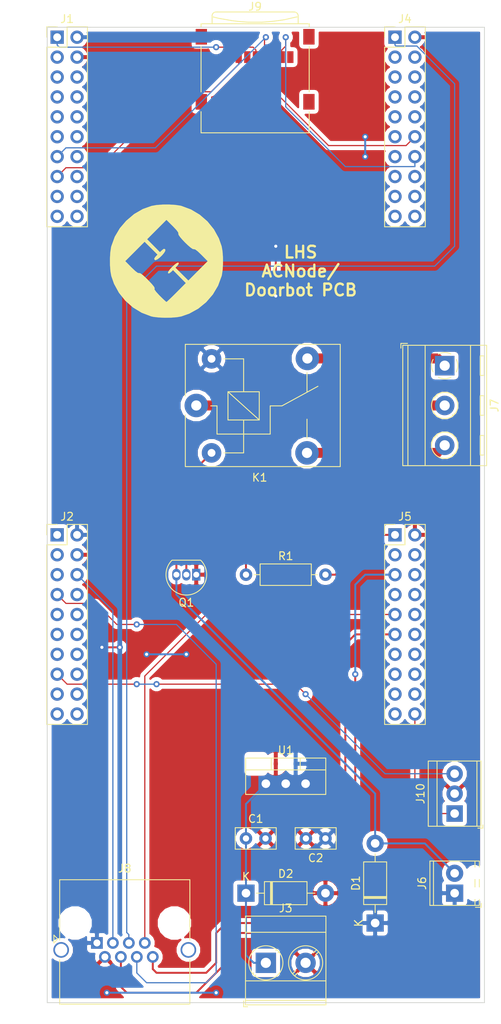
<source format=kicad_pcb>
(kicad_pcb (version 20171130) (host pcbnew 5.0.0)

  (general
    (thickness 1.6)
    (drawings 5)
    (tracks 144)
    (zones 0)
    (modules 19)
    (nets 84)
  )

  (page A4)
  (layers
    (0 F.Cu signal)
    (31 B.Cu signal)
    (32 B.Adhes user)
    (33 F.Adhes user)
    (34 B.Paste user)
    (35 F.Paste user)
    (36 B.SilkS user)
    (37 F.SilkS user)
    (38 B.Mask user)
    (39 F.Mask user)
    (40 Dwgs.User user)
    (41 Cmts.User user)
    (42 Eco1.User user)
    (43 Eco2.User user)
    (44 Edge.Cuts user)
    (45 Margin user)
    (46 B.CrtYd user)
    (47 F.CrtYd user)
    (48 B.Fab user)
    (49 F.Fab user)
  )

  (setup
    (last_trace_width 0.25)
    (user_trace_width 0.1524)
    (user_trace_width 0.4064)
    (trace_clearance 0.2)
    (zone_clearance 0.508)
    (zone_45_only no)
    (trace_min 0.1524)
    (segment_width 0.2)
    (edge_width 0.1)
    (via_size 0.8)
    (via_drill 0.4)
    (via_min_size 0.4)
    (via_min_drill 0.3)
    (uvia_size 0.3)
    (uvia_drill 0.1)
    (uvias_allowed no)
    (uvia_min_size 0.2)
    (uvia_min_drill 0.1)
    (pcb_text_width 0.3)
    (pcb_text_size 1.5 1.5)
    (mod_edge_width 0.15)
    (mod_text_size 1 1)
    (mod_text_width 0.15)
    (pad_size 1.5 1.5)
    (pad_drill 0.6)
    (pad_to_mask_clearance 0)
    (aux_axis_origin 0 0)
    (visible_elements FFFFFF7F)
    (pcbplotparams
      (layerselection 0x010fc_ffffffff)
      (usegerberextensions false)
      (usegerberattributes false)
      (usegerberadvancedattributes false)
      (creategerberjobfile false)
      (excludeedgelayer true)
      (linewidth 0.100000)
      (plotframeref false)
      (viasonmask false)
      (mode 1)
      (useauxorigin false)
      (hpglpennumber 1)
      (hpglpenspeed 20)
      (hpglpendiameter 15.000000)
      (psnegative false)
      (psa4output false)
      (plotreference true)
      (plotvalue true)
      (plotinvisibletext false)
      (padsonsilk false)
      (subtractmaskfromsilk false)
      (outputformat 1)
      (mirror false)
      (drillshape 1)
      (scaleselection 1)
      (outputdirectory ""))
  )

  (net 0 "")
  (net 1 12V)
  (net 2 GND)
  (net 3 5V)
  (net 4 "Net-(D1-Pad2)")
  (net 5 3.3V)
  (net 6 PE_4)
  (net 7 PC_4)
  (net 8 PE_0)
  (net 9 PC_5)
  (net 10 PE_1)
  (net 11 PC_6)
  (net 12 PE_2)
  (net 13 PE_5)
  (net 14 PE_3)
  (net 15 PD_3)
  (net 16 PD_7)
  (net 17 PC_7)
  (net 18 PA_6)
  (net 19 PB_2)
  (net 20 PM_4)
  (net 21 PB_3)
  (net 22 PM_5)
  (net 23 PA_5)
  (net 24 PN_4)
  (net 25 PA_4)
  (net 26 PN_5)
  (net 27 PK_3)
  (net 28 PP_4)
  (net 29 PK_2)
  (net 30 PQ_0)
  (net 31 PK_1)
  (net 32 PD_5)
  (net 33 PK_0)
  (net 34 PD_4)
  (net 35 PB_5)
  (net 36 PP_1)
  (net 37 PB_4)
  (net 38 PP_0)
  (net 39 PD_2)
  (net 40 PF_1)
  (net 41 PF_2)
  (net 42 PM_3)
  (net 43 PF_3)
  (net 44 PH_2)
  (net 45 PG_0)
  (net 46 PH_3)
  (net 47 PL_4)
  (net 48 RST)
  (net 49 PL_5)
  (net 50 PD_1)
  (net 51 PL_0)
  (net 52 PD_0)
  (net 53 PL_1)
  (net 54 PN_2)
  (net 55 PL_2)
  (net 56 PN_3)
  (net 57 PL_3)
  (net 58 PP_2)
  (net 59 PM_6)
  (net 60 PK_7)
  (net 61 PQ_1)
  (net 62 PK_6)
  (net 63 PP_3)
  (net 64 PH_1)
  (net 65 PQ_3)
  (net 66 PH_0)
  (net 67 PQ_2)
  (net 68 PM_2)
  (net 69 PM_1)
  (net 70 PA_7)
  (net 71 PM_0)
  (net 72 PP_5)
  (net 73 PK_5)
  (net 74 PM_7)
  (net 75 PK_4)
  (net 76 PG_1)
  (net 77 "Net-(J7-Pad1)")
  (net 78 "Net-(J7-Pad2)")
  (net 79 "Net-(J7-Pad3)")
  (net 80 "Net-(J9-Pad9)")
  (net 81 "Net-(J9-Pad8)")
  (net 82 "Net-(J9-Pad1)")
  (net 83 "Net-(Q1-Pad2)")

  (net_class Default "This is the default net class."
    (clearance 0.2)
    (trace_width 0.25)
    (via_dia 0.8)
    (via_drill 0.4)
    (uvia_dia 0.3)
    (uvia_drill 0.1)
    (add_net 12V)
    (add_net 3.3V)
    (add_net 5V)
    (add_net GND)
    (add_net "Net-(D1-Pad2)")
    (add_net "Net-(J7-Pad1)")
    (add_net "Net-(J7-Pad2)")
    (add_net "Net-(J7-Pad3)")
    (add_net "Net-(J9-Pad1)")
    (add_net "Net-(J9-Pad8)")
    (add_net "Net-(J9-Pad9)")
    (add_net "Net-(Q1-Pad2)")
    (add_net PA_4)
    (add_net PA_5)
    (add_net PA_6)
    (add_net PA_7)
    (add_net PB_2)
    (add_net PB_3)
    (add_net PB_4)
    (add_net PB_5)
    (add_net PC_4)
    (add_net PC_5)
    (add_net PC_6)
    (add_net PC_7)
    (add_net PD_0)
    (add_net PD_1)
    (add_net PD_2)
    (add_net PD_3)
    (add_net PD_4)
    (add_net PD_5)
    (add_net PD_7)
    (add_net PE_0)
    (add_net PE_1)
    (add_net PE_2)
    (add_net PE_3)
    (add_net PE_4)
    (add_net PE_5)
    (add_net PF_1)
    (add_net PF_2)
    (add_net PF_3)
    (add_net PG_0)
    (add_net PG_1)
    (add_net PH_0)
    (add_net PH_1)
    (add_net PH_2)
    (add_net PH_3)
    (add_net PK_0)
    (add_net PK_1)
    (add_net PK_2)
    (add_net PK_3)
    (add_net PK_4)
    (add_net PK_5)
    (add_net PK_6)
    (add_net PK_7)
    (add_net PL_0)
    (add_net PL_1)
    (add_net PL_2)
    (add_net PL_3)
    (add_net PL_4)
    (add_net PL_5)
    (add_net PM_0)
    (add_net PM_1)
    (add_net PM_2)
    (add_net PM_3)
    (add_net PM_4)
    (add_net PM_5)
    (add_net PM_6)
    (add_net PM_7)
    (add_net PN_2)
    (add_net PN_3)
    (add_net PN_4)
    (add_net PN_5)
    (add_net PP_0)
    (add_net PP_1)
    (add_net PP_2)
    (add_net PP_3)
    (add_net PP_4)
    (add_net PP_5)
    (add_net PQ_0)
    (add_net PQ_1)
    (add_net PQ_2)
    (add_net PQ_3)
    (add_net RST)
  )

  (module Capacitor_THT:C_Disc_D5.0mm_W2.5mm_P2.50mm (layer F.Cu) (tedit 5AE50EF0) (tstamp 5BB9CE78)
    (at 76.2 144.145)
    (descr "C, Disc series, Radial, pin pitch=2.50mm, , diameter*width=5*2.5mm^2, Capacitor, http://cdn-reichelt.de/documents/datenblatt/B300/DS_KERKO_TC.pdf")
    (tags "C Disc series Radial pin pitch 2.50mm  diameter 5mm width 2.5mm Capacitor")
    (path /5BAB8113)
    (fp_text reference C1 (at 1.25 -2.5) (layer F.SilkS)
      (effects (font (size 1 1) (thickness 0.15)))
    )
    (fp_text value 0.33uF (at 1.27 2.54) (layer F.Fab)
      (effects (font (size 1 1) (thickness 0.15)))
    )
    (fp_line (start -1.25 -1.25) (end -1.25 1.25) (layer F.Fab) (width 0.1))
    (fp_line (start -1.25 1.25) (end 3.75 1.25) (layer F.Fab) (width 0.1))
    (fp_line (start 3.75 1.25) (end 3.75 -1.25) (layer F.Fab) (width 0.1))
    (fp_line (start 3.75 -1.25) (end -1.25 -1.25) (layer F.Fab) (width 0.1))
    (fp_line (start -1.37 -1.37) (end 3.87 -1.37) (layer F.SilkS) (width 0.12))
    (fp_line (start -1.37 1.37) (end 3.87 1.37) (layer F.SilkS) (width 0.12))
    (fp_line (start -1.37 -1.37) (end -1.37 1.37) (layer F.SilkS) (width 0.12))
    (fp_line (start 3.87 -1.37) (end 3.87 1.37) (layer F.SilkS) (width 0.12))
    (fp_line (start -1.5 -1.5) (end -1.5 1.5) (layer F.CrtYd) (width 0.05))
    (fp_line (start -1.5 1.5) (end 4 1.5) (layer F.CrtYd) (width 0.05))
    (fp_line (start 4 1.5) (end 4 -1.5) (layer F.CrtYd) (width 0.05))
    (fp_line (start 4 -1.5) (end -1.5 -1.5) (layer F.CrtYd) (width 0.05))
    (fp_text user %R (at 1.25 0) (layer F.Fab)
      (effects (font (size 1 1) (thickness 0.15)))
    )
    (pad 1 thru_hole circle (at 0 0) (size 1.6 1.6) (drill 0.8) (layers *.Cu *.Mask)
      (net 1 12V))
    (pad 2 thru_hole circle (at 2.5 0) (size 1.6 1.6) (drill 0.8) (layers *.Cu *.Mask)
      (net 2 GND))
    (model ${KISYS3DMOD}/Capacitor_THT.3dshapes/C_Disc_D5.0mm_W2.5mm_P2.50mm.wrl
      (at (xyz 0 0 0))
      (scale (xyz 1 1 1))
      (rotate (xyz 0 0 0))
    )
  )

  (module Capacitor_THT:C_Disc_D5.0mm_W2.5mm_P2.50mm (layer F.Cu) (tedit 5AE50EF0) (tstamp 5BB9CE8B)
    (at 86.36 144.145 180)
    (descr "C, Disc series, Radial, pin pitch=2.50mm, , diameter*width=5*2.5mm^2, Capacitor, http://cdn-reichelt.de/documents/datenblatt/B300/DS_KERKO_TC.pdf")
    (tags "C Disc series Radial pin pitch 2.50mm  diameter 5mm width 2.5mm Capacitor")
    (path /5BAB7FD1)
    (fp_text reference C2 (at 1.25 -2.5 180) (layer F.SilkS)
      (effects (font (size 1 1) (thickness 0.15)))
    )
    (fp_text value 0.1uF (at 1.25 2.5 180) (layer F.Fab)
      (effects (font (size 1 1) (thickness 0.15)))
    )
    (fp_text user %R (at 1.25 0 180) (layer F.Fab)
      (effects (font (size 1 1) (thickness 0.15)))
    )
    (fp_line (start 4 -1.5) (end -1.5 -1.5) (layer F.CrtYd) (width 0.05))
    (fp_line (start 4 1.5) (end 4 -1.5) (layer F.CrtYd) (width 0.05))
    (fp_line (start -1.5 1.5) (end 4 1.5) (layer F.CrtYd) (width 0.05))
    (fp_line (start -1.5 -1.5) (end -1.5 1.5) (layer F.CrtYd) (width 0.05))
    (fp_line (start 3.87 -1.37) (end 3.87 1.37) (layer F.SilkS) (width 0.12))
    (fp_line (start -1.37 -1.37) (end -1.37 1.37) (layer F.SilkS) (width 0.12))
    (fp_line (start -1.37 1.37) (end 3.87 1.37) (layer F.SilkS) (width 0.12))
    (fp_line (start -1.37 -1.37) (end 3.87 -1.37) (layer F.SilkS) (width 0.12))
    (fp_line (start 3.75 -1.25) (end -1.25 -1.25) (layer F.Fab) (width 0.1))
    (fp_line (start 3.75 1.25) (end 3.75 -1.25) (layer F.Fab) (width 0.1))
    (fp_line (start -1.25 1.25) (end 3.75 1.25) (layer F.Fab) (width 0.1))
    (fp_line (start -1.25 -1.25) (end -1.25 1.25) (layer F.Fab) (width 0.1))
    (pad 2 thru_hole circle (at 2.5 0 180) (size 1.6 1.6) (drill 0.8) (layers *.Cu *.Mask)
      (net 2 GND))
    (pad 1 thru_hole circle (at 0 0 180) (size 1.6 1.6) (drill 0.8) (layers *.Cu *.Mask)
      (net 3 5V))
    (model ${KISYS3DMOD}/Capacitor_THT.3dshapes/C_Disc_D5.0mm_W2.5mm_P2.50mm.wrl
      (at (xyz 0 0 0))
      (scale (xyz 1 1 1))
      (rotate (xyz 0 0 0))
    )
  )

  (module Diode_THT:D_DO-41_SOD81_P10.16mm_Horizontal (layer F.Cu) (tedit 5AE50CD5) (tstamp 5BB9CEAA)
    (at 92.71 154.94 90)
    (descr "Diode, DO-41_SOD81 series, Axial, Horizontal, pin pitch=10.16mm, , length*diameter=5.2*2.7mm^2, , http://www.diodes.com/_files/packages/DO-41%20(Plastic).pdf")
    (tags "Diode DO-41_SOD81 series Axial Horizontal pin pitch 10.16mm  length 5.2mm diameter 2.7mm")
    (path /5BAA8DCF)
    (fp_text reference D1 (at 5.08 -2.47 90) (layer F.SilkS)
      (effects (font (size 1 1) (thickness 0.15)))
    )
    (fp_text value 1N4007 (at 5.08 2.47 90) (layer F.Fab)
      (effects (font (size 1 1) (thickness 0.15)))
    )
    (fp_line (start 2.48 -1.35) (end 2.48 1.35) (layer F.Fab) (width 0.1))
    (fp_line (start 2.48 1.35) (end 7.68 1.35) (layer F.Fab) (width 0.1))
    (fp_line (start 7.68 1.35) (end 7.68 -1.35) (layer F.Fab) (width 0.1))
    (fp_line (start 7.68 -1.35) (end 2.48 -1.35) (layer F.Fab) (width 0.1))
    (fp_line (start 0 0) (end 2.48 0) (layer F.Fab) (width 0.1))
    (fp_line (start 10.16 0) (end 7.68 0) (layer F.Fab) (width 0.1))
    (fp_line (start 3.26 -1.35) (end 3.26 1.35) (layer F.Fab) (width 0.1))
    (fp_line (start 3.36 -1.35) (end 3.36 1.35) (layer F.Fab) (width 0.1))
    (fp_line (start 3.16 -1.35) (end 3.16 1.35) (layer F.Fab) (width 0.1))
    (fp_line (start 2.36 -1.47) (end 2.36 1.47) (layer F.SilkS) (width 0.12))
    (fp_line (start 2.36 1.47) (end 7.8 1.47) (layer F.SilkS) (width 0.12))
    (fp_line (start 7.8 1.47) (end 7.8 -1.47) (layer F.SilkS) (width 0.12))
    (fp_line (start 7.8 -1.47) (end 2.36 -1.47) (layer F.SilkS) (width 0.12))
    (fp_line (start 1.34 0) (end 2.36 0) (layer F.SilkS) (width 0.12))
    (fp_line (start 8.82 0) (end 7.8 0) (layer F.SilkS) (width 0.12))
    (fp_line (start 3.26 -1.47) (end 3.26 1.47) (layer F.SilkS) (width 0.12))
    (fp_line (start 3.38 -1.47) (end 3.38 1.47) (layer F.SilkS) (width 0.12))
    (fp_line (start 3.14 -1.47) (end 3.14 1.47) (layer F.SilkS) (width 0.12))
    (fp_line (start -1.35 -1.6) (end -1.35 1.6) (layer F.CrtYd) (width 0.05))
    (fp_line (start -1.35 1.6) (end 11.51 1.6) (layer F.CrtYd) (width 0.05))
    (fp_line (start 11.51 1.6) (end 11.51 -1.6) (layer F.CrtYd) (width 0.05))
    (fp_line (start 11.51 -1.6) (end -1.35 -1.6) (layer F.CrtYd) (width 0.05))
    (fp_text user %R (at 5.47 0 90) (layer F.Fab)
      (effects (font (size 1 1) (thickness 0.15)))
    )
    (fp_text user K (at 0 -2.1 90) (layer F.Fab)
      (effects (font (size 1 1) (thickness 0.15)))
    )
    (fp_text user K (at 0 -2.1 90) (layer F.SilkS)
      (effects (font (size 1 1) (thickness 0.15)))
    )
    (pad 1 thru_hole rect (at 0 0 90) (size 2.2 2.2) (drill 1.1) (layers *.Cu *.Mask)
      (net 3 5V))
    (pad 2 thru_hole oval (at 10.16 0 90) (size 2.2 2.2) (drill 1.1) (layers *.Cu *.Mask)
      (net 4 "Net-(D1-Pad2)"))
    (model ${KISYS3DMOD}/Diode_THT.3dshapes/D_DO-41_SOD81_P10.16mm_Horizontal.wrl
      (at (xyz 0 0 0))
      (scale (xyz 1 1 1))
      (rotate (xyz 0 0 0))
    )
  )

  (module Diode_THT:D_DO-41_SOD81_P10.16mm_Horizontal (layer F.Cu) (tedit 5AE50CD5) (tstamp 5BB9CEC9)
    (at 76.2 151.13)
    (descr "Diode, DO-41_SOD81 series, Axial, Horizontal, pin pitch=10.16mm, , length*diameter=5.2*2.7mm^2, , http://www.diodes.com/_files/packages/DO-41%20(Plastic).pdf")
    (tags "Diode DO-41_SOD81 series Axial Horizontal pin pitch 10.16mm  length 5.2mm diameter 2.7mm")
    (path /5BBE2316)
    (fp_text reference D2 (at 5.08 -2.47) (layer F.SilkS)
      (effects (font (size 1 1) (thickness 0.15)))
    )
    (fp_text value 1N4007 (at 5.08 2.47) (layer F.Fab)
      (effects (font (size 1 1) (thickness 0.15)))
    )
    (fp_text user K (at 0 -2.1) (layer F.SilkS)
      (effects (font (size 1 1) (thickness 0.15)))
    )
    (fp_text user K (at 0 -2.1) (layer F.Fab)
      (effects (font (size 1 1) (thickness 0.15)))
    )
    (fp_text user %R (at 5.47 0) (layer F.Fab)
      (effects (font (size 1 1) (thickness 0.15)))
    )
    (fp_line (start 11.51 -1.6) (end -1.35 -1.6) (layer F.CrtYd) (width 0.05))
    (fp_line (start 11.51 1.6) (end 11.51 -1.6) (layer F.CrtYd) (width 0.05))
    (fp_line (start -1.35 1.6) (end 11.51 1.6) (layer F.CrtYd) (width 0.05))
    (fp_line (start -1.35 -1.6) (end -1.35 1.6) (layer F.CrtYd) (width 0.05))
    (fp_line (start 3.14 -1.47) (end 3.14 1.47) (layer F.SilkS) (width 0.12))
    (fp_line (start 3.38 -1.47) (end 3.38 1.47) (layer F.SilkS) (width 0.12))
    (fp_line (start 3.26 -1.47) (end 3.26 1.47) (layer F.SilkS) (width 0.12))
    (fp_line (start 8.82 0) (end 7.8 0) (layer F.SilkS) (width 0.12))
    (fp_line (start 1.34 0) (end 2.36 0) (layer F.SilkS) (width 0.12))
    (fp_line (start 7.8 -1.47) (end 2.36 -1.47) (layer F.SilkS) (width 0.12))
    (fp_line (start 7.8 1.47) (end 7.8 -1.47) (layer F.SilkS) (width 0.12))
    (fp_line (start 2.36 1.47) (end 7.8 1.47) (layer F.SilkS) (width 0.12))
    (fp_line (start 2.36 -1.47) (end 2.36 1.47) (layer F.SilkS) (width 0.12))
    (fp_line (start 3.16 -1.35) (end 3.16 1.35) (layer F.Fab) (width 0.1))
    (fp_line (start 3.36 -1.35) (end 3.36 1.35) (layer F.Fab) (width 0.1))
    (fp_line (start 3.26 -1.35) (end 3.26 1.35) (layer F.Fab) (width 0.1))
    (fp_line (start 10.16 0) (end 7.68 0) (layer F.Fab) (width 0.1))
    (fp_line (start 0 0) (end 2.48 0) (layer F.Fab) (width 0.1))
    (fp_line (start 7.68 -1.35) (end 2.48 -1.35) (layer F.Fab) (width 0.1))
    (fp_line (start 7.68 1.35) (end 7.68 -1.35) (layer F.Fab) (width 0.1))
    (fp_line (start 2.48 1.35) (end 7.68 1.35) (layer F.Fab) (width 0.1))
    (fp_line (start 2.48 -1.35) (end 2.48 1.35) (layer F.Fab) (width 0.1))
    (pad 2 thru_hole oval (at 10.16 0) (size 2.2 2.2) (drill 1.1) (layers *.Cu *.Mask)
      (net 2 GND))
    (pad 1 thru_hole rect (at 0 0) (size 2.2 2.2) (drill 1.1) (layers *.Cu *.Mask)
      (net 1 12V))
    (model ${KISYS3DMOD}/Diode_THT.3dshapes/D_DO-41_SOD81_P10.16mm_Horizontal.wrl
      (at (xyz 0 0 0))
      (scale (xyz 1 1 1))
      (rotate (xyz 0 0 0))
    )
  )

  (module Connector_PinHeader_2.54mm:PinHeader_2x10_P2.54mm_Vertical (layer F.Cu) (tedit 59FED5CC) (tstamp 5BB9CEF3)
    (at 52.07 41.91)
    (descr "Through hole straight pin header, 2x10, 2.54mm pitch, double rows")
    (tags "Through hole pin header THT 2x10 2.54mm double row")
    (path /5BA80900)
    (fp_text reference J1 (at 1.27 -2.33) (layer F.SilkS)
      (effects (font (size 1 1) (thickness 0.15)))
    )
    (fp_text value Conn_02x10_Odd_Even (at 1.27 25.19) (layer F.Fab)
      (effects (font (size 1 1) (thickness 0.15)))
    )
    (fp_line (start 0 -1.27) (end 3.81 -1.27) (layer F.Fab) (width 0.1))
    (fp_line (start 3.81 -1.27) (end 3.81 24.13) (layer F.Fab) (width 0.1))
    (fp_line (start 3.81 24.13) (end -1.27 24.13) (layer F.Fab) (width 0.1))
    (fp_line (start -1.27 24.13) (end -1.27 0) (layer F.Fab) (width 0.1))
    (fp_line (start -1.27 0) (end 0 -1.27) (layer F.Fab) (width 0.1))
    (fp_line (start -1.33 24.19) (end 3.87 24.19) (layer F.SilkS) (width 0.12))
    (fp_line (start -1.33 1.27) (end -1.33 24.19) (layer F.SilkS) (width 0.12))
    (fp_line (start 3.87 -1.33) (end 3.87 24.19) (layer F.SilkS) (width 0.12))
    (fp_line (start -1.33 1.27) (end 1.27 1.27) (layer F.SilkS) (width 0.12))
    (fp_line (start 1.27 1.27) (end 1.27 -1.33) (layer F.SilkS) (width 0.12))
    (fp_line (start 1.27 -1.33) (end 3.87 -1.33) (layer F.SilkS) (width 0.12))
    (fp_line (start -1.33 0) (end -1.33 -1.33) (layer F.SilkS) (width 0.12))
    (fp_line (start -1.33 -1.33) (end 0 -1.33) (layer F.SilkS) (width 0.12))
    (fp_line (start -1.8 -1.8) (end -1.8 24.65) (layer F.CrtYd) (width 0.05))
    (fp_line (start -1.8 24.65) (end 4.35 24.65) (layer F.CrtYd) (width 0.05))
    (fp_line (start 4.35 24.65) (end 4.35 -1.8) (layer F.CrtYd) (width 0.05))
    (fp_line (start 4.35 -1.8) (end -1.8 -1.8) (layer F.CrtYd) (width 0.05))
    (fp_text user %R (at 1.27 11.43 90) (layer F.Fab)
      (effects (font (size 1 1) (thickness 0.15)))
    )
    (pad 1 thru_hole rect (at 0 0) (size 1.7 1.7) (drill 1) (layers *.Cu *.Mask)
      (net 5 3.3V))
    (pad 2 thru_hole oval (at 2.54 0) (size 1.7 1.7) (drill 1) (layers *.Cu *.Mask)
      (net 3 5V))
    (pad 3 thru_hole oval (at 0 2.54) (size 1.7 1.7) (drill 1) (layers *.Cu *.Mask)
      (net 6 PE_4))
    (pad 4 thru_hole oval (at 2.54 2.54) (size 1.7 1.7) (drill 1) (layers *.Cu *.Mask)
      (net 2 GND))
    (pad 5 thru_hole oval (at 0 5.08) (size 1.7 1.7) (drill 1) (layers *.Cu *.Mask)
      (net 7 PC_4))
    (pad 6 thru_hole oval (at 2.54 5.08) (size 1.7 1.7) (drill 1) (layers *.Cu *.Mask)
      (net 8 PE_0))
    (pad 7 thru_hole oval (at 0 7.62) (size 1.7 1.7) (drill 1) (layers *.Cu *.Mask)
      (net 9 PC_5))
    (pad 8 thru_hole oval (at 2.54 7.62) (size 1.7 1.7) (drill 1) (layers *.Cu *.Mask)
      (net 10 PE_1))
    (pad 9 thru_hole oval (at 0 10.16) (size 1.7 1.7) (drill 1) (layers *.Cu *.Mask)
      (net 11 PC_6))
    (pad 10 thru_hole oval (at 2.54 10.16) (size 1.7 1.7) (drill 1) (layers *.Cu *.Mask)
      (net 12 PE_2))
    (pad 11 thru_hole oval (at 0 12.7) (size 1.7 1.7) (drill 1) (layers *.Cu *.Mask)
      (net 13 PE_5))
    (pad 12 thru_hole oval (at 2.54 12.7) (size 1.7 1.7) (drill 1) (layers *.Cu *.Mask)
      (net 14 PE_3))
    (pad 13 thru_hole oval (at 0 15.24) (size 1.7 1.7) (drill 1) (layers *.Cu *.Mask)
      (net 15 PD_3))
    (pad 14 thru_hole oval (at 2.54 15.24) (size 1.7 1.7) (drill 1) (layers *.Cu *.Mask)
      (net 16 PD_7))
    (pad 15 thru_hole oval (at 0 17.78) (size 1.7 1.7) (drill 1) (layers *.Cu *.Mask)
      (net 17 PC_7))
    (pad 16 thru_hole oval (at 2.54 17.78) (size 1.7 1.7) (drill 1) (layers *.Cu *.Mask)
      (net 18 PA_6))
    (pad 17 thru_hole oval (at 0 20.32) (size 1.7 1.7) (drill 1) (layers *.Cu *.Mask)
      (net 19 PB_2))
    (pad 18 thru_hole oval (at 2.54 20.32) (size 1.7 1.7) (drill 1) (layers *.Cu *.Mask)
      (net 20 PM_4))
    (pad 19 thru_hole oval (at 0 22.86) (size 1.7 1.7) (drill 1) (layers *.Cu *.Mask)
      (net 21 PB_3))
    (pad 20 thru_hole oval (at 2.54 22.86) (size 1.7 1.7) (drill 1) (layers *.Cu *.Mask)
      (net 22 PM_5))
    (model ${KISYS3DMOD}/Connector_PinHeader_2.54mm.3dshapes/PinHeader_2x10_P2.54mm_Vertical.wrl
      (at (xyz 0 0 0))
      (scale (xyz 1 1 1))
      (rotate (xyz 0 0 0))
    )
  )

  (module Connector_PinHeader_2.54mm:PinHeader_2x10_P2.54mm_Vertical (layer F.Cu) (tedit 59FED5CC) (tstamp 5BB9CF1D)
    (at 52.07 105.41)
    (descr "Through hole straight pin header, 2x10, 2.54mm pitch, double rows")
    (tags "Through hole pin header THT 2x10 2.54mm double row")
    (path /5BA80977)
    (fp_text reference J2 (at 1.27 -2.33) (layer F.SilkS)
      (effects (font (size 1 1) (thickness 0.15)))
    )
    (fp_text value Conn_02x10_Odd_Even (at 1.27 25.19) (layer F.Fab)
      (effects (font (size 1 1) (thickness 0.15)))
    )
    (fp_text user %R (at 1.27 11.43 90) (layer F.Fab)
      (effects (font (size 1 1) (thickness 0.15)))
    )
    (fp_line (start 4.35 -1.8) (end -1.8 -1.8) (layer F.CrtYd) (width 0.05))
    (fp_line (start 4.35 24.65) (end 4.35 -1.8) (layer F.CrtYd) (width 0.05))
    (fp_line (start -1.8 24.65) (end 4.35 24.65) (layer F.CrtYd) (width 0.05))
    (fp_line (start -1.8 -1.8) (end -1.8 24.65) (layer F.CrtYd) (width 0.05))
    (fp_line (start -1.33 -1.33) (end 0 -1.33) (layer F.SilkS) (width 0.12))
    (fp_line (start -1.33 0) (end -1.33 -1.33) (layer F.SilkS) (width 0.12))
    (fp_line (start 1.27 -1.33) (end 3.87 -1.33) (layer F.SilkS) (width 0.12))
    (fp_line (start 1.27 1.27) (end 1.27 -1.33) (layer F.SilkS) (width 0.12))
    (fp_line (start -1.33 1.27) (end 1.27 1.27) (layer F.SilkS) (width 0.12))
    (fp_line (start 3.87 -1.33) (end 3.87 24.19) (layer F.SilkS) (width 0.12))
    (fp_line (start -1.33 1.27) (end -1.33 24.19) (layer F.SilkS) (width 0.12))
    (fp_line (start -1.33 24.19) (end 3.87 24.19) (layer F.SilkS) (width 0.12))
    (fp_line (start -1.27 0) (end 0 -1.27) (layer F.Fab) (width 0.1))
    (fp_line (start -1.27 24.13) (end -1.27 0) (layer F.Fab) (width 0.1))
    (fp_line (start 3.81 24.13) (end -1.27 24.13) (layer F.Fab) (width 0.1))
    (fp_line (start 3.81 -1.27) (end 3.81 24.13) (layer F.Fab) (width 0.1))
    (fp_line (start 0 -1.27) (end 3.81 -1.27) (layer F.Fab) (width 0.1))
    (pad 20 thru_hole oval (at 2.54 22.86) (size 1.7 1.7) (drill 1) (layers *.Cu *.Mask)
      (net 23 PA_5))
    (pad 19 thru_hole oval (at 0 22.86) (size 1.7 1.7) (drill 1) (layers *.Cu *.Mask)
      (net 24 PN_4))
    (pad 18 thru_hole oval (at 2.54 20.32) (size 1.7 1.7) (drill 1) (layers *.Cu *.Mask)
      (net 25 PA_4))
    (pad 17 thru_hole oval (at 0 20.32) (size 1.7 1.7) (drill 1) (layers *.Cu *.Mask)
      (net 26 PN_5))
    (pad 16 thru_hole oval (at 2.54 17.78) (size 1.7 1.7) (drill 1) (layers *.Cu *.Mask)
      (net 27 PK_3))
    (pad 15 thru_hole oval (at 0 17.78) (size 1.7 1.7) (drill 1) (layers *.Cu *.Mask)
      (net 28 PP_4))
    (pad 14 thru_hole oval (at 2.54 15.24) (size 1.7 1.7) (drill 1) (layers *.Cu *.Mask)
      (net 29 PK_2))
    (pad 13 thru_hole oval (at 0 15.24) (size 1.7 1.7) (drill 1) (layers *.Cu *.Mask)
      (net 30 PQ_0))
    (pad 12 thru_hole oval (at 2.54 12.7) (size 1.7 1.7) (drill 1) (layers *.Cu *.Mask)
      (net 31 PK_1))
    (pad 11 thru_hole oval (at 0 12.7) (size 1.7 1.7) (drill 1) (layers *.Cu *.Mask)
      (net 32 PD_5))
    (pad 10 thru_hole oval (at 2.54 10.16) (size 1.7 1.7) (drill 1) (layers *.Cu *.Mask)
      (net 33 PK_0))
    (pad 9 thru_hole oval (at 0 10.16) (size 1.7 1.7) (drill 1) (layers *.Cu *.Mask)
      (net 34 PD_4))
    (pad 8 thru_hole oval (at 2.54 7.62) (size 1.7 1.7) (drill 1) (layers *.Cu *.Mask)
      (net 35 PB_5))
    (pad 7 thru_hole oval (at 0 7.62) (size 1.7 1.7) (drill 1) (layers *.Cu *.Mask)
      (net 36 PP_1))
    (pad 6 thru_hole oval (at 2.54 5.08) (size 1.7 1.7) (drill 1) (layers *.Cu *.Mask)
      (net 37 PB_4))
    (pad 5 thru_hole oval (at 0 5.08) (size 1.7 1.7) (drill 1) (layers *.Cu *.Mask)
      (net 38 PP_0))
    (pad 4 thru_hole oval (at 2.54 2.54) (size 1.7 1.7) (drill 1) (layers *.Cu *.Mask)
      (net 2 GND))
    (pad 3 thru_hole oval (at 0 2.54) (size 1.7 1.7) (drill 1) (layers *.Cu *.Mask)
      (net 39 PD_2))
    (pad 2 thru_hole oval (at 2.54 0) (size 1.7 1.7) (drill 1) (layers *.Cu *.Mask)
      (net 3 5V))
    (pad 1 thru_hole rect (at 0 0) (size 1.7 1.7) (drill 1) (layers *.Cu *.Mask)
      (net 5 3.3V))
    (model ${KISYS3DMOD}/Connector_PinHeader_2.54mm.3dshapes/PinHeader_2x10_P2.54mm_Vertical.wrl
      (at (xyz 0 0 0))
      (scale (xyz 1 1 1))
      (rotate (xyz 0 0 0))
    )
  )

  (module TerminalBlock_Phoenix:TerminalBlock_Phoenix_MKDS-3-2-5.08_1x02_P5.08mm_Horizontal (layer F.Cu) (tedit 5B294F11) (tstamp 5BB9CF49)
    (at 78.74 160.02)
    (descr "Terminal Block Phoenix MKDS-3-2-5.08, 2 pins, pitch 5.08mm, size 10.2x11.2mm^2, drill diamater 1.3mm, pad diameter 2.6mm, see http://www.farnell.com/datasheets/2138224.pdf, script-generated using https://github.com/pointhi/kicad-footprint-generator/scripts/TerminalBlock_Phoenix")
    (tags "THT Terminal Block Phoenix MKDS-3-2-5.08 pitch 5.08mm size 10.2x11.2mm^2 drill 1.3mm pad 2.6mm")
    (path /5BAB0972)
    (fp_text reference J3 (at 2.54 -6.96) (layer F.SilkS)
      (effects (font (size 1 1) (thickness 0.15)))
    )
    (fp_text value Screw_Terminal_01x02 (at 2.54 6.36) (layer F.Fab)
      (effects (font (size 1 1) (thickness 0.15)))
    )
    (fp_circle (center 0 0) (end 2 0) (layer F.Fab) (width 0.1))
    (fp_circle (center 0 0) (end 2.18 0) (layer F.SilkS) (width 0.12))
    (fp_circle (center 5.08 0) (end 7.08 0) (layer F.Fab) (width 0.1))
    (fp_circle (center 5.08 0) (end 7.26 0) (layer F.SilkS) (width 0.12))
    (fp_line (start -2.54 -5.9) (end 7.62 -5.9) (layer F.Fab) (width 0.1))
    (fp_line (start 7.62 -5.9) (end 7.62 5.3) (layer F.Fab) (width 0.1))
    (fp_line (start 7.62 5.3) (end -2.04 5.3) (layer F.Fab) (width 0.1))
    (fp_line (start -2.04 5.3) (end -2.54 4.8) (layer F.Fab) (width 0.1))
    (fp_line (start -2.54 4.8) (end -2.54 -5.9) (layer F.Fab) (width 0.1))
    (fp_line (start -2.54 4.8) (end 7.62 4.8) (layer F.Fab) (width 0.1))
    (fp_line (start -2.6 4.8) (end 7.68 4.8) (layer F.SilkS) (width 0.12))
    (fp_line (start -2.54 2.3) (end 7.62 2.3) (layer F.Fab) (width 0.1))
    (fp_line (start -2.6 2.3) (end 7.68 2.3) (layer F.SilkS) (width 0.12))
    (fp_line (start -2.54 -3.9) (end 7.62 -3.9) (layer F.Fab) (width 0.1))
    (fp_line (start -2.6 -3.9) (end 7.68 -3.9) (layer F.SilkS) (width 0.12))
    (fp_line (start -2.6 -5.96) (end 7.68 -5.96) (layer F.SilkS) (width 0.12))
    (fp_line (start -2.6 5.36) (end 7.68 5.36) (layer F.SilkS) (width 0.12))
    (fp_line (start -2.6 -5.96) (end -2.6 5.36) (layer F.SilkS) (width 0.12))
    (fp_line (start 7.68 -5.96) (end 7.68 5.36) (layer F.SilkS) (width 0.12))
    (fp_line (start 1.517 -1.273) (end -1.273 1.517) (layer F.Fab) (width 0.1))
    (fp_line (start 1.273 -1.517) (end -1.517 1.273) (layer F.Fab) (width 0.1))
    (fp_line (start 1.654 -1.388) (end 1.547 -1.281) (layer F.SilkS) (width 0.12))
    (fp_line (start -1.282 1.547) (end -1.388 1.654) (layer F.SilkS) (width 0.12))
    (fp_line (start 1.388 -1.654) (end 1.281 -1.547) (layer F.SilkS) (width 0.12))
    (fp_line (start -1.548 1.281) (end -1.654 1.388) (layer F.SilkS) (width 0.12))
    (fp_line (start 6.597 -1.273) (end 3.808 1.517) (layer F.Fab) (width 0.1))
    (fp_line (start 6.353 -1.517) (end 3.564 1.273) (layer F.Fab) (width 0.1))
    (fp_line (start 6.734 -1.388) (end 6.339 -0.992) (layer F.SilkS) (width 0.12))
    (fp_line (start 4.073 1.274) (end 3.693 1.654) (layer F.SilkS) (width 0.12))
    (fp_line (start 6.468 -1.654) (end 6.088 -1.274) (layer F.SilkS) (width 0.12))
    (fp_line (start 3.822 0.992) (end 3.427 1.388) (layer F.SilkS) (width 0.12))
    (fp_line (start -2.84 4.86) (end -2.84 5.6) (layer F.SilkS) (width 0.12))
    (fp_line (start -2.84 5.6) (end -2.34 5.6) (layer F.SilkS) (width 0.12))
    (fp_line (start -3.04 -6.4) (end -3.04 5.8) (layer F.CrtYd) (width 0.05))
    (fp_line (start -3.04 5.8) (end 8.13 5.8) (layer F.CrtYd) (width 0.05))
    (fp_line (start 8.13 5.8) (end 8.13 -6.4) (layer F.CrtYd) (width 0.05))
    (fp_line (start 8.13 -6.4) (end -3.04 -6.4) (layer F.CrtYd) (width 0.05))
    (fp_text user %R (at 2.54 3.1) (layer F.Fab)
      (effects (font (size 1 1) (thickness 0.15)))
    )
    (pad 1 thru_hole rect (at 0 0) (size 2.6 2.6) (drill 1.3) (layers *.Cu *.Mask)
      (net 1 12V))
    (pad 2 thru_hole circle (at 5.08 0) (size 2.6 2.6) (drill 1.3) (layers *.Cu *.Mask)
      (net 2 GND))
    (model ${KISYS3DMOD}/TerminalBlock_Phoenix.3dshapes/TerminalBlock_Phoenix_MKDS-3-2-5.08_1x02_P5.08mm_Horizontal.wrl
      (at (xyz 0 0 0))
      (scale (xyz 1 1 1))
      (rotate (xyz 0 0 0))
    )
  )

  (module Connector_PinHeader_2.54mm:PinHeader_2x10_P2.54mm_Vertical (layer F.Cu) (tedit 59FED5CC) (tstamp 5BB9CF73)
    (at 95.25 41.91)
    (descr "Through hole straight pin header, 2x10, 2.54mm pitch, double rows")
    (tags "Through hole pin header THT 2x10 2.54mm double row")
    (path /5BA809F7)
    (fp_text reference J4 (at 1.27 -2.33) (layer F.SilkS)
      (effects (font (size 1 1) (thickness 0.15)))
    )
    (fp_text value Conn_02x10_Odd_Even (at 1.27 25.19) (layer F.Fab)
      (effects (font (size 1 1) (thickness 0.15)))
    )
    (fp_line (start 0 -1.27) (end 3.81 -1.27) (layer F.Fab) (width 0.1))
    (fp_line (start 3.81 -1.27) (end 3.81 24.13) (layer F.Fab) (width 0.1))
    (fp_line (start 3.81 24.13) (end -1.27 24.13) (layer F.Fab) (width 0.1))
    (fp_line (start -1.27 24.13) (end -1.27 0) (layer F.Fab) (width 0.1))
    (fp_line (start -1.27 0) (end 0 -1.27) (layer F.Fab) (width 0.1))
    (fp_line (start -1.33 24.19) (end 3.87 24.19) (layer F.SilkS) (width 0.12))
    (fp_line (start -1.33 1.27) (end -1.33 24.19) (layer F.SilkS) (width 0.12))
    (fp_line (start 3.87 -1.33) (end 3.87 24.19) (layer F.SilkS) (width 0.12))
    (fp_line (start -1.33 1.27) (end 1.27 1.27) (layer F.SilkS) (width 0.12))
    (fp_line (start 1.27 1.27) (end 1.27 -1.33) (layer F.SilkS) (width 0.12))
    (fp_line (start 1.27 -1.33) (end 3.87 -1.33) (layer F.SilkS) (width 0.12))
    (fp_line (start -1.33 0) (end -1.33 -1.33) (layer F.SilkS) (width 0.12))
    (fp_line (start -1.33 -1.33) (end 0 -1.33) (layer F.SilkS) (width 0.12))
    (fp_line (start -1.8 -1.8) (end -1.8 24.65) (layer F.CrtYd) (width 0.05))
    (fp_line (start -1.8 24.65) (end 4.35 24.65) (layer F.CrtYd) (width 0.05))
    (fp_line (start 4.35 24.65) (end 4.35 -1.8) (layer F.CrtYd) (width 0.05))
    (fp_line (start 4.35 -1.8) (end -1.8 -1.8) (layer F.CrtYd) (width 0.05))
    (fp_text user %R (at 1.27 11.43 90) (layer F.Fab)
      (effects (font (size 1 1) (thickness 0.15)))
    )
    (pad 1 thru_hole rect (at 0 0) (size 1.7 1.7) (drill 1) (layers *.Cu *.Mask)
      (net 40 PF_1))
    (pad 2 thru_hole oval (at 2.54 0) (size 1.7 1.7) (drill 1) (layers *.Cu *.Mask)
      (net 2 GND))
    (pad 3 thru_hole oval (at 0 2.54) (size 1.7 1.7) (drill 1) (layers *.Cu *.Mask)
      (net 41 PF_2))
    (pad 4 thru_hole oval (at 2.54 2.54) (size 1.7 1.7) (drill 1) (layers *.Cu *.Mask)
      (net 42 PM_3))
    (pad 5 thru_hole oval (at 0 5.08) (size 1.7 1.7) (drill 1) (layers *.Cu *.Mask)
      (net 43 PF_3))
    (pad 6 thru_hole oval (at 2.54 5.08) (size 1.7 1.7) (drill 1) (layers *.Cu *.Mask)
      (net 44 PH_2))
    (pad 7 thru_hole oval (at 0 7.62) (size 1.7 1.7) (drill 1) (layers *.Cu *.Mask)
      (net 45 PG_0))
    (pad 8 thru_hole oval (at 2.54 7.62) (size 1.7 1.7) (drill 1) (layers *.Cu *.Mask)
      (net 46 PH_3))
    (pad 9 thru_hole oval (at 0 10.16) (size 1.7 1.7) (drill 1) (layers *.Cu *.Mask)
      (net 47 PL_4))
    (pad 10 thru_hole oval (at 2.54 10.16) (size 1.7 1.7) (drill 1) (layers *.Cu *.Mask)
      (net 48 RST))
    (pad 11 thru_hole oval (at 0 12.7) (size 1.7 1.7) (drill 1) (layers *.Cu *.Mask)
      (net 49 PL_5))
    (pad 12 thru_hole oval (at 2.54 12.7) (size 1.7 1.7) (drill 1) (layers *.Cu *.Mask)
      (net 50 PD_1))
    (pad 13 thru_hole oval (at 0 15.24) (size 1.7 1.7) (drill 1) (layers *.Cu *.Mask)
      (net 51 PL_0))
    (pad 14 thru_hole oval (at 2.54 15.24) (size 1.7 1.7) (drill 1) (layers *.Cu *.Mask)
      (net 52 PD_0))
    (pad 15 thru_hole oval (at 0 17.78) (size 1.7 1.7) (drill 1) (layers *.Cu *.Mask)
      (net 53 PL_1))
    (pad 16 thru_hole oval (at 2.54 17.78) (size 1.7 1.7) (drill 1) (layers *.Cu *.Mask)
      (net 54 PN_2))
    (pad 17 thru_hole oval (at 0 20.32) (size 1.7 1.7) (drill 1) (layers *.Cu *.Mask)
      (net 55 PL_2))
    (pad 18 thru_hole oval (at 2.54 20.32) (size 1.7 1.7) (drill 1) (layers *.Cu *.Mask)
      (net 56 PN_3))
    (pad 19 thru_hole oval (at 0 22.86) (size 1.7 1.7) (drill 1) (layers *.Cu *.Mask)
      (net 57 PL_3))
    (pad 20 thru_hole oval (at 2.54 22.86) (size 1.7 1.7) (drill 1) (layers *.Cu *.Mask)
      (net 58 PP_2))
    (model ${KISYS3DMOD}/Connector_PinHeader_2.54mm.3dshapes/PinHeader_2x10_P2.54mm_Vertical.wrl
      (at (xyz 0 0 0))
      (scale (xyz 1 1 1))
      (rotate (xyz 0 0 0))
    )
  )

  (module Connector_PinHeader_2.54mm:PinHeader_2x10_P2.54mm_Vertical (layer F.Cu) (tedit 59FED5CC) (tstamp 5BB9CF9D)
    (at 95.25 105.41)
    (descr "Through hole straight pin header, 2x10, 2.54mm pitch, double rows")
    (tags "Through hole pin header THT 2x10 2.54mm double row")
    (path /5BA80A78)
    (fp_text reference J5 (at 1.27 -2.33) (layer F.SilkS)
      (effects (font (size 1 1) (thickness 0.15)))
    )
    (fp_text value Conn_02x10_Odd_Even (at 1.27 25.19) (layer F.Fab)
      (effects (font (size 1 1) (thickness 0.15)))
    )
    (fp_text user %R (at 1.27 11.43 90) (layer F.Fab)
      (effects (font (size 1 1) (thickness 0.15)))
    )
    (fp_line (start 4.35 -1.8) (end -1.8 -1.8) (layer F.CrtYd) (width 0.05))
    (fp_line (start 4.35 24.65) (end 4.35 -1.8) (layer F.CrtYd) (width 0.05))
    (fp_line (start -1.8 24.65) (end 4.35 24.65) (layer F.CrtYd) (width 0.05))
    (fp_line (start -1.8 -1.8) (end -1.8 24.65) (layer F.CrtYd) (width 0.05))
    (fp_line (start -1.33 -1.33) (end 0 -1.33) (layer F.SilkS) (width 0.12))
    (fp_line (start -1.33 0) (end -1.33 -1.33) (layer F.SilkS) (width 0.12))
    (fp_line (start 1.27 -1.33) (end 3.87 -1.33) (layer F.SilkS) (width 0.12))
    (fp_line (start 1.27 1.27) (end 1.27 -1.33) (layer F.SilkS) (width 0.12))
    (fp_line (start -1.33 1.27) (end 1.27 1.27) (layer F.SilkS) (width 0.12))
    (fp_line (start 3.87 -1.33) (end 3.87 24.19) (layer F.SilkS) (width 0.12))
    (fp_line (start -1.33 1.27) (end -1.33 24.19) (layer F.SilkS) (width 0.12))
    (fp_line (start -1.33 24.19) (end 3.87 24.19) (layer F.SilkS) (width 0.12))
    (fp_line (start -1.27 0) (end 0 -1.27) (layer F.Fab) (width 0.1))
    (fp_line (start -1.27 24.13) (end -1.27 0) (layer F.Fab) (width 0.1))
    (fp_line (start 3.81 24.13) (end -1.27 24.13) (layer F.Fab) (width 0.1))
    (fp_line (start 3.81 -1.27) (end 3.81 24.13) (layer F.Fab) (width 0.1))
    (fp_line (start 0 -1.27) (end 3.81 -1.27) (layer F.Fab) (width 0.1))
    (pad 20 thru_hole oval (at 2.54 22.86) (size 1.7 1.7) (drill 1) (layers *.Cu *.Mask)
      (net 59 PM_6))
    (pad 19 thru_hole oval (at 0 22.86) (size 1.7 1.7) (drill 1) (layers *.Cu *.Mask)
      (net 60 PK_7))
    (pad 18 thru_hole oval (at 2.54 20.32) (size 1.7 1.7) (drill 1) (layers *.Cu *.Mask)
      (net 61 PQ_1))
    (pad 17 thru_hole oval (at 0 20.32) (size 1.7 1.7) (drill 1) (layers *.Cu *.Mask)
      (net 62 PK_6))
    (pad 16 thru_hole oval (at 2.54 17.78) (size 1.7 1.7) (drill 1) (layers *.Cu *.Mask)
      (net 63 PP_3))
    (pad 15 thru_hole oval (at 0 17.78) (size 1.7 1.7) (drill 1) (layers *.Cu *.Mask)
      (net 64 PH_1))
    (pad 14 thru_hole oval (at 2.54 15.24) (size 1.7 1.7) (drill 1) (layers *.Cu *.Mask)
      (net 65 PQ_3))
    (pad 13 thru_hole oval (at 0 15.24) (size 1.7 1.7) (drill 1) (layers *.Cu *.Mask)
      (net 66 PH_0))
    (pad 12 thru_hole oval (at 2.54 12.7) (size 1.7 1.7) (drill 1) (layers *.Cu *.Mask)
      (net 67 PQ_2))
    (pad 11 thru_hole oval (at 0 12.7) (size 1.7 1.7) (drill 1) (layers *.Cu *.Mask)
      (net 68 PM_2))
    (pad 10 thru_hole oval (at 2.54 10.16) (size 1.7 1.7) (drill 1) (layers *.Cu *.Mask)
      (net 48 RST))
    (pad 9 thru_hole oval (at 0 10.16) (size 1.7 1.7) (drill 1) (layers *.Cu *.Mask)
      (net 69 PM_1))
    (pad 8 thru_hole oval (at 2.54 7.62) (size 1.7 1.7) (drill 1) (layers *.Cu *.Mask)
      (net 70 PA_7))
    (pad 7 thru_hole oval (at 0 7.62) (size 1.7 1.7) (drill 1) (layers *.Cu *.Mask)
      (net 71 PM_0))
    (pad 6 thru_hole oval (at 2.54 5.08) (size 1.7 1.7) (drill 1) (layers *.Cu *.Mask)
      (net 72 PP_5))
    (pad 5 thru_hole oval (at 0 5.08) (size 1.7 1.7) (drill 1) (layers *.Cu *.Mask)
      (net 73 PK_5))
    (pad 4 thru_hole oval (at 2.54 2.54) (size 1.7 1.7) (drill 1) (layers *.Cu *.Mask)
      (net 74 PM_7))
    (pad 3 thru_hole oval (at 0 2.54) (size 1.7 1.7) (drill 1) (layers *.Cu *.Mask)
      (net 75 PK_4))
    (pad 2 thru_hole oval (at 2.54 0) (size 1.7 1.7) (drill 1) (layers *.Cu *.Mask)
      (net 2 GND))
    (pad 1 thru_hole rect (at 0 0) (size 1.7 1.7) (drill 1) (layers *.Cu *.Mask)
      (net 76 PG_1))
    (model ${KISYS3DMOD}/Connector_PinHeader_2.54mm.3dshapes/PinHeader_2x10_P2.54mm_Vertical.wrl
      (at (xyz 0 0 0))
      (scale (xyz 1 1 1))
      (rotate (xyz 0 0 0))
    )
  )

  (module TerminalBlock_Phoenix:TerminalBlock_Phoenix_MPT-0,5-2-2.54_1x02_P2.54mm_Horizontal (layer F.Cu) (tedit 5B294F98) (tstamp 5BB9CFC3)
    (at 102.87 151.13 90)
    (descr "Terminal Block Phoenix MPT-0,5-2-2.54, 2 pins, pitch 2.54mm, size 5.54x6.2mm^2, drill diamater 1.1mm, pad diameter 2.2mm, see http://www.mouser.com/ds/2/324/ItemDetail_1725656-920552.pdf, script-generated using https://github.com/pointhi/kicad-footprint-generator/scripts/TerminalBlock_Phoenix")
    (tags "THT Terminal Block Phoenix MPT-0,5-2-2.54 pitch 2.54mm size 5.54x6.2mm^2 drill 1.1mm pad 2.2mm")
    (path /5BAB8AC5)
    (fp_text reference J6 (at 1.27 -4.16 90) (layer F.SilkS)
      (effects (font (size 1 1) (thickness 0.15)))
    )
    (fp_text value Screw_Terminal_01x02 (at 1.27 4.16 90) (layer F.Fab)
      (effects (font (size 1 1) (thickness 0.15)))
    )
    (fp_circle (center 0 0) (end 1.1 0) (layer F.Fab) (width 0.1))
    (fp_circle (center 2.54 0) (end 3.64 0) (layer F.Fab) (width 0.1))
    (fp_line (start -1.5 -3.1) (end 4.04 -3.1) (layer F.Fab) (width 0.1))
    (fp_line (start 4.04 -3.1) (end 4.04 3.1) (layer F.Fab) (width 0.1))
    (fp_line (start 4.04 3.1) (end -1 3.1) (layer F.Fab) (width 0.1))
    (fp_line (start -1 3.1) (end -1.5 2.6) (layer F.Fab) (width 0.1))
    (fp_line (start -1.5 2.6) (end -1.5 -3.1) (layer F.Fab) (width 0.1))
    (fp_line (start -1.5 2.6) (end 4.04 2.6) (layer F.Fab) (width 0.1))
    (fp_line (start -1.56 2.6) (end -0.79 2.6) (layer F.SilkS) (width 0.12))
    (fp_line (start 0.79 2.6) (end 1.75 2.6) (layer F.SilkS) (width 0.12))
    (fp_line (start 3.33 2.6) (end 4.1 2.6) (layer F.SilkS) (width 0.12))
    (fp_line (start -1.5 -2.7) (end 4.04 -2.7) (layer F.Fab) (width 0.1))
    (fp_line (start -1.56 -2.7) (end 4.1 -2.7) (layer F.SilkS) (width 0.12))
    (fp_line (start -1.56 -3.16) (end 4.1 -3.16) (layer F.SilkS) (width 0.12))
    (fp_line (start -1.56 3.16) (end -0.79 3.16) (layer F.SilkS) (width 0.12))
    (fp_line (start 0.79 3.16) (end 1.75 3.16) (layer F.SilkS) (width 0.12))
    (fp_line (start 3.33 3.16) (end 4.1 3.16) (layer F.SilkS) (width 0.12))
    (fp_line (start -1.56 -3.16) (end -1.56 3.16) (layer F.SilkS) (width 0.12))
    (fp_line (start 4.1 -3.16) (end 4.1 3.16) (layer F.SilkS) (width 0.12))
    (fp_line (start 0.835 -0.7) (end -0.701 0.835) (layer F.Fab) (width 0.1))
    (fp_line (start 0.701 -0.835) (end -0.835 0.7) (layer F.Fab) (width 0.1))
    (fp_line (start 3.375 -0.7) (end 1.84 0.835) (layer F.Fab) (width 0.1))
    (fp_line (start 3.241 -0.835) (end 1.706 0.7) (layer F.Fab) (width 0.1))
    (fp_line (start -1.8 2.66) (end -1.8 3.4) (layer F.SilkS) (width 0.12))
    (fp_line (start -1.8 3.4) (end -1.3 3.4) (layer F.SilkS) (width 0.12))
    (fp_line (start -2 -3.6) (end -2 3.6) (layer F.CrtYd) (width 0.05))
    (fp_line (start -2 3.6) (end 4.54 3.6) (layer F.CrtYd) (width 0.05))
    (fp_line (start 4.54 3.6) (end 4.54 -3.6) (layer F.CrtYd) (width 0.05))
    (fp_line (start 4.54 -3.6) (end -2 -3.6) (layer F.CrtYd) (width 0.05))
    (fp_text user %R (at 1.27 2 90) (layer F.Fab)
      (effects (font (size 1 1) (thickness 0.15)))
    )
    (pad 1 thru_hole rect (at 0 0 90) (size 2.2 2.2) (drill 1.1) (layers *.Cu *.Mask)
      (net 3 5V))
    (pad "" np_thru_hole circle (at 0 2.54 90) (size 1.1 1.1) (drill 1.1) (layers *.Cu *.Mask))
    (pad 2 thru_hole circle (at 2.54 0 90) (size 2.2 2.2) (drill 1.1) (layers *.Cu *.Mask)
      (net 4 "Net-(D1-Pad2)"))
    (pad "" np_thru_hole circle (at 2.54 2.54 90) (size 1.1 1.1) (drill 1.1) (layers *.Cu *.Mask))
    (model ${KISYS3DMOD}/TerminalBlock_Phoenix.3dshapes/TerminalBlock_Phoenix_MPT-0,5-2-2.54_1x02_P2.54mm_Horizontal.wrl
      (at (xyz 0 0 0))
      (scale (xyz 1 1 1))
      (rotate (xyz 0 0 0))
    )
  )

  (module TerminalBlock_RND:TerminalBlock_RND_205-00288_1x03_P5.08mm_Horizontal (layer F.Cu) (tedit 5B294ECF) (tstamp 5BB9D010)
    (at 101.6 83.82 270)
    (descr "terminal block RND 205-00288, 3 pins, pitch 5.08mm, size 15.2x10.6mm^2, drill diamater 1.3mm, pad diameter 2.5mm, see http://cdn-reichelt.de/documents/datenblatt/C151/RND_205-00287_DB_EN.pdf, script-generated using https://github.com/pointhi/kicad-footprint-generator/scripts/TerminalBlock_RND")
    (tags "THT terminal block RND 205-00288 pitch 5.08mm size 15.2x10.6mm^2 drill 1.3mm pad 2.5mm")
    (path /5BA8489F)
    (fp_text reference J7 (at 5.08 -6.36 270) (layer F.SilkS)
      (effects (font (size 1 1) (thickness 0.15)))
    )
    (fp_text value Screw_Terminal_01x03 (at 5.08 6.36 270) (layer F.Fab)
      (effects (font (size 1 1) (thickness 0.15)))
    )
    (fp_arc (start 0 0) (end 0 1.68) (angle -28) (layer F.SilkS) (width 0.12))
    (fp_arc (start 0 0) (end 1.484 0.789) (angle -56) (layer F.SilkS) (width 0.12))
    (fp_arc (start 0 0) (end 0.789 -1.484) (angle -56) (layer F.SilkS) (width 0.12))
    (fp_arc (start 0 0) (end -1.484 -0.789) (angle -56) (layer F.SilkS) (width 0.12))
    (fp_arc (start 0 0) (end -0.789 1.484) (angle -29) (layer F.SilkS) (width 0.12))
    (fp_circle (center 0 0) (end 1.5 0) (layer F.Fab) (width 0.1))
    (fp_circle (center 5.08 0) (end 6.58 0) (layer F.Fab) (width 0.1))
    (fp_circle (center 5.08 0) (end 6.76 0) (layer F.SilkS) (width 0.12))
    (fp_circle (center 10.16 0) (end 11.66 0) (layer F.Fab) (width 0.1))
    (fp_circle (center 10.16 0) (end 11.84 0) (layer F.SilkS) (width 0.12))
    (fp_line (start -2.54 -5.3) (end 12.7 -5.3) (layer F.Fab) (width 0.1))
    (fp_line (start 12.7 -5.3) (end 12.7 5.3) (layer F.Fab) (width 0.1))
    (fp_line (start 12.7 5.3) (end -1.94 5.3) (layer F.Fab) (width 0.1))
    (fp_line (start -1.94 5.3) (end -2.54 4.7) (layer F.Fab) (width 0.1))
    (fp_line (start -2.54 4.7) (end -2.54 -5.3) (layer F.Fab) (width 0.1))
    (fp_line (start -2.54 4.7) (end 12.7 4.7) (layer F.Fab) (width 0.1))
    (fp_line (start -2.6 4.7) (end 12.76 4.7) (layer F.SilkS) (width 0.12))
    (fp_line (start -2.54 2.5) (end 12.7 2.5) (layer F.Fab) (width 0.1))
    (fp_line (start -2.6 2.5) (end 12.76 2.5) (layer F.SilkS) (width 0.12))
    (fp_line (start -2.54 -3.3) (end 12.7 -3.3) (layer F.Fab) (width 0.1))
    (fp_line (start -2.6 -3.3) (end 12.76 -3.3) (layer F.SilkS) (width 0.12))
    (fp_line (start -2.6 -5.36) (end 12.76 -5.36) (layer F.SilkS) (width 0.12))
    (fp_line (start -2.6 5.36) (end 12.76 5.36) (layer F.SilkS) (width 0.12))
    (fp_line (start -2.6 -5.36) (end -2.6 5.36) (layer F.SilkS) (width 0.12))
    (fp_line (start 12.76 -5.36) (end 12.76 5.36) (layer F.SilkS) (width 0.12))
    (fp_line (start 1.138 -0.955) (end -0.955 1.138) (layer F.Fab) (width 0.1))
    (fp_line (start 0.955 -1.138) (end -1.138 0.955) (layer F.Fab) (width 0.1))
    (fp_line (start -1.25 -5.05) (end -1.25 -4.55) (layer F.Fab) (width 0.1))
    (fp_line (start -1.25 -4.55) (end 1.25 -4.55) (layer F.Fab) (width 0.1))
    (fp_line (start 1.25 -4.55) (end 1.25 -5.05) (layer F.Fab) (width 0.1))
    (fp_line (start 1.25 -5.05) (end -1.25 -5.05) (layer F.Fab) (width 0.1))
    (fp_line (start -1.25 -5.05) (end 1.25 -5.05) (layer F.SilkS) (width 0.12))
    (fp_line (start -1.25 -4.55) (end 1.25 -4.55) (layer F.SilkS) (width 0.12))
    (fp_line (start -1.25 -5.05) (end -1.25 -4.55) (layer F.SilkS) (width 0.12))
    (fp_line (start 1.25 -5.05) (end 1.25 -4.55) (layer F.SilkS) (width 0.12))
    (fp_line (start 6.218 -0.955) (end 4.126 1.138) (layer F.Fab) (width 0.1))
    (fp_line (start 6.035 -1.138) (end 3.943 0.955) (layer F.Fab) (width 0.1))
    (fp_line (start 6.355 -1.069) (end 6.261 -0.976) (layer F.SilkS) (width 0.12))
    (fp_line (start 4.07 1.216) (end 4.011 1.274) (layer F.SilkS) (width 0.12))
    (fp_line (start 6.15 -1.275) (end 6.091 -1.216) (layer F.SilkS) (width 0.12))
    (fp_line (start 3.9 0.976) (end 3.806 1.069) (layer F.SilkS) (width 0.12))
    (fp_line (start 3.83 -5.05) (end 3.83 -4.55) (layer F.Fab) (width 0.1))
    (fp_line (start 3.83 -4.55) (end 6.33 -4.55) (layer F.Fab) (width 0.1))
    (fp_line (start 6.33 -4.55) (end 6.33 -5.05) (layer F.Fab) (width 0.1))
    (fp_line (start 6.33 -5.05) (end 3.83 -5.05) (layer F.Fab) (width 0.1))
    (fp_line (start 3.83 -5.05) (end 6.33 -5.05) (layer F.SilkS) (width 0.12))
    (fp_line (start 3.83 -4.55) (end 6.33 -4.55) (layer F.SilkS) (width 0.12))
    (fp_line (start 3.83 -5.05) (end 3.83 -4.55) (layer F.SilkS) (width 0.12))
    (fp_line (start 6.33 -5.05) (end 6.33 -4.55) (layer F.SilkS) (width 0.12))
    (fp_line (start 11.298 -0.955) (end 9.206 1.138) (layer F.Fab) (width 0.1))
    (fp_line (start 11.115 -1.138) (end 9.023 0.955) (layer F.Fab) (width 0.1))
    (fp_line (start 11.435 -1.069) (end 11.341 -0.976) (layer F.SilkS) (width 0.12))
    (fp_line (start 9.15 1.216) (end 9.091 1.274) (layer F.SilkS) (width 0.12))
    (fp_line (start 11.23 -1.275) (end 11.171 -1.216) (layer F.SilkS) (width 0.12))
    (fp_line (start 8.98 0.976) (end 8.886 1.069) (layer F.SilkS) (width 0.12))
    (fp_line (start 8.91 -5.05) (end 8.91 -4.55) (layer F.Fab) (width 0.1))
    (fp_line (start 8.91 -4.55) (end 11.41 -4.55) (layer F.Fab) (width 0.1))
    (fp_line (start 11.41 -4.55) (end 11.41 -5.05) (layer F.Fab) (width 0.1))
    (fp_line (start 11.41 -5.05) (end 8.91 -5.05) (layer F.Fab) (width 0.1))
    (fp_line (start 8.91 -5.05) (end 11.41 -5.05) (layer F.SilkS) (width 0.12))
    (fp_line (start 8.91 -4.55) (end 11.41 -4.55) (layer F.SilkS) (width 0.12))
    (fp_line (start 8.91 -5.05) (end 8.91 -4.55) (layer F.SilkS) (width 0.12))
    (fp_line (start 11.41 -5.05) (end 11.41 -4.55) (layer F.SilkS) (width 0.12))
    (fp_line (start -2.84 4.76) (end -2.84 5.6) (layer F.SilkS) (width 0.12))
    (fp_line (start -2.84 5.6) (end -2.24 5.6) (layer F.SilkS) (width 0.12))
    (fp_line (start -3.04 -5.8) (end -3.04 5.8) (layer F.CrtYd) (width 0.05))
    (fp_line (start -3.04 5.8) (end 13.21 5.8) (layer F.CrtYd) (width 0.05))
    (fp_line (start 13.21 5.8) (end 13.21 -5.8) (layer F.CrtYd) (width 0.05))
    (fp_line (start 13.21 -5.8) (end -3.04 -5.8) (layer F.CrtYd) (width 0.05))
    (fp_text user %R (at 5.08 -6.36 270) (layer F.Fab)
      (effects (font (size 1 1) (thickness 0.15)))
    )
    (pad 1 thru_hole rect (at 0 0 270) (size 2.5 2.5) (drill 1.3) (layers *.Cu *.Mask)
      (net 77 "Net-(J7-Pad1)"))
    (pad 2 thru_hole circle (at 5.08 0 270) (size 2.5 2.5) (drill 1.3) (layers *.Cu *.Mask)
      (net 78 "Net-(J7-Pad2)"))
    (pad 3 thru_hole circle (at 10.16 0 270) (size 2.5 2.5) (drill 1.3) (layers *.Cu *.Mask)
      (net 79 "Net-(J7-Pad3)"))
    (model ${KISYS3DMOD}/TerminalBlock_RND.3dshapes/TerminalBlock_RND_205-00288_1x03_P5.08mm_Horizontal.wrl
      (at (xyz 0 0 0))
      (scale (xyz 1 1 1))
      (rotate (xyz 0 0 0))
    )
  )

  (module Connector_RJ:RJ45_Amphenol_RJHSE5380 (layer F.Cu) (tedit 5AD365F7) (tstamp 5BB9D033)
    (at 57.15 157.48)
    (descr "Shielded, https://www.amphenolcanada.com/ProductSearch/drawings/AC/RJHSE538X.pdf")
    (tags "RJ45 8p8c ethernet cat5")
    (path /5BB2336F)
    (fp_text reference J8 (at 3.56 -9.5) (layer F.SilkS)
      (effects (font (size 1 1) (thickness 0.15)))
    )
    (fp_text value RJ45 (at 3.56 9.5) (layer F.Fab)
      (effects (font (size 1 1) (thickness 0.15)))
    )
    (fp_line (start -4.695 -7) (end -4.695 7.75) (layer F.Fab) (width 0.1))
    (fp_line (start -4.695 7.75) (end 11.815 7.75) (layer F.Fab) (width 0.1))
    (fp_line (start -3.695 -8) (end 11.815 -8) (layer F.Fab) (width 0.1))
    (fp_line (start 11.815 -8) (end 11.815 7.75) (layer F.Fab) (width 0.1))
    (fp_line (start -4.76 -8.065) (end 11.88 -8.065) (layer F.SilkS) (width 0.12))
    (fp_line (start -4.76 -8.065) (end -4.76 -0.36) (layer F.SilkS) (width 0.12))
    (fp_line (start 11.88 -8.065) (end 11.88 -0.36) (layer F.SilkS) (width 0.12))
    (fp_line (start -4.76 7.815) (end 11.88 7.815) (layer F.SilkS) (width 0.12))
    (fp_line (start -4.76 7.815) (end -4.76 2.14) (layer F.SilkS) (width 0.12))
    (fp_line (start 11.88 7.815) (end 11.88 2.14) (layer F.SilkS) (width 0.12))
    (fp_line (start -4.695 -7) (end -3.695 -8) (layer F.Fab) (width 0.1))
    (fp_line (start -6.07 -8.5) (end 13.19 -8.5) (layer F.CrtYd) (width 0.05))
    (fp_line (start -6.07 -8.5) (end -6.07 8.25) (layer F.CrtYd) (width 0.05))
    (fp_line (start -6.07 8.25) (end 13.19 8.25) (layer F.CrtYd) (width 0.05))
    (fp_line (start 13.19 -8.5) (end 13.19 8.25) (layer F.CrtYd) (width 0.05))
    (fp_text user %R (at 3.56 -6) (layer F.Fab)
      (effects (font (size 1 1) (thickness 0.15)))
    )
    (fp_line (start -5 -0.5) (end -5.5 0) (layer F.SilkS) (width 0.12))
    (fp_line (start -5.5 0) (end -5.5 -1) (layer F.SilkS) (width 0.12))
    (fp_line (start -5.5 -1) (end -5 -0.5) (layer F.SilkS) (width 0.12))
    (pad 1 thru_hole rect (at 0 0) (size 1.5 1.5) (drill 0.89) (layers *.Cu *.Mask)
      (net 3 5V))
    (pad 3 thru_hole circle (at 2.04 0) (size 1.5 1.5) (drill 0.89) (layers *.Cu *.Mask)
      (net 37 PB_4))
    (pad 5 thru_hole circle (at 4.08 0) (size 1.5 1.5) (drill 0.89) (layers *.Cu *.Mask)
      (net 40 PF_1))
    (pad 7 thru_hole circle (at 6.12 0) (size 1.5 1.5) (drill 0.89) (layers *.Cu *.Mask)
      (net 69 PM_1))
    (pad 2 thru_hole circle (at 1.02 1.78) (size 1.5 1.5) (drill 0.89) (layers *.Cu *.Mask)
      (net 2 GND))
    (pad 4 thru_hole circle (at 3.06 1.78) (size 1.5 1.5) (drill 0.89) (layers *.Cu *.Mask)
      (net 73 PK_5))
    (pad 6 thru_hole circle (at 5.1 1.78) (size 1.5 1.5) (drill 0.89) (layers *.Cu *.Mask)
      (net 36 PP_1))
    (pad 8 thru_hole circle (at 7.14 1.78) (size 1.5 1.5) (drill 0.89) (layers *.Cu *.Mask)
      (net 68 PM_2))
    (pad "" np_thru_hole circle (at -2.79 -2.54) (size 3.25 3.25) (drill 3.25) (layers *.Cu *.Mask))
    (pad "" np_thru_hole circle (at 9.91 -2.54) (size 3.25 3.25) (drill 3.25) (layers *.Cu *.Mask))
    (pad SH thru_hole circle (at 11.69 0.89) (size 2 2) (drill 1.57) (layers *.Cu *.Mask))
    (pad SH thru_hole circle (at -4.57 0.89) (size 2 2) (drill 1.57) (layers *.Cu *.Mask))
    (model ${KISYS3DMOD}/Connector_RJ.3dshapes/RJ45_Amphenol_RJHSE5380.wrl
      (at (xyz 0 0 0))
      (scale (xyz 1 1 1))
      (rotate (xyz 0 0 0))
    )
  )

  (module Connector_Card:microSD_HC_Wuerth_693072010801 (layer F.Cu) (tedit 5A1DBFB5) (tstamp 5BB9D062)
    (at 77.37 46)
    (descr http://katalog.we-online.de/em/datasheet/693072010801.pdf)
    (tags "Micro SD Wuerth Wurth Würth")
    (path /5BBB9B69)
    (attr smd)
    (fp_text reference J9 (at 0 -7.99) (layer F.SilkS)
      (effects (font (size 1 1) (thickness 0.15)))
    )
    (fp_text value Micro_SD_Card (at 0 9.22) (layer F.Fab)
      (effects (font (size 1 1) (thickness 0.15)))
    )
    (fp_text user %R (at 0 1.15) (layer F.Fab)
      (effects (font (size 1 1) (thickness 0.15)))
    )
    (fp_line (start -6.8 8) (end 6.8 8) (layer F.Fab) (width 0.1))
    (fp_line (start -6.8 -5.7) (end -6.8 8) (layer F.Fab) (width 0.1))
    (fp_line (start 6.8 -5.7) (end -6.8 -5.7) (layer F.Fab) (width 0.1))
    (fp_line (start 6.8 8) (end 6.8 -5.7) (layer F.Fab) (width 0.1))
    (fp_line (start 5 -6.61) (end 5.5 -6.71) (layer F.SilkS) (width 0.12))
    (fp_line (start 3.7 -6.31) (end 5 -6.61) (layer F.SilkS) (width 0.12))
    (fp_line (start 2.2 -6.11) (end 3.7 -6.31) (layer F.SilkS) (width 0.12))
    (fp_line (start 0.9 -6.01) (end 2.2 -6.11) (layer F.SilkS) (width 0.12))
    (fp_line (start -0.9 -6.01) (end 0.9 -6.01) (layer F.SilkS) (width 0.12))
    (fp_line (start -2.2 -6.11) (end -0.9 -6.01) (layer F.SilkS) (width 0.12))
    (fp_line (start -3 -6.21) (end -2.2 -6.11) (layer F.SilkS) (width 0.12))
    (fp_line (start -4.7 -6.51) (end -3 -6.21) (layer F.SilkS) (width 0.12))
    (fp_line (start -5.5 -6.71) (end -4.7 -6.51) (layer F.SilkS) (width 0.12))
    (fp_line (start -5 -7.31) (end 5 -7.31) (layer F.SilkS) (width 0.12))
    (fp_line (start -5.5 -5.81) (end -5.5 -6.81) (layer F.SilkS) (width 0.12))
    (fp_line (start 5.5 -5.81) (end 5.5 -6.81) (layer F.SilkS) (width 0.12))
    (fp_line (start -6.91 -5.81) (end 6.91 -5.81) (layer F.SilkS) (width 0.12))
    (fp_line (start 6.91 8.11) (end -6.91 8.11) (layer F.SilkS) (width 0.12))
    (fp_line (start 6.91 5.41) (end 6.91 8.11) (layer F.SilkS) (width 0.12))
    (fp_line (start 6.91 -5.81) (end 6.91 -5.41) (layer F.SilkS) (width 0.12))
    (fp_line (start 6.91 -2.89) (end 6.91 2.89) (layer F.SilkS) (width 0.12))
    (fp_line (start -6.91 5.41) (end -6.91 8.11) (layer F.SilkS) (width 0.12))
    (fp_line (start -6.91 -2.89) (end -6.91 2.89) (layer F.SilkS) (width 0.12))
    (fp_line (start -6.91 -5.81) (end -6.91 -5.41) (layer F.SilkS) (width 0.12))
    (fp_line (start 8.08 -6.2) (end 8.08 8.5) (layer F.CrtYd) (width 0.05))
    (fp_line (start 8.08 -6.2) (end -8.08 -6.2) (layer F.CrtYd) (width 0.05))
    (fp_line (start 8.08 8.5) (end -8.08 8.5) (layer F.CrtYd) (width 0.05))
    (fp_line (start -8.08 -6.2) (end -8.08 8.5) (layer F.CrtYd) (width 0.05))
    (fp_arc (start 5 -6.81) (end 5 -7.31) (angle 90) (layer F.SilkS) (width 0.12))
    (fp_arc (start -5 -6.81) (end -5.5 -6.81) (angle 90) (layer F.SilkS) (width 0.12))
    (pad 9 smd rect (at 6.875 -4.15) (size 1.45 2) (layers F.Cu F.Paste F.Mask)
      (net 80 "Net-(J9-Pad9)"))
    (pad 9 smd rect (at -6.875 -4.15) (size 1.45 2) (layers F.Cu F.Paste F.Mask)
      (net 80 "Net-(J9-Pad9)"))
    (pad 9 smd rect (at -6.875 4.15) (size 1.45 2) (layers F.Cu F.Paste F.Mask)
      (net 80 "Net-(J9-Pad9)"))
    (pad 9 smd rect (at 6.875 4.15) (size 1.45 2) (layers F.Cu F.Paste F.Mask)
      (net 80 "Net-(J9-Pad9)"))
    (pad 8 smd rect (at 4.5 -1.55) (size 0.8 1.5) (layers F.Cu F.Paste F.Mask)
      (net 81 "Net-(J9-Pad8)"))
    (pad 7 smd rect (at 3.4 -1.55) (size 0.8 1.5) (layers F.Cu F.Paste F.Mask)
      (net 52 PD_0))
    (pad 6 smd rect (at 2.3 -1.55) (size 0.8 1.5) (layers F.Cu F.Paste F.Mask)
      (net 2 GND))
    (pad 5 smd rect (at 1.2 -1.55) (size 0.8 1.5) (layers F.Cu F.Paste F.Mask)
      (net 15 PD_3))
    (pad 4 smd rect (at 0.1 -1.55) (size 0.8 1.5) (layers F.Cu F.Paste F.Mask)
      (net 5 3.3V))
    (pad 3 smd rect (at -1 -1.55) (size 0.8 1.5) (layers F.Cu F.Paste F.Mask)
      (net 50 PD_1))
    (pad 2 smd rect (at -2.1 -1.55) (size 0.8 1.5) (layers F.Cu F.Paste F.Mask)
      (net 17 PC_7))
    (pad 1 smd rect (at -3.2 -1.55) (size 0.8 1.5) (layers F.Cu F.Paste F.Mask)
      (net 82 "Net-(J9-Pad1)"))
    (model ${KISYS3DMOD}/Connector_Card.3dshapes/microSD_HC_Wuerth_693072010801.wrl
      (offset (xyz 0 -1.149999983968733 0))
      (scale (xyz 1 1 1))
      (rotate (xyz 0 0 0))
    )
  )

  (module TerminalBlock_TE-Connectivity:TerminalBlock_TE_282834-3_1x03_P2.54mm_Horizontal (layer F.Cu) (tedit 5B1EC513) (tstamp 5BB9D086)
    (at 102.87 140.97 90)
    (descr "Terminal Block TE 282834-3, 3 pins, pitch 2.54mm, size 8.08x6.5mm^2, drill diamater 1.1mm, pad diameter 2.1mm, see http://www.te.com/commerce/DocumentDelivery/DDEController?Action=showdoc&DocId=Customer+Drawing%7F282834%7FC1%7Fpdf%7FEnglish%7FENG_CD_282834_C1.pdf, script-generated using https://github.com/pointhi/kicad-footprint-generator/scripts/TerminalBlock_TE-Connectivity")
    (tags "THT Terminal Block TE 282834-3 pitch 2.54mm size 8.08x6.5mm^2 drill 1.1mm pad 2.1mm")
    (path /5BBF4471)
    (fp_text reference J10 (at 2.54 -4.37 90) (layer F.SilkS)
      (effects (font (size 1 1) (thickness 0.15)))
    )
    (fp_text value Screw_Terminal_01x03 (at 2.54 4.37 90) (layer F.Fab)
      (effects (font (size 1 1) (thickness 0.15)))
    )
    (fp_circle (center 0 0) (end 1.1 0) (layer F.Fab) (width 0.1))
    (fp_circle (center 2.54 0) (end 3.64 0) (layer F.Fab) (width 0.1))
    (fp_circle (center 5.08 0) (end 6.18 0) (layer F.Fab) (width 0.1))
    (fp_line (start -1.5 -3.25) (end 6.58 -3.25) (layer F.Fab) (width 0.1))
    (fp_line (start 6.58 -3.25) (end 6.58 3.25) (layer F.Fab) (width 0.1))
    (fp_line (start 6.58 3.25) (end -1.1 3.25) (layer F.Fab) (width 0.1))
    (fp_line (start -1.1 3.25) (end -1.5 2.85) (layer F.Fab) (width 0.1))
    (fp_line (start -1.5 2.85) (end -1.5 -3.25) (layer F.Fab) (width 0.1))
    (fp_line (start -1.5 2.85) (end 6.58 2.85) (layer F.Fab) (width 0.1))
    (fp_line (start -1.62 2.85) (end 6.7 2.85) (layer F.SilkS) (width 0.12))
    (fp_line (start -1.5 -2.25) (end 6.58 -2.25) (layer F.Fab) (width 0.1))
    (fp_line (start -1.62 -2.25) (end 6.7 -2.25) (layer F.SilkS) (width 0.12))
    (fp_line (start -1.62 -3.37) (end 6.7 -3.37) (layer F.SilkS) (width 0.12))
    (fp_line (start -1.62 3.37) (end 6.7 3.37) (layer F.SilkS) (width 0.12))
    (fp_line (start -1.62 -3.37) (end -1.62 3.37) (layer F.SilkS) (width 0.12))
    (fp_line (start 6.7 -3.37) (end 6.7 3.37) (layer F.SilkS) (width 0.12))
    (fp_line (start 0.835 -0.7) (end -0.701 0.835) (layer F.Fab) (width 0.1))
    (fp_line (start 0.701 -0.835) (end -0.835 0.7) (layer F.Fab) (width 0.1))
    (fp_line (start 3.375 -0.7) (end 1.84 0.835) (layer F.Fab) (width 0.1))
    (fp_line (start 3.241 -0.835) (end 1.706 0.7) (layer F.Fab) (width 0.1))
    (fp_line (start 5.915 -0.7) (end 4.38 0.835) (layer F.Fab) (width 0.1))
    (fp_line (start 5.781 -0.835) (end 4.246 0.7) (layer F.Fab) (width 0.1))
    (fp_line (start -1.86 2.97) (end -1.86 3.61) (layer F.SilkS) (width 0.12))
    (fp_line (start -1.86 3.61) (end -1.46 3.61) (layer F.SilkS) (width 0.12))
    (fp_line (start -2 -3.75) (end -2 3.75) (layer F.CrtYd) (width 0.05))
    (fp_line (start -2 3.75) (end 7.08 3.75) (layer F.CrtYd) (width 0.05))
    (fp_line (start 7.08 3.75) (end 7.08 -3.75) (layer F.CrtYd) (width 0.05))
    (fp_line (start 7.08 -3.75) (end -2 -3.75) (layer F.CrtYd) (width 0.05))
    (fp_text user %R (at 2.54 2 90) (layer F.Fab)
      (effects (font (size 1 1) (thickness 0.15)))
    )
    (pad 1 thru_hole rect (at 0 0 90) (size 2.1 2.1) (drill 1.1) (layers *.Cu *.Mask)
      (net 59 PM_6))
    (pad 2 thru_hole circle (at 2.54 0 90) (size 2.1 2.1) (drill 1.1) (layers *.Cu *.Mask)
      (net 2 GND))
    (pad 3 thru_hole circle (at 5.08 0 90) (size 2.1 2.1) (drill 1.1) (layers *.Cu *.Mask)
      (net 28 PP_4))
    (model ${KISYS3DMOD}/TerminalBlock_TE-Connectivity.3dshapes/TerminalBlock_TE_282834-3_1x03_P2.54mm_Horizontal.wrl
      (at (xyz 0 0 0))
      (scale (xyz 1 1 1))
      (rotate (xyz 0 0 0))
    )
  )

  (module Relay_THT:Relay_SPDT_SANYOU_SRD_Series_Form_C (layer F.Cu) (tedit 58FA3148) (tstamp 5BB9D0AF)
    (at 69.85 88.9)
    (descr "relay Sanyou SRD series Form C http://www.sanyourelay.ca/public/products/pdf/SRD.pdf")
    (tags "relay Sanyu SRD form C")
    (path /5BA8473C)
    (fp_text reference K1 (at 8.1 9.2) (layer F.SilkS)
      (effects (font (size 1 1) (thickness 0.15)))
    )
    (fp_text value SANYOU_SRD_Form_C (at 8 -9.6) (layer F.Fab)
      (effects (font (size 1 1) (thickness 0.15)))
    )
    (fp_line (start -1.4 1.2) (end -1.4 7.8) (layer F.SilkS) (width 0.12))
    (fp_line (start -1.4 -7.8) (end -1.4 -1.2) (layer F.SilkS) (width 0.12))
    (fp_line (start -1.4 -7.8) (end 18.4 -7.8) (layer F.SilkS) (width 0.12))
    (fp_line (start 18.4 -7.8) (end 18.4 7.8) (layer F.SilkS) (width 0.12))
    (fp_line (start 18.4 7.8) (end -1.4 7.8) (layer F.SilkS) (width 0.12))
    (fp_text user 1 (at 0 -2.3) (layer F.Fab)
      (effects (font (size 1 1) (thickness 0.15)))
    )
    (fp_line (start -1.3 -7.7) (end 18.3 -7.7) (layer F.Fab) (width 0.12))
    (fp_line (start 18.3 -7.7) (end 18.3 7.7) (layer F.Fab) (width 0.12))
    (fp_line (start 18.3 7.7) (end -1.3 7.7) (layer F.Fab) (width 0.12))
    (fp_line (start -1.3 7.7) (end -1.3 -7.7) (layer F.Fab) (width 0.12))
    (fp_text user %R (at 7.1 0.025) (layer F.Fab)
      (effects (font (size 1 1) (thickness 0.15)))
    )
    (fp_line (start 18.55 -7.95) (end -1.55 -7.95) (layer F.CrtYd) (width 0.05))
    (fp_line (start -1.55 7.95) (end -1.55 -7.95) (layer F.CrtYd) (width 0.05))
    (fp_line (start 18.55 -7.95) (end 18.55 7.95) (layer F.CrtYd) (width 0.05))
    (fp_line (start -1.55 7.95) (end 18.55 7.95) (layer F.CrtYd) (width 0.05))
    (fp_line (start 14.15 4.2) (end 14.15 1.75) (layer F.SilkS) (width 0.12))
    (fp_line (start 14.15 -4.2) (end 14.15 -1.7) (layer F.SilkS) (width 0.12))
    (fp_line (start 3.55 6.05) (end 6.05 6.05) (layer F.SilkS) (width 0.12))
    (fp_line (start 2.65 0.05) (end 1.85 0.05) (layer F.SilkS) (width 0.12))
    (fp_line (start 6.05 -5.95) (end 3.55 -5.95) (layer F.SilkS) (width 0.12))
    (fp_line (start 9.45 0.05) (end 10.95 0.05) (layer F.SilkS) (width 0.12))
    (fp_line (start 10.95 0.05) (end 15.55 -2.45) (layer F.SilkS) (width 0.12))
    (fp_line (start 9.45 3.65) (end 2.65 3.65) (layer F.SilkS) (width 0.12))
    (fp_line (start 9.45 0.05) (end 9.45 3.65) (layer F.SilkS) (width 0.12))
    (fp_line (start 2.65 0.05) (end 2.65 3.65) (layer F.SilkS) (width 0.12))
    (fp_line (start 6.05 -5.95) (end 6.05 -1.75) (layer F.SilkS) (width 0.12))
    (fp_line (start 6.05 1.85) (end 6.05 6.05) (layer F.SilkS) (width 0.12))
    (fp_line (start 8.05 1.85) (end 4.05 -1.75) (layer F.SilkS) (width 0.12))
    (fp_line (start 4.05 1.85) (end 4.05 -1.75) (layer F.SilkS) (width 0.12))
    (fp_line (start 4.05 -1.75) (end 8.05 -1.75) (layer F.SilkS) (width 0.12))
    (fp_line (start 8.05 -1.75) (end 8.05 1.85) (layer F.SilkS) (width 0.12))
    (fp_line (start 8.05 1.85) (end 4.05 1.85) (layer F.SilkS) (width 0.12))
    (pad 2 thru_hole circle (at 1.95 6.05 90) (size 2.5 2.5) (drill 1) (layers *.Cu *.Mask)
      (net 4 "Net-(D1-Pad2)"))
    (pad 3 thru_hole circle (at 14.15 6.05 90) (size 3 3) (drill 1.3) (layers *.Cu *.Mask)
      (net 79 "Net-(J7-Pad3)"))
    (pad 4 thru_hole circle (at 14.2 -6 90) (size 3 3) (drill 1.3) (layers *.Cu *.Mask)
      (net 77 "Net-(J7-Pad1)"))
    (pad 5 thru_hole circle (at 1.95 -5.95 90) (size 2.5 2.5) (drill 1) (layers *.Cu *.Mask)
      (net 3 5V))
    (pad 1 thru_hole circle (at 0 0 90) (size 3 3) (drill 1.3) (layers *.Cu *.Mask)
      (net 78 "Net-(J7-Pad2)"))
    (model ${KISYS3DMOD}/Relay_THT.3dshapes/Relay_SPDT_SANYOU_SRD_Series_Form_C.wrl
      (at (xyz 0 0 0))
      (scale (xyz 1 1 1))
      (rotate (xyz 0 0 0))
    )
  )

  (module Package_TO_SOT_THT:TO-92_Inline (layer F.Cu) (tedit 5A1DD157) (tstamp 5BB9D0C1)
    (at 69.85 110.49 180)
    (descr "TO-92 leads in-line, narrow, oval pads, drill 0.75mm (see NXP sot054_po.pdf)")
    (tags "to-92 sc-43 sc-43a sot54 PA33 transistor")
    (path /5BAABB8F)
    (fp_text reference Q1 (at 1.27 -3.56 180) (layer F.SilkS)
      (effects (font (size 1 1) (thickness 0.15)))
    )
    (fp_text value PN2222A (at 1.27 2.79 180) (layer F.Fab)
      (effects (font (size 1 1) (thickness 0.15)))
    )
    (fp_text user %R (at 1.27 -3.56 180) (layer F.Fab)
      (effects (font (size 1 1) (thickness 0.15)))
    )
    (fp_line (start -0.53 1.85) (end 3.07 1.85) (layer F.SilkS) (width 0.12))
    (fp_line (start -0.5 1.75) (end 3 1.75) (layer F.Fab) (width 0.1))
    (fp_line (start -1.46 -2.73) (end 4 -2.73) (layer F.CrtYd) (width 0.05))
    (fp_line (start -1.46 -2.73) (end -1.46 2.01) (layer F.CrtYd) (width 0.05))
    (fp_line (start 4 2.01) (end 4 -2.73) (layer F.CrtYd) (width 0.05))
    (fp_line (start 4 2.01) (end -1.46 2.01) (layer F.CrtYd) (width 0.05))
    (fp_arc (start 1.27 0) (end 1.27 -2.48) (angle 135) (layer F.Fab) (width 0.1))
    (fp_arc (start 1.27 0) (end 1.27 -2.6) (angle -135) (layer F.SilkS) (width 0.12))
    (fp_arc (start 1.27 0) (end 1.27 -2.48) (angle -135) (layer F.Fab) (width 0.1))
    (fp_arc (start 1.27 0) (end 1.27 -2.6) (angle 135) (layer F.SilkS) (width 0.12))
    (pad 2 thru_hole oval (at 1.27 0 180) (size 1.05 1.5) (drill 0.75) (layers *.Cu *.Mask)
      (net 83 "Net-(Q1-Pad2)"))
    (pad 3 thru_hole oval (at 2.54 0 180) (size 1.05 1.5) (drill 0.75) (layers *.Cu *.Mask)
      (net 4 "Net-(D1-Pad2)"))
    (pad 1 thru_hole rect (at 0 0 180) (size 1.05 1.5) (drill 0.75) (layers *.Cu *.Mask)
      (net 2 GND))
    (model ${KISYS3DMOD}/Package_TO_SOT_THT.3dshapes/TO-92_Inline.wrl
      (at (xyz 0 0 0))
      (scale (xyz 1 1 1))
      (rotate (xyz 0 0 0))
    )
  )

  (module Resistor_THT:R_Axial_DIN0207_L6.3mm_D2.5mm_P10.16mm_Horizontal (layer F.Cu) (tedit 5AE5139B) (tstamp 5BB9D0D8)
    (at 76.2 110.49)
    (descr "Resistor, Axial_DIN0207 series, Axial, Horizontal, pin pitch=10.16mm, 0.25W = 1/4W, length*diameter=6.3*2.5mm^2, http://cdn-reichelt.de/documents/datenblatt/B400/1_4W%23YAG.pdf")
    (tags "Resistor Axial_DIN0207 series Axial Horizontal pin pitch 10.16mm 0.25W = 1/4W length 6.3mm diameter 2.5mm")
    (path /5BAABD3C)
    (fp_text reference R1 (at 5.08 -2.37) (layer F.SilkS)
      (effects (font (size 1 1) (thickness 0.15)))
    )
    (fp_text value 1k (at 5.08 2.37) (layer F.Fab)
      (effects (font (size 1 1) (thickness 0.15)))
    )
    (fp_line (start 1.93 -1.25) (end 1.93 1.25) (layer F.Fab) (width 0.1))
    (fp_line (start 1.93 1.25) (end 8.23 1.25) (layer F.Fab) (width 0.1))
    (fp_line (start 8.23 1.25) (end 8.23 -1.25) (layer F.Fab) (width 0.1))
    (fp_line (start 8.23 -1.25) (end 1.93 -1.25) (layer F.Fab) (width 0.1))
    (fp_line (start 0 0) (end 1.93 0) (layer F.Fab) (width 0.1))
    (fp_line (start 10.16 0) (end 8.23 0) (layer F.Fab) (width 0.1))
    (fp_line (start 1.81 -1.37) (end 1.81 1.37) (layer F.SilkS) (width 0.12))
    (fp_line (start 1.81 1.37) (end 8.35 1.37) (layer F.SilkS) (width 0.12))
    (fp_line (start 8.35 1.37) (end 8.35 -1.37) (layer F.SilkS) (width 0.12))
    (fp_line (start 8.35 -1.37) (end 1.81 -1.37) (layer F.SilkS) (width 0.12))
    (fp_line (start 1.04 0) (end 1.81 0) (layer F.SilkS) (width 0.12))
    (fp_line (start 9.12 0) (end 8.35 0) (layer F.SilkS) (width 0.12))
    (fp_line (start -1.05 -1.5) (end -1.05 1.5) (layer F.CrtYd) (width 0.05))
    (fp_line (start -1.05 1.5) (end 11.21 1.5) (layer F.CrtYd) (width 0.05))
    (fp_line (start 11.21 1.5) (end 11.21 -1.5) (layer F.CrtYd) (width 0.05))
    (fp_line (start 11.21 -1.5) (end -1.05 -1.5) (layer F.CrtYd) (width 0.05))
    (fp_text user %R (at 5.08 0) (layer F.Fab)
      (effects (font (size 1 1) (thickness 0.15)))
    )
    (pad 1 thru_hole circle (at 0 0) (size 1.6 1.6) (drill 0.8) (layers *.Cu *.Mask)
      (net 83 "Net-(Q1-Pad2)"))
    (pad 2 thru_hole oval (at 10.16 0) (size 1.6 1.6) (drill 0.8) (layers *.Cu *.Mask)
      (net 76 PG_1))
    (model ${KISYS3DMOD}/Resistor_THT.3dshapes/R_Axial_DIN0207_L6.3mm_D2.5mm_P10.16mm_Horizontal.wrl
      (at (xyz 0 0 0))
      (scale (xyz 1 1 1))
      (rotate (xyz 0 0 0))
    )
  )

  (module Package_TO_SOT_THT:TO-220-3_Vertical (layer F.Cu) (tedit 5AC8BA0D) (tstamp 5BB9D0F2)
    (at 78.74 137.16)
    (descr "TO-220-3, Vertical, RM 2.54mm, see https://www.vishay.com/docs/66542/to-220-1.pdf")
    (tags "TO-220-3 Vertical RM 2.54mm")
    (path /5BAB1EC5)
    (fp_text reference U1 (at 2.54 -4.27) (layer F.SilkS)
      (effects (font (size 1 1) (thickness 0.15)))
    )
    (fp_text value LM7805_TO220 (at 2.54 2.5) (layer F.Fab)
      (effects (font (size 1 1) (thickness 0.15)))
    )
    (fp_line (start -2.46 -3.15) (end -2.46 1.25) (layer F.Fab) (width 0.1))
    (fp_line (start -2.46 1.25) (end 7.54 1.25) (layer F.Fab) (width 0.1))
    (fp_line (start 7.54 1.25) (end 7.54 -3.15) (layer F.Fab) (width 0.1))
    (fp_line (start 7.54 -3.15) (end -2.46 -3.15) (layer F.Fab) (width 0.1))
    (fp_line (start -2.46 -1.88) (end 7.54 -1.88) (layer F.Fab) (width 0.1))
    (fp_line (start 0.69 -3.15) (end 0.69 -1.88) (layer F.Fab) (width 0.1))
    (fp_line (start 4.39 -3.15) (end 4.39 -1.88) (layer F.Fab) (width 0.1))
    (fp_line (start -2.58 -3.27) (end 7.66 -3.27) (layer F.SilkS) (width 0.12))
    (fp_line (start -2.58 1.371) (end 7.66 1.371) (layer F.SilkS) (width 0.12))
    (fp_line (start -2.58 -3.27) (end -2.58 1.371) (layer F.SilkS) (width 0.12))
    (fp_line (start 7.66 -3.27) (end 7.66 1.371) (layer F.SilkS) (width 0.12))
    (fp_line (start -2.58 -1.76) (end 7.66 -1.76) (layer F.SilkS) (width 0.12))
    (fp_line (start 0.69 -3.27) (end 0.69 -1.76) (layer F.SilkS) (width 0.12))
    (fp_line (start 4.391 -3.27) (end 4.391 -1.76) (layer F.SilkS) (width 0.12))
    (fp_line (start -2.71 -3.4) (end -2.71 1.51) (layer F.CrtYd) (width 0.05))
    (fp_line (start -2.71 1.51) (end 7.79 1.51) (layer F.CrtYd) (width 0.05))
    (fp_line (start 7.79 1.51) (end 7.79 -3.4) (layer F.CrtYd) (width 0.05))
    (fp_line (start 7.79 -3.4) (end -2.71 -3.4) (layer F.CrtYd) (width 0.05))
    (fp_text user %R (at 2.54 -4.27) (layer F.Fab)
      (effects (font (size 1 1) (thickness 0.15)))
    )
    (pad 1 thru_hole rect (at 0 0) (size 1.905 2) (drill 1.1) (layers *.Cu *.Mask)
      (net 1 12V))
    (pad 2 thru_hole oval (at 2.54 0) (size 1.905 2) (drill 1.1) (layers *.Cu *.Mask)
      (net 2 GND))
    (pad 3 thru_hole oval (at 5.08 0) (size 1.905 2) (drill 1.1) (layers *.Cu *.Mask)
      (net 3 5V))
    (model ${KISYS3DMOD}/Package_TO_SOT_THT.3dshapes/TO-220-3_Vertical.wrl
      (at (xyz 0 0 0))
      (scale (xyz 1 1 1))
      (rotate (xyz 0 0 0))
    )
  )

  (module londonhackspace:londonhackspace (layer F.Cu) (tedit 0) (tstamp 5BBE5839)
    (at 66.04 70.485)
    (fp_text reference G*** (at 0 0) (layer F.SilkS) hide
      (effects (font (size 1.524 1.524) (thickness 0.3)))
    )
    (fp_text value LOGO (at 0.75 0) (layer F.SilkS) hide
      (effects (font (size 1.524 1.524) (thickness 0.3)))
    )
    (fp_poly (pts (xy 1.121055 -7.178742) (xy 1.782778 -7.079896) (xy 1.899241 -7.051632) (xy 3.131148 -6.596011)
      (xy 4.254016 -5.927189) (xy 5.240563 -5.072448) (xy 6.063508 -4.059068) (xy 6.695571 -2.914332)
      (xy 7.051631 -1.899242) (xy 7.161782 -1.278763) (xy 7.219684 -0.505018) (xy 7.225337 0.326689)
      (xy 7.178741 1.121055) (xy 7.079895 1.782778) (xy 7.051631 1.899241) (xy 6.59601 3.131148)
      (xy 5.927188 4.254016) (xy 5.072447 5.240563) (xy 4.059067 6.063508) (xy 2.914331 6.695571)
      (xy 1.899241 7.051631) (xy 1.328886 7.15224) (xy 0.600449 7.208428) (xy -0.197205 7.22033)
      (xy -0.97521 7.188082) (xy -1.6447 7.111823) (xy -1.954777 7.045703) (xy -3.170406 6.58382)
      (xy -4.281944 5.908382) (xy -5.260663 5.048397) (xy -6.077835 4.032871) (xy -6.704733 2.890812)
      (xy -7.051632 1.899241) (xy -7.161783 1.278762) (xy -7.219685 0.505017) (xy -7.223137 -0.002868)
      (xy -5.266005 -0.002868) (xy -4.450639 0.819811) (xy -3.990154 1.257315) (xy -3.675151 1.49301)
      (xy -3.501216 1.53014) (xy -3.492871 1.524307) (xy -3.337445 1.548715) (xy -3.037433 1.764939)
      (xy -2.588152 2.176606) (xy -2.36053 2.401905) (xy -1.877434 2.908988) (xy -1.59201 3.259752)
      (xy -1.503009 3.455825) (xy -1.523602 3.492253) (xy -1.525871 3.624372) (xy -1.332952 3.901459)
      (xy -0.941734 4.327844) (xy -0.873727 4.39691) (xy -0.511003 4.755576) (xy -0.21676 5.032887)
      (xy -0.03503 5.187964) (xy -0.001161 5.207) (xy 0.10915 5.121969) (xy 0.362508 4.88903)
      (xy 0.723902 4.541413) (xy 1.15832 4.112348) (xy 1.269418 4.001084) (xy 2.47032 2.795168)
      (xy 0.837192 1.147394) (xy 0.558994 1.408748) (xy 0.330175 1.572803) (xy 0.195195 1.530784)
      (xy 0.187715 1.519495) (xy 0.22075 1.356796) (xy 0.400174 1.09572) (xy 0.670376 0.791874)
      (xy 0.975747 0.500871) (xy 1.260676 0.27832) (xy 1.469553 0.17983) (xy 1.519495 0.187715)
      (xy 1.5767 0.317109) (xy 1.428684 0.537483) (xy 1.408748 0.558994) (xy 1.147394 0.837192)
      (xy 1.97213 1.654598) (xy 2.796867 2.472004) (xy 4.031435 1.237435) (xy 5.266004 0.002867)
      (xy 4.450638 -0.819812) (xy 3.990153 -1.257316) (xy 3.67515 -1.493011) (xy 3.501215 -1.530141)
      (xy 3.49287 -1.524308) (xy 3.34726 -1.553746) (xy 3.084833 -1.733169) (xy 2.74948 -2.018557)
      (xy 2.385092 -2.36589) (xy 2.035559 -2.731148) (xy 1.744773 -3.070311) (xy 1.556625 -3.339359)
      (xy 1.515006 -3.494271) (xy 1.520888 -3.502089) (xy 1.503044 -3.658616) (xy 1.281962 -3.962148)
      (xy 0.856686 -4.413983) (xy 0.822719 -4.447756) (xy -0.002868 -5.266005) (xy -1.237436 -4.031436)
      (xy -2.472005 -2.796868) (xy -1.654599 -1.972131) (xy -0.837193 -1.147395) (xy -0.564658 -1.403428)
      (xy -0.350103 -1.567386) (xy -0.208029 -1.547403) (xy -0.150018 -1.488235) (xy -0.151955 -1.314543)
      (xy -0.30635 -1.049745) (xy -0.560501 -0.746208) (xy -0.861705 -0.456296) (xy -1.157259 -0.232375)
      (xy -1.394461 -0.12681) (xy -1.496541 -0.150341) (xy -1.568588 -0.308172) (xy -1.451064 -0.511819)
      (xy -1.398309 -0.570108) (xy -1.147395 -0.837193) (xy -1.972131 -1.654599) (xy -2.796868 -2.472005)
      (xy -4.031436 -1.237436) (xy -5.266005 -0.002868) (xy -7.223137 -0.002868) (xy -7.225338 -0.32669)
      (xy -7.178742 -1.121056) (xy -7.079896 -1.782779) (xy -7.051632 -1.899242) (xy -6.610561 -3.113168)
      (xy -5.957538 -4.21093) (xy -5.149646 -5.149646) (xy -4.130654 -6.015176) (xy -3.025172 -6.651389)
      (xy -1.899242 -7.051632) (xy -1.278763 -7.161783) (xy -0.505018 -7.219685) (xy 0.326689 -7.225338)
      (xy 1.121055 -7.178742)) (layer F.SilkS) (width 0.01))
  )

  (gr_text "LHS\nACNode/\nDoorbot PCB" (at 83.185 71.755) (layer F.SilkS)
    (effects (font (size 1.5 1.5) (thickness 0.3)))
  )
  (gr_line (start 106.68 40.64) (end 106.68 165.1) (layer Edge.Cuts) (width 0.1))
  (gr_line (start 50.8 40.64) (end 106.68 40.64) (layer Edge.Cuts) (width 0.1))
  (gr_line (start 50.8 165.1) (end 50.8 40.64) (layer Edge.Cuts) (width 0.1))
  (gr_line (start 50.8 165.1) (end 106.68 165.1) (layer Edge.Cuts) (width 0.1))

  (segment (start 77.19 160.02) (end 78.74 160.02) (width 0.25) (layer B.Cu) (net 1))
  (segment (start 76.2 159.03) (end 77.19 160.02) (width 0.25) (layer B.Cu) (net 1))
  (segment (start 76.2 151.13) (end 76.2 159.03) (width 0.25) (layer B.Cu) (net 1))
  (segment (start 76.2 151.13) (end 76.2 144.145) (width 0.25) (layer B.Cu) (net 1))
  (segment (start 78.74 137.2075) (end 76.2 139.7475) (width 0.25) (layer B.Cu) (net 1))
  (segment (start 78.74 137.16) (end 78.74 137.2075) (width 0.25) (layer B.Cu) (net 1))
  (segment (start 76.2 139.7475) (end 76.2 144.145) (width 0.25) (layer B.Cu) (net 1))
  (via (at 58.42 163.83) (size 0.8) (drill 0.4) (layers F.Cu B.Cu) (net 2))
  (via (at 72.39 163.83) (size 0.8) (drill 0.4) (layers F.Cu B.Cu) (net 2))
  (segment (start 58.42 163.83) (end 72.39 163.83) (width 0.25) (layer B.Cu) (net 2))
  (via (at 68.58 120.65) (size 0.8) (drill 0.4) (layers F.Cu B.Cu) (net 2))
  (via (at 63.5 120.65) (size 0.8) (drill 0.4) (layers F.Cu B.Cu) (net 2))
  (segment (start 68.58 120.65) (end 63.5 120.65) (width 0.25) (layer B.Cu) (net 2))
  (via (at 91.44 54.61) (size 0.8) (drill 0.4) (layers F.Cu B.Cu) (net 2))
  (via (at 91.44 57.15) (size 0.8) (drill 0.4) (layers F.Cu B.Cu) (net 2))
  (segment (start 91.44 54.61) (end 91.44 57.15) (width 0.25) (layer B.Cu) (net 2))
  (via (at 80.01 68.58) (size 0.8) (drill 0.4) (layers F.Cu B.Cu) (net 3))
  (via (at 80.01 74.93) (size 0.8) (drill 0.4) (layers F.Cu B.Cu) (net 3))
  (segment (start 80.01 68.58) (end 80.01 74.93) (width 0.25) (layer F.Cu) (net 3))
  (via (at 60.071 119.761) (size 0.8) (drill 0.4) (layers F.Cu B.Cu) (net 3))
  (via (at 57.785 119.761) (size 0.8) (drill 0.4) (layers F.Cu B.Cu) (net 3))
  (segment (start 60.071 119.761) (end 57.785 119.761) (width 0.25) (layer F.Cu) (net 3))
  (segment (start 67.31 99.44) (end 71.8 94.95) (width 0.25) (layer F.Cu) (net 4))
  (segment (start 67.31 110.49) (end 67.31 99.44) (width 0.25) (layer F.Cu) (net 4))
  (segment (start 99.06 144.78) (end 102.87 148.59) (width 0.25) (layer B.Cu) (net 4))
  (segment (start 92.71 144.78) (end 99.06 144.78) (width 0.25) (layer B.Cu) (net 4))
  (segment (start 92.71 144.78) (end 92.71 138.43) (width 0.25) (layer B.Cu) (net 4))
  (segment (start 67.31 113.03) (end 67.31 110.49) (width 0.25) (layer B.Cu) (net 4))
  (segment (start 92.71 138.43) (end 67.31 113.03) (width 0.25) (layer B.Cu) (net 4))
  (via (at 72.39 43.18) (size 0.8) (drill 0.4) (layers F.Cu B.Cu) (net 5))
  (segment (start 77.1024 43.18) (end 72.39 43.18) (width 0.1524) (layer F.Cu) (net 5))
  (segment (start 77.47 44.45) (end 77.47 43.5476) (width 0.1524) (layer F.Cu) (net 5))
  (segment (start 77.47 43.5476) (end 77.1024 43.18) (width 0.1524) (layer F.Cu) (net 5))
  (segment (start 52.07 42.9124) (end 52.07 41.91) (width 0.1524) (layer B.Cu) (net 5))
  (segment (start 52.3376 43.18) (end 52.07 42.9124) (width 0.1524) (layer B.Cu) (net 5))
  (segment (start 72.39 43.18) (end 52.3376 43.18) (width 0.1524) (layer B.Cu) (net 5))
  (segment (start 78.57 44.45) (end 78.57 42.08) (width 0.1524) (layer F.Cu) (net 15))
  (via (at 78.74 41.91) (size 0.8) (drill 0.4) (layers F.Cu B.Cu) (net 15))
  (segment (start 78.57 42.08) (end 78.74 41.91) (width 0.1524) (layer F.Cu) (net 15))
  (segment (start 52.919999 56.300001) (end 52.07 57.15) (width 0.1524) (layer B.Cu) (net 15))
  (segment (start 53.196201 56.023799) (end 52.919999 56.300001) (width 0.1524) (layer B.Cu) (net 15))
  (segment (start 64.626201 56.023799) (end 53.196201 56.023799) (width 0.1524) (layer B.Cu) (net 15))
  (segment (start 78.74 41.91) (end 64.626201 56.023799) (width 0.1524) (layer B.Cu) (net 15))
  (segment (start 52.919999 58.840001) (end 52.07 59.69) (width 0.1524) (layer F.Cu) (net 17))
  (segment (start 53.196201 58.563799) (end 52.919999 58.840001) (width 0.1524) (layer F.Cu) (net 17))
  (segment (start 57.402979 58.563799) (end 53.196201 58.563799) (width 0.1524) (layer F.Cu) (net 17))
  (segment (start 67.092979 48.873799) (end 57.402979 58.563799) (width 0.1524) (layer F.Cu) (net 17))
  (segment (start 71.748601 48.873799) (end 67.092979 48.873799) (width 0.1524) (layer F.Cu) (net 17))
  (segment (start 75.27 45.3524) (end 71.748601 48.873799) (width 0.1524) (layer F.Cu) (net 17))
  (segment (start 75.27 44.45) (end 75.27 45.3524) (width 0.1524) (layer F.Cu) (net 17))
  (segment (start 102.87 135.89) (end 93.98 135.89) (width 0.1524) (layer B.Cu) (net 28))
  (via (at 83.82 125.73) (size 0.8) (drill 0.4) (layers F.Cu B.Cu) (net 28))
  (segment (start 93.98 135.89) (end 83.82 125.73) (width 0.1524) (layer B.Cu) (net 28))
  (segment (start 83.82 125.73) (end 82.55 124.46) (width 0.1524) (layer F.Cu) (net 28))
  (via (at 64.77 124.46) (size 0.8) (drill 0.4) (layers F.Cu B.Cu) (net 28))
  (segment (start 82.55 124.46) (end 64.77 124.46) (width 0.1524) (layer F.Cu) (net 28))
  (segment (start 64.77 124.46) (end 62.23 124.46) (width 0.1524) (layer B.Cu) (net 28))
  (via (at 62.23 124.46) (size 0.8) (drill 0.4) (layers F.Cu B.Cu) (net 28))
  (segment (start 53.34 124.46) (end 52.07 123.19) (width 0.1524) (layer F.Cu) (net 28))
  (segment (start 62.23 124.46) (end 53.34 124.46) (width 0.1524) (layer F.Cu) (net 28))
  (segment (start 62.25 159.26) (end 62.25 161.31) (width 0.1524) (layer B.Cu) (net 36))
  (segment (start 62.25 161.31) (end 63.5 162.56) (width 0.1524) (layer B.Cu) (net 36))
  (segment (start 63.5 162.56) (end 66.538778 162.56) (width 0.1524) (layer B.Cu) (net 36))
  (segment (start 66.538778 162.56) (end 71.12 162.56) (width 0.1524) (layer B.Cu) (net 36))
  (segment (start 71.12 162.56) (end 72.39 161.29) (width 0.1524) (layer B.Cu) (net 36))
  (segment (start 72.39 161.29) (end 72.39 121.92) (width 0.1524) (layer B.Cu) (net 36))
  (segment (start 72.39 121.92) (end 67.31 116.84) (width 0.1524) (layer B.Cu) (net 36))
  (segment (start 67.31 116.84) (end 62.23 116.84) (width 0.1524) (layer B.Cu) (net 36))
  (via (at 62.23 116.84) (size 0.8) (drill 0.4) (layers F.Cu B.Cu) (net 36))
  (segment (start 62.23 116.84) (end 59.69 116.84) (width 0.1524) (layer F.Cu) (net 36))
  (segment (start 57.006201 114.156201) (end 53.196201 114.156201) (width 0.1524) (layer F.Cu) (net 36))
  (segment (start 52.919999 113.879999) (end 52.07 113.03) (width 0.1524) (layer F.Cu) (net 36))
  (segment (start 53.196201 114.156201) (end 52.919999 113.879999) (width 0.1524) (layer F.Cu) (net 36))
  (segment (start 59.69 116.84) (end 57.006201 114.156201) (width 0.1524) (layer F.Cu) (net 36))
  (segment (start 59.19 115.07) (end 54.61 110.49) (width 0.1524) (layer B.Cu) (net 37))
  (segment (start 59.19 157.48) (end 59.19 115.07) (width 0.1524) (layer B.Cu) (net 37))
  (segment (start 61.23 157.48) (end 61.23 156.41934) (width 0.1524) (layer F.Cu) (net 40))
  (segment (start 95.25 42.9124) (end 95.25 41.91) (width 0.1524) (layer B.Cu) (net 40))
  (segment (start 95.373801 43.036201) (end 95.25 42.9124) (width 0.1524) (layer B.Cu) (net 40))
  (segment (start 98.042979 43.036201) (end 95.373801 43.036201) (width 0.1524) (layer B.Cu) (net 40))
  (segment (start 102.87 47.863222) (end 98.042979 43.036201) (width 0.1524) (layer B.Cu) (net 40))
  (segment (start 102.87 68.58) (end 102.87 47.863222) (width 0.1524) (layer B.Cu) (net 40))
  (segment (start 61.23 157.48) (end 61.23 156.41934) (width 0.1524) (layer B.Cu) (net 40))
  (segment (start 61.23 156.41934) (end 60.96 156.14934) (width 0.1524) (layer B.Cu) (net 40))
  (segment (start 64.77 71.12) (end 100.33 71.12) (width 0.1524) (layer B.Cu) (net 40))
  (segment (start 60.96 156.14934) (end 60.96 74.93) (width 0.1524) (layer B.Cu) (net 40))
  (segment (start 100.33 71.12) (end 102.87 68.58) (width 0.1524) (layer B.Cu) (net 40))
  (segment (start 60.96 74.93) (end 64.77 71.12) (width 0.1524) (layer B.Cu) (net 40))
  (segment (start 96.940001 55.459999) (end 97.79 54.61) (width 0.1524) (layer F.Cu) (net 50))
  (segment (start 96.663799 55.736201) (end 96.940001 55.459999) (width 0.1524) (layer F.Cu) (net 50))
  (segment (start 86.753801 55.736201) (end 96.663799 55.736201) (width 0.1524) (layer F.Cu) (net 50))
  (segment (start 76.37 45.3524) (end 86.753801 55.736201) (width 0.1524) (layer F.Cu) (net 50))
  (segment (start 76.37 44.45) (end 76.37 45.3524) (width 0.1524) (layer F.Cu) (net 50))
  (via (at 81.28 41.91) (size 0.8) (drill 0.4) (layers F.Cu B.Cu) (net 52))
  (segment (start 81.28 43.0376) (end 81.28 41.91) (width 0.1524) (layer F.Cu) (net 52))
  (segment (start 80.77 44.45) (end 80.77 43.5476) (width 0.1524) (layer F.Cu) (net 52))
  (segment (start 80.77 43.5476) (end 81.28 43.0376) (width 0.1524) (layer F.Cu) (net 52))
  (segment (start 97.79 58.42) (end 97.79 57.15) (width 0.1524) (layer B.Cu) (net 52))
  (segment (start 88.9 58.42) (end 97.79 58.42) (width 0.1524) (layer B.Cu) (net 52))
  (segment (start 81.28 41.91) (end 81.28 50.8) (width 0.1524) (layer B.Cu) (net 52))
  (segment (start 81.28 50.8) (end 88.9 58.42) (width 0.1524) (layer B.Cu) (net 52))
  (segment (start 97.79 128.27) (end 97.79 138.43) (width 0.1524) (layer F.Cu) (net 59))
  (segment (start 100.33 140.97) (end 102.87 140.97) (width 0.1524) (layer F.Cu) (net 59))
  (segment (start 97.79 138.43) (end 100.33 140.97) (width 0.1524) (layer F.Cu) (net 59))
  (segment (start 88.9 119.38) (end 90.17 118.11) (width 0.25) (layer F.Cu) (net 68))
  (segment (start 88.9 153.67) (end 88.9 119.38) (width 0.25) (layer F.Cu) (net 68))
  (segment (start 87.63 154.94) (end 88.9 153.67) (width 0.25) (layer F.Cu) (net 68))
  (segment (start 72.39 156.21) (end 73.66 154.94) (width 0.25) (layer F.Cu) (net 68))
  (segment (start 73.66 154.94) (end 87.63 154.94) (width 0.25) (layer F.Cu) (net 68))
  (segment (start 64.29 159.26) (end 64.29 160.81) (width 0.25) (layer F.Cu) (net 68))
  (segment (start 90.17 118.11) (end 95.25 118.11) (width 0.25) (layer F.Cu) (net 68))
  (segment (start 71.12 161.29) (end 72.39 160.02) (width 0.25) (layer F.Cu) (net 68))
  (segment (start 64.29 160.81) (end 64.77 161.29) (width 0.25) (layer F.Cu) (net 68))
  (segment (start 64.77 161.29) (end 71.12 161.29) (width 0.25) (layer F.Cu) (net 68))
  (segment (start 72.39 160.02) (end 72.39 156.21) (width 0.25) (layer F.Cu) (net 68))
  (segment (start 63.27 157.48) (end 63.27 123.42) (width 0.1524) (layer F.Cu) (net 69))
  (segment (start 71.12 115.57) (end 95.25 115.57) (width 0.1524) (layer F.Cu) (net 69))
  (segment (start 63.27 123.42) (end 71.12 115.57) (width 0.1524) (layer F.Cu) (net 69))
  (segment (start 60.21 159.26) (end 60.21 163.08) (width 0.25) (layer F.Cu) (net 73))
  (segment (start 60.21 163.08) (end 60.96 163.83) (width 0.25) (layer F.Cu) (net 73))
  (segment (start 60.96 163.83) (end 69.21641 163.83) (width 0.25) (layer F.Cu) (net 73))
  (segment (start 69.21641 163.83) (end 69.85 163.83) (width 0.25) (layer F.Cu) (net 73))
  (segment (start 69.85 163.83) (end 73.66 160.02) (width 0.25) (layer F.Cu) (net 73))
  (segment (start 73.66 160.02) (end 73.66 157.48) (width 0.25) (layer F.Cu) (net 73))
  (segment (start 73.66 157.48) (end 74.93 156.21) (width 0.25) (layer F.Cu) (net 73))
  (segment (start 74.93 156.21) (end 86.99641 156.21) (width 0.25) (layer F.Cu) (net 73))
  (segment (start 86.99641 156.21) (end 87.63 156.21) (width 0.25) (layer F.Cu) (net 73))
  (segment (start 87.63 156.21) (end 90.17 153.67) (width 0.25) (layer F.Cu) (net 73))
  (segment (start 90.17 153.67) (end 90.17 123.19) (width 0.25) (layer F.Cu) (net 73))
  (via (at 90.17 123.19) (size 0.8) (drill 0.4) (layers F.Cu B.Cu) (net 73))
  (segment (start 90.17 123.19) (end 90.17 111.76) (width 0.25) (layer B.Cu) (net 73))
  (segment (start 91.44 110.49) (end 95.25 110.49) (width 0.25) (layer B.Cu) (net 73))
  (segment (start 90.17 111.76) (end 91.44 110.49) (width 0.25) (layer B.Cu) (net 73))
  (segment (start 86.36 110.49) (end 87.63 110.49) (width 0.25) (layer F.Cu) (net 76))
  (segment (start 92.71 105.41) (end 95.25 105.41) (width 0.25) (layer F.Cu) (net 76))
  (segment (start 87.63 110.49) (end 92.71 105.41) (width 0.25) (layer F.Cu) (net 76))
  (segment (start 100.68 82.9) (end 101.6 83.82) (width 0.25) (layer F.Cu) (net 77))
  (segment (start 84.05 82.9) (end 100.68 82.9) (width 1.27) (layer F.Cu) (net 77))
  (segment (start 69.85 88.9) (end 101.6 88.9) (width 1.27) (layer F.Cu) (net 78))
  (segment (start 100.63 94.95) (end 101.6 93.98) (width 0.25) (layer F.Cu) (net 79))
  (segment (start 84 94.95) (end 100.63 94.95) (width 1.27) (layer F.Cu) (net 79))
  (segment (start 68.58 110.49) (end 68.58 107.95) (width 0.25) (layer F.Cu) (net 83))
  (segment (start 68.58 107.95) (end 76.2 107.95) (width 0.25) (layer F.Cu) (net 83))
  (segment (start 76.2 107.95) (end 76.2 110.49) (width 0.25) (layer F.Cu) (net 83))

  (zone (net 2) (net_name GND) (layer F.Cu) (tstamp 0) (hatch edge 0.508)
    (connect_pads (clearance 0.508))
    (min_thickness 0.254)
    (fill yes (arc_segments 16) (thermal_gap 0.508) (thermal_bridge_width 0.508))
    (polygon
      (pts
        (xy 106.68 165.1) (xy 106.68 40.64) (xy 50.8 40.64) (xy 50.8 165.1)
      )
    )
    (filled_polygon
      (pts
        (xy 55.75256 158.23) (xy 55.801843 158.477765) (xy 55.942191 158.687809) (xy 56.152235 158.828157) (xy 56.4 158.87744)
        (xy 56.836052 158.87744) (xy 56.772799 159.055171) (xy 56.80077 159.605448) (xy 56.95754 159.983923) (xy 57.198483 160.051912)
        (xy 57.990395 159.26) (xy 57.976253 159.245858) (xy 58.155858 159.066253) (xy 58.17 159.080395) (xy 58.184143 159.066253)
        (xy 58.363748 159.245858) (xy 58.349605 159.26) (xy 58.96635 159.876745) (xy 59.035853 160.04454) (xy 59.42546 160.434147)
        (xy 59.45 160.444312) (xy 59.450001 163.005148) (xy 59.435112 163.08) (xy 59.450001 163.154852) (xy 59.487929 163.345527)
        (xy 59.494097 163.376537) (xy 59.598952 163.533463) (xy 59.662072 163.627929) (xy 59.725528 163.670329) (xy 60.369671 164.314473)
        (xy 60.412071 164.377929) (xy 60.467552 164.415) (xy 51.485 164.415) (xy 51.485 160.231517) (xy 57.378088 160.231517)
        (xy 57.446077 160.47246) (xy 57.965171 160.657201) (xy 58.515448 160.62923) (xy 58.893923 160.47246) (xy 58.961912 160.231517)
        (xy 58.17 159.439605) (xy 57.378088 160.231517) (xy 51.485 160.231517) (xy 51.485 159.587239) (xy 51.653847 159.756086)
        (xy 52.254778 160.005) (xy 52.905222 160.005) (xy 53.506153 159.756086) (xy 53.966086 159.296153) (xy 54.215 158.695222)
        (xy 54.215 158.044778) (xy 53.966086 157.443847) (xy 53.589148 157.066909) (xy 53.910458 157.2) (xy 54.809542 157.2)
        (xy 55.640187 156.855935) (xy 55.75256 156.743562)
      )
    )
    (filled_polygon
      (pts
        (xy 105.995001 147.54968) (xy 105.645711 147.405) (xy 105.174289 147.405) (xy 104.738751 147.585405) (xy 104.451017 147.873139)
        (xy 104.340862 147.607201) (xy 103.852799 147.119138) (xy 103.215113 146.855) (xy 102.524887 146.855) (xy 101.887201 147.119138)
        (xy 101.399138 147.607201) (xy 101.135 148.244887) (xy 101.135 148.935113) (xy 101.380093 149.52682) (xy 101.312191 149.572191)
        (xy 101.171843 149.782235) (xy 101.12256 150.03) (xy 101.12256 152.23) (xy 101.171843 152.477765) (xy 101.312191 152.687809)
        (xy 101.522235 152.828157) (xy 101.77 152.87744) (xy 103.97 152.87744) (xy 104.217765 152.828157) (xy 104.427809 152.687809)
        (xy 104.568157 152.477765) (xy 104.61744 152.23) (xy 104.61744 152.013284) (xy 104.738751 152.134595) (xy 105.174289 152.315)
        (xy 105.645711 152.315) (xy 105.995001 152.17032) (xy 105.995001 164.415) (xy 70.342448 164.415) (xy 70.397929 164.377929)
        (xy 70.440331 164.31447) (xy 74.144473 160.610329) (xy 74.207929 160.567929) (xy 74.250924 160.503582) (xy 74.375904 160.316538)
        (xy 74.386738 160.262071) (xy 74.42 160.094852) (xy 74.42 160.094848) (xy 74.434888 160.02) (xy 74.42 159.945152)
        (xy 74.42 158.72) (xy 76.79256 158.72) (xy 76.79256 161.32) (xy 76.841843 161.567765) (xy 76.982191 161.777809)
        (xy 77.192235 161.918157) (xy 77.44 161.96744) (xy 80.04 161.96744) (xy 80.287765 161.918157) (xy 80.497809 161.777809)
        (xy 80.638157 161.567765) (xy 80.673623 161.389459) (xy 82.630146 161.389459) (xy 82.765504 161.687455) (xy 83.48388 161.964066)
        (xy 84.253427 161.94471) (xy 84.874496 161.687455) (xy 85.009854 161.389459) (xy 83.82 160.199605) (xy 82.630146 161.389459)
        (xy 80.673623 161.389459) (xy 80.68744 161.32) (xy 80.68744 159.68388) (xy 81.875934 159.68388) (xy 81.89529 160.453427)
        (xy 82.152545 161.074496) (xy 82.450541 161.209854) (xy 83.640395 160.02) (xy 83.999605 160.02) (xy 85.189459 161.209854)
        (xy 85.487455 161.074496) (xy 85.764066 160.35612) (xy 85.74471 159.586573) (xy 85.487455 158.965504) (xy 85.189459 158.830146)
        (xy 83.999605 160.02) (xy 83.640395 160.02) (xy 82.450541 158.830146) (xy 82.152545 158.965504) (xy 81.875934 159.68388)
        (xy 80.68744 159.68388) (xy 80.68744 158.72) (xy 80.673624 158.650541) (xy 82.630146 158.650541) (xy 83.82 159.840395)
        (xy 85.009854 158.650541) (xy 84.874496 158.352545) (xy 84.15612 158.075934) (xy 83.386573 158.09529) (xy 82.765504 158.352545)
        (xy 82.630146 158.650541) (xy 80.673624 158.650541) (xy 80.638157 158.472235) (xy 80.497809 158.262191) (xy 80.287765 158.121843)
        (xy 80.04 158.07256) (xy 77.44 158.07256) (xy 77.192235 158.121843) (xy 76.982191 158.262191) (xy 76.841843 158.472235)
        (xy 76.79256 158.72) (xy 74.42 158.72) (xy 74.42 157.794801) (xy 75.244802 156.97) (xy 87.555153 156.97)
        (xy 87.63 156.984888) (xy 87.704847 156.97) (xy 87.704852 156.97) (xy 87.926537 156.925904) (xy 88.177929 156.757929)
        (xy 88.220331 156.69447) (xy 90.654476 154.260327) (xy 90.717929 154.217929) (xy 90.760327 154.154476) (xy 90.760329 154.154474)
        (xy 90.885903 153.966538) (xy 90.885904 153.966537) (xy 90.911073 153.84) (xy 90.96256 153.84) (xy 90.96256 156.04)
        (xy 91.011843 156.287765) (xy 91.152191 156.497809) (xy 91.362235 156.638157) (xy 91.61 156.68744) (xy 93.81 156.68744)
        (xy 94.057765 156.638157) (xy 94.267809 156.497809) (xy 94.408157 156.287765) (xy 94.45744 156.04) (xy 94.45744 153.84)
        (xy 94.408157 153.592235) (xy 94.267809 153.382191) (xy 94.057765 153.241843) (xy 93.81 153.19256) (xy 91.61 153.19256)
        (xy 91.362235 153.241843) (xy 91.152191 153.382191) (xy 91.011843 153.592235) (xy 90.96256 153.84) (xy 90.911073 153.84)
        (xy 90.93 153.744852) (xy 90.93 153.744848) (xy 90.944888 153.670001) (xy 90.93 153.595154) (xy 90.93 144.78)
        (xy 90.94101 144.78) (xy 91.075666 145.456963) (xy 91.459135 146.030865) (xy 92.033037 146.414334) (xy 92.53912 146.515)
        (xy 92.88088 146.515) (xy 93.386963 146.414334) (xy 93.960865 146.030865) (xy 94.344334 145.456963) (xy 94.47899 144.78)
        (xy 94.344334 144.103037) (xy 93.960865 143.529135) (xy 93.386963 143.145666) (xy 92.88088 143.045) (xy 92.53912 143.045)
        (xy 92.033037 143.145666) (xy 91.459135 143.529135) (xy 91.075666 144.103037) (xy 90.94101 144.78) (xy 90.93 144.78)
        (xy 90.93 123.893711) (xy 91.047431 123.77628) (xy 91.205 123.395874) (xy 91.205 122.984126) (xy 91.047431 122.60372)
        (xy 90.75628 122.312569) (xy 90.375874 122.155) (xy 89.964126 122.155) (xy 89.66 122.280973) (xy 89.66 119.694801)
        (xy 90.484802 118.87) (xy 93.971822 118.87) (xy 94.179375 119.180625) (xy 94.477761 119.38) (xy 94.179375 119.579375)
        (xy 93.851161 120.070582) (xy 93.735908 120.65) (xy 93.851161 121.229418) (xy 94.179375 121.720625) (xy 94.477761 121.92)
        (xy 94.179375 122.119375) (xy 93.851161 122.610582) (xy 93.735908 123.19) (xy 93.851161 123.769418) (xy 94.179375 124.260625)
        (xy 94.477761 124.46) (xy 94.179375 124.659375) (xy 93.851161 125.150582) (xy 93.735908 125.73) (xy 93.851161 126.309418)
        (xy 94.179375 126.800625) (xy 94.477761 127) (xy 94.179375 127.199375) (xy 93.851161 127.690582) (xy 93.735908 128.27)
        (xy 93.851161 128.849418) (xy 94.179375 129.340625) (xy 94.670582 129.668839) (xy 95.103744 129.755) (xy 95.396256 129.755)
        (xy 95.829418 129.668839) (xy 96.320625 129.340625) (xy 96.52 129.042239) (xy 96.719375 129.340625) (xy 97.0788 129.580785)
        (xy 97.078801 138.359954) (xy 97.064868 138.43) (xy 97.120065 138.707496) (xy 97.237576 138.883364) (xy 97.237579 138.883367)
        (xy 97.277255 138.942746) (xy 97.336634 138.982422) (xy 99.777578 141.423367) (xy 99.817254 141.482746) (xy 99.876633 141.522422)
        (xy 99.876635 141.522424) (xy 100.052502 141.639935) (xy 100.052503 141.639935) (xy 100.052504 141.639936) (xy 100.259954 141.6812)
        (xy 100.259957 141.6812) (xy 100.329999 141.695132) (xy 100.400041 141.6812) (xy 101.17256 141.6812) (xy 101.17256 142.02)
        (xy 101.221843 142.267765) (xy 101.362191 142.477809) (xy 101.572235 142.618157) (xy 101.82 142.66744) (xy 103.92 142.66744)
        (xy 104.167765 142.618157) (xy 104.377809 142.477809) (xy 104.518157 142.267765) (xy 104.56744 142.02) (xy 104.56744 139.92)
        (xy 104.518157 139.672235) (xy 104.377809 139.462191) (xy 104.2392 139.369574) (xy 104.330745 139.334313) (xy 104.565619 138.706474)
        (xy 104.542349 138.036544) (xy 104.330745 137.525687) (xy 104.058703 137.420902) (xy 103.049605 138.43) (xy 103.063748 138.444143)
        (xy 102.884143 138.623748) (xy 102.87 138.609605) (xy 102.855858 138.623748) (xy 102.676253 138.444143) (xy 102.690395 138.43)
        (xy 101.681297 137.420902) (xy 101.409255 137.525687) (xy 101.174381 138.153526) (xy 101.197651 138.823456) (xy 101.409255 139.334313)
        (xy 101.5008 139.369574) (xy 101.362191 139.462191) (xy 101.221843 139.672235) (xy 101.17256 139.92) (xy 101.17256 140.2588)
        (xy 100.624589 140.2588) (xy 98.5012 138.135412) (xy 98.5012 135.554833) (xy 101.185 135.554833) (xy 101.185 136.225167)
        (xy 101.441526 136.844476) (xy 101.915524 137.318474) (xy 101.954028 137.334423) (xy 102.87 138.250395) (xy 103.785972 137.334423)
        (xy 103.824476 137.318474) (xy 104.298474 136.844476) (xy 104.555 136.225167) (xy 104.555 135.554833) (xy 104.298474 134.935524)
        (xy 103.824476 134.461526) (xy 103.205167 134.205) (xy 102.534833 134.205) (xy 101.915524 134.461526) (xy 101.441526 134.935524)
        (xy 101.185 135.554833) (xy 98.5012 135.554833) (xy 98.5012 129.580785) (xy 98.860625 129.340625) (xy 99.188839 128.849418)
        (xy 99.304092 128.27) (xy 99.188839 127.690582) (xy 98.860625 127.199375) (xy 98.562239 127) (xy 98.860625 126.800625)
        (xy 99.188839 126.309418) (xy 99.304092 125.73) (xy 99.188839 125.150582) (xy 98.860625 124.659375) (xy 98.562239 124.46)
        (xy 98.860625 124.260625) (xy 99.188839 123.769418) (xy 99.304092 123.19) (xy 99.188839 122.610582) (xy 98.860625 122.119375)
        (xy 98.562239 121.92) (xy 98.860625 121.720625) (xy 99.188839 121.229418) (xy 99.304092 120.65) (xy 99.188839 120.070582)
        (xy 98.860625 119.579375) (xy 98.562239 119.38) (xy 98.860625 119.180625) (xy 99.188839 118.689418) (xy 99.304092 118.11)
        (xy 99.188839 117.530582) (xy 98.860625 117.039375) (xy 98.562239 116.84) (xy 98.860625 116.640625) (xy 99.188839 116.149418)
        (xy 99.304092 115.57) (xy 99.188839 114.990582) (xy 98.860625 114.499375) (xy 98.562239 114.3) (xy 98.860625 114.100625)
        (xy 99.188839 113.609418) (xy 99.304092 113.03) (xy 99.188839 112.450582) (xy 98.860625 111.959375) (xy 98.562239 111.76)
        (xy 98.860625 111.560625) (xy 99.188839 111.069418) (xy 99.304092 110.49) (xy 99.188839 109.910582) (xy 98.860625 109.419375)
        (xy 98.562239 109.22) (xy 98.860625 109.020625) (xy 99.188839 108.529418) (xy 99.304092 107.95) (xy 99.188839 107.370582)
        (xy 98.860625 106.879375) (xy 98.541522 106.666157) (xy 98.671358 106.605183) (xy 99.061645 106.176924) (xy 99.231476 105.76689)
        (xy 99.110155 105.537) (xy 97.917 105.537) (xy 97.917 105.557) (xy 97.663 105.557) (xy 97.663 105.537)
        (xy 97.643 105.537) (xy 97.643 105.283) (xy 97.663 105.283) (xy 97.663 104.089181) (xy 97.917 104.089181)
        (xy 97.917 105.283) (xy 99.110155 105.283) (xy 99.231476 105.05311) (xy 99.061645 104.643076) (xy 98.671358 104.214817)
        (xy 98.146892 103.968514) (xy 97.917 104.089181) (xy 97.663 104.089181) (xy 97.433108 103.968514) (xy 96.908642 104.214817)
        (xy 96.719961 104.421855) (xy 96.698157 104.312235) (xy 96.557809 104.102191) (xy 96.347765 103.961843) (xy 96.1 103.91256)
        (xy 94.4 103.91256) (xy 94.152235 103.961843) (xy 93.942191 104.102191) (xy 93.801843 104.312235) (xy 93.75256 104.56)
        (xy 93.75256 104.65) (xy 92.784847 104.65) (xy 92.71 104.635112) (xy 92.635153 104.65) (xy 92.635148 104.65)
        (xy 92.413463 104.694096) (xy 92.162071 104.862071) (xy 92.119671 104.925527) (xy 87.472763 109.572436) (xy 87.394577 109.455423)
        (xy 86.919909 109.13826) (xy 86.501333 109.055) (xy 86.218667 109.055) (xy 85.800091 109.13826) (xy 85.325423 109.455423)
        (xy 85.00826 109.930091) (xy 84.896887 110.49) (xy 85.00826 111.049909) (xy 85.325423 111.524577) (xy 85.800091 111.84174)
        (xy 86.218667 111.925) (xy 86.501333 111.925) (xy 86.919909 111.84174) (xy 87.394577 111.524577) (xy 87.575358 111.254019)
        (xy 87.63 111.264888) (xy 87.704847 111.25) (xy 87.704852 111.25) (xy 87.926537 111.205904) (xy 88.177929 111.037929)
        (xy 88.220331 110.97447) (xy 93.024802 106.17) (xy 93.75256 106.17) (xy 93.75256 106.26) (xy 93.801843 106.507765)
        (xy 93.942191 106.717809) (xy 94.152235 106.858157) (xy 94.197619 106.867184) (xy 94.179375 106.879375) (xy 93.851161 107.370582)
        (xy 93.735908 107.95) (xy 93.851161 108.529418) (xy 94.179375 109.020625) (xy 94.477761 109.22) (xy 94.179375 109.419375)
        (xy 93.851161 109.910582) (xy 93.735908 110.49) (xy 93.851161 111.069418) (xy 94.179375 111.560625) (xy 94.477761 111.76)
        (xy 94.179375 111.959375) (xy 93.851161 112.450582) (xy 93.735908 113.03) (xy 93.851161 113.609418) (xy 94.179375 114.100625)
        (xy 94.477761 114.3) (xy 94.179375 114.499375) (xy 93.939215 114.8588) (xy 71.190041 114.8588) (xy 71.119999 114.844868)
        (xy 71.049957 114.8588) (xy 71.049954 114.8588) (xy 70.842504 114.900064) (xy 70.842503 114.900065) (xy 70.842502 114.900065)
        (xy 70.666635 115.017576) (xy 70.666633 115.017578) (xy 70.607254 115.057254) (xy 70.567578 115.116633) (xy 62.816634 122.867578)
        (xy 62.757255 122.907254) (xy 62.717579 122.966633) (xy 62.717576 122.966636) (xy 62.600065 123.142504) (xy 62.544868 123.42)
        (xy 62.555738 123.474649) (xy 62.435874 123.425) (xy 62.024126 123.425) (xy 61.64372 123.582569) (xy 61.477489 123.7488)
        (xy 56.01294 123.7488) (xy 56.124092 123.19) (xy 56.008839 122.610582) (xy 55.680625 122.119375) (xy 55.382239 121.92)
        (xy 55.680625 121.720625) (xy 56.008839 121.229418) (xy 56.124092 120.65) (xy 56.008839 120.070582) (xy 55.680625 119.579375)
        (xy 55.644334 119.555126) (xy 56.75 119.555126) (xy 56.75 119.966874) (xy 56.907569 120.34728) (xy 57.19872 120.638431)
        (xy 57.579126 120.796) (xy 57.990874 120.796) (xy 58.37128 120.638431) (xy 58.488711 120.521) (xy 59.367289 120.521)
        (xy 59.48472 120.638431) (xy 59.865126 120.796) (xy 60.276874 120.796) (xy 60.65728 120.638431) (xy 60.948431 120.34728)
        (xy 61.106 119.966874) (xy 61.106 119.555126) (xy 60.948431 119.17472) (xy 60.65728 118.883569) (xy 60.276874 118.726)
        (xy 59.865126 118.726) (xy 59.48472 118.883569) (xy 59.367289 119.001) (xy 58.488711 119.001) (xy 58.37128 118.883569)
        (xy 57.990874 118.726) (xy 57.579126 118.726) (xy 57.19872 118.883569) (xy 56.907569 119.17472) (xy 56.75 119.555126)
        (xy 55.644334 119.555126) (xy 55.382239 119.38) (xy 55.680625 119.180625) (xy 56.008839 118.689418) (xy 56.124092 118.11)
        (xy 56.008839 117.530582) (xy 55.680625 117.039375) (xy 55.382239 116.84) (xy 55.680625 116.640625) (xy 56.008839 116.149418)
        (xy 56.124092 115.57) (xy 56.008839 114.990582) (xy 55.926532 114.867401) (xy 56.711613 114.867401) (xy 59.137578 117.293367)
        (xy 59.177254 117.352746) (xy 59.236633 117.392422) (xy 59.236635 117.392424) (xy 59.352336 117.469733) (xy 59.412504 117.509936)
        (xy 59.619954 117.5512) (xy 59.619958 117.5512) (xy 59.69 117.565132) (xy 59.760042 117.5512) (xy 61.477489 117.5512)
        (xy 61.64372 117.717431) (xy 62.024126 117.875) (xy 62.435874 117.875) (xy 62.81628 117.717431) (xy 63.107431 117.42628)
        (xy 63.265 117.045874) (xy 63.265 116.634126) (xy 63.107431 116.25372) (xy 62.81628 115.962569) (xy 62.435874 115.805)
        (xy 62.024126 115.805) (xy 61.64372 115.962569) (xy 61.477489 116.1288) (xy 59.984589 116.1288) (xy 57.558625 113.702837)
        (xy 57.518947 113.643455) (xy 57.283697 113.486265) (xy 57.076247 113.445001) (xy 57.076242 113.445001) (xy 57.006201 113.431069)
        (xy 56.93616 113.445001) (xy 56.041543 113.445001) (xy 56.124092 113.03) (xy 56.008839 112.450582) (xy 55.680625 111.959375)
        (xy 55.382239 111.76) (xy 55.680625 111.560625) (xy 56.008839 111.069418) (xy 56.124092 110.49) (xy 56.056613 110.150754)
        (xy 66.15 110.150754) (xy 66.15 110.829245) (xy 66.217305 111.167608) (xy 66.473687 111.551313) (xy 66.857391 111.807695)
        (xy 67.31 111.897725) (xy 67.762608 111.807695) (xy 67.945 111.685825) (xy 68.127391 111.807695) (xy 68.58 111.897725)
        (xy 69.032608 111.807695) (xy 69.033984 111.806776) (xy 69.198691 111.875) (xy 69.56425 111.875) (xy 69.723 111.71625)
        (xy 69.723 110.91471) (xy 69.74 110.829246) (xy 69.74 110.617) (xy 69.977 110.617) (xy 69.977 111.71625)
        (xy 70.13575 111.875) (xy 70.501309 111.875) (xy 70.734698 111.778327) (xy 70.913327 111.599699) (xy 71.01 111.36631)
        (xy 71.01 110.77575) (xy 70.85125 110.617) (xy 69.977 110.617) (xy 69.74 110.617) (xy 69.74 110.150755)
        (xy 69.723 110.065291) (xy 69.723 109.26375) (xy 69.977 109.26375) (xy 69.977 110.363) (xy 70.85125 110.363)
        (xy 71.01 110.20425) (xy 71.01 109.61369) (xy 70.913327 109.380301) (xy 70.734698 109.201673) (xy 70.501309 109.105)
        (xy 70.13575 109.105) (xy 69.977 109.26375) (xy 69.723 109.26375) (xy 69.56425 109.105) (xy 69.34 109.105)
        (xy 69.34 108.71) (xy 75.44 108.71) (xy 75.440001 109.25157) (xy 75.387138 109.273466) (xy 74.983466 109.677138)
        (xy 74.765 110.204561) (xy 74.765 110.775439) (xy 74.983466 111.302862) (xy 75.387138 111.706534) (xy 75.914561 111.925)
        (xy 76.485439 111.925) (xy 77.012862 111.706534) (xy 77.416534 111.302862) (xy 77.635 110.775439) (xy 77.635 110.204561)
        (xy 77.416534 109.677138) (xy 77.012862 109.273466) (xy 76.96 109.25157) (xy 76.96 108.024852) (xy 76.974889 107.95)
        (xy 76.915904 107.653463) (xy 76.747929 107.402071) (xy 76.496537 107.234096) (xy 76.274852 107.19) (xy 76.2 107.175111)
        (xy 76.125148 107.19) (xy 68.654852 107.19) (xy 68.58 107.175111) (xy 68.505148 107.19) (xy 68.283463 107.234096)
        (xy 68.07 107.376728) (xy 68.07 99.754801) (xy 71.117283 96.707519) (xy 71.42505 96.835) (xy 72.17495 96.835)
        (xy 72.867767 96.548026) (xy 73.398026 96.017767) (xy 73.685 95.32495) (xy 73.685 94.57505) (xy 73.664403 94.525322)
        (xy 81.865 94.525322) (xy 81.865 95.374678) (xy 82.190034 96.15938) (xy 82.79062 96.759966) (xy 83.575322 97.085)
        (xy 84.424678 97.085) (xy 85.20938 96.759966) (xy 85.749346 96.22) (xy 100.75508 96.22) (xy 101.125529 96.146313)
        (xy 101.545618 95.865618) (xy 101.546031 95.865) (xy 101.97495 95.865) (xy 102.667767 95.578026) (xy 103.198026 95.047767)
        (xy 103.485 94.35495) (xy 103.485 93.60505) (xy 103.198026 92.912233) (xy 102.667767 92.381974) (xy 101.97495 92.095)
        (xy 101.22505 92.095) (xy 100.532233 92.381974) (xy 100.001974 92.912233) (xy 99.715 93.60505) (xy 99.715 93.68)
        (xy 85.749346 93.68) (xy 85.20938 93.140034) (xy 84.424678 92.815) (xy 83.575322 92.815) (xy 82.79062 93.140034)
        (xy 82.190034 93.74062) (xy 81.865 94.525322) (xy 73.664403 94.525322) (xy 73.398026 93.882233) (xy 72.867767 93.351974)
        (xy 72.17495 93.065) (xy 71.42505 93.065) (xy 70.732233 93.351974) (xy 70.201974 93.882233) (xy 69.915 94.57505)
        (xy 69.915 95.32495) (xy 70.042481 95.632717) (xy 66.825528 98.849671) (xy 66.762072 98.892071) (xy 66.719672 98.955527)
        (xy 66.719671 98.955528) (xy 66.594097 99.143463) (xy 66.535112 99.44) (xy 66.550001 99.514852) (xy 66.55 109.377697)
        (xy 66.473688 109.428687) (xy 66.217305 109.812391) (xy 66.15 110.150754) (xy 56.056613 110.150754) (xy 56.008839 109.910582)
        (xy 55.680625 109.419375) (xy 55.361522 109.206157) (xy 55.491358 109.145183) (xy 55.881645 108.716924) (xy 56.051476 108.30689)
        (xy 55.930155 108.077) (xy 54.737 108.077) (xy 54.737 108.097) (xy 54.483 108.097) (xy 54.483 108.077)
        (xy 54.463 108.077) (xy 54.463 107.823) (xy 54.483 107.823) (xy 54.483 107.803) (xy 54.737 107.803)
        (xy 54.737 107.823) (xy 55.930155 107.823) (xy 56.051476 107.59311) (xy 55.881645 107.183076) (xy 55.491358 106.754817)
        (xy 55.361522 106.693843) (xy 55.680625 106.480625) (xy 56.008839 105.989418) (xy 56.124092 105.41) (xy 56.008839 104.830582)
        (xy 55.680625 104.339375) (xy 55.189418 104.011161) (xy 54.756256 103.925) (xy 54.463744 103.925) (xy 54.030582 104.011161)
        (xy 53.539375 104.339375) (xy 53.527184 104.357619) (xy 53.518157 104.312235) (xy 53.377809 104.102191) (xy 53.167765 103.961843)
        (xy 52.92 103.91256) (xy 51.485 103.91256) (xy 51.485 88.475322) (xy 67.715 88.475322) (xy 67.715 89.324678)
        (xy 68.040034 90.10938) (xy 68.64062 90.709966) (xy 69.425322 91.035) (xy 70.274678 91.035) (xy 71.05938 90.709966)
        (xy 71.599346 90.17) (xy 100.204207 90.17) (xy 100.532233 90.498026) (xy 101.22505 90.785) (xy 101.97495 90.785)
        (xy 102.667767 90.498026) (xy 103.198026 89.967767) (xy 103.485 89.27495) (xy 103.485 88.52505) (xy 103.198026 87.832233)
        (xy 102.667767 87.301974) (xy 101.97495 87.015) (xy 101.22505 87.015) (xy 100.532233 87.301974) (xy 100.204207 87.63)
        (xy 71.599346 87.63) (xy 71.05938 87.090034) (xy 70.274678 86.765) (xy 69.425322 86.765) (xy 68.64062 87.090034)
        (xy 68.040034 87.69062) (xy 67.715 88.475322) (xy 51.485 88.475322) (xy 51.485 82.57505) (xy 69.915 82.57505)
        (xy 69.915 83.32495) (xy 70.201974 84.017767) (xy 70.732233 84.548026) (xy 71.42505 84.835) (xy 72.17495 84.835)
        (xy 72.867767 84.548026) (xy 73.398026 84.017767) (xy 73.685 83.32495) (xy 73.685 82.57505) (xy 73.643692 82.475322)
        (xy 81.915 82.475322) (xy 81.915 83.324678) (xy 82.240034 84.10938) (xy 82.84062 84.709966) (xy 83.625322 85.035)
        (xy 84.474678 85.035) (xy 85.25938 84.709966) (xy 85.799346 84.17) (xy 99.70256 84.17) (xy 99.70256 85.07)
        (xy 99.751843 85.317765) (xy 99.892191 85.527809) (xy 100.102235 85.668157) (xy 100.35 85.71744) (xy 102.85 85.71744)
        (xy 103.097765 85.668157) (xy 103.307809 85.527809) (xy 103.448157 85.317765) (xy 103.49744 85.07) (xy 103.49744 82.57)
        (xy 103.448157 82.322235) (xy 103.307809 82.112191) (xy 103.097765 81.971843) (xy 102.85 81.92256) (xy 101.503095 81.92256)
        (xy 101.175529 81.703687) (xy 100.80508 81.63) (xy 85.799346 81.63) (xy 85.25938 81.090034) (xy 84.474678 80.765)
        (xy 83.625322 80.765) (xy 82.84062 81.090034) (xy 82.240034 81.69062) (xy 81.915 82.475322) (xy 73.643692 82.475322)
        (xy 73.398026 81.882233) (xy 72.867767 81.351974) (xy 72.17495 81.065) (xy 71.42505 81.065) (xy 70.732233 81.351974)
        (xy 70.201974 81.882233) (xy 69.915 82.57505) (xy 51.485 82.57505) (xy 51.485 68.374126) (xy 78.975 68.374126)
        (xy 78.975 68.785874) (xy 79.132569 69.16628) (xy 79.25 69.283711) (xy 79.250001 74.226288) (xy 79.132569 74.34372)
        (xy 78.975 74.724126) (xy 78.975 75.135874) (xy 79.132569 75.51628) (xy 79.42372 75.807431) (xy 79.804126 75.965)
        (xy 80.215874 75.965) (xy 80.59628 75.807431) (xy 80.887431 75.51628) (xy 81.045 75.135874) (xy 81.045 74.724126)
        (xy 80.887431 74.34372) (xy 80.77 74.226289) (xy 80.77 69.283711) (xy 80.887431 69.16628) (xy 81.045 68.785874)
        (xy 81.045 68.374126) (xy 80.887431 67.99372) (xy 80.59628 67.702569) (xy 80.215874 67.545) (xy 79.804126 67.545)
        (xy 79.42372 67.702569) (xy 79.132569 67.99372) (xy 78.975 68.374126) (xy 51.485 68.374126) (xy 51.485 66.165109)
        (xy 51.490582 66.168839) (xy 51.923744 66.255) (xy 52.216256 66.255) (xy 52.649418 66.168839) (xy 53.140625 65.840625)
        (xy 53.34 65.542239) (xy 53.539375 65.840625) (xy 54.030582 66.168839) (xy 54.463744 66.255) (xy 54.756256 66.255)
        (xy 55.189418 66.168839) (xy 55.680625 65.840625) (xy 56.008839 65.349418) (xy 56.124092 64.77) (xy 56.008839 64.190582)
        (xy 55.680625 63.699375) (xy 55.382239 63.5) (xy 55.680625 63.300625) (xy 56.008839 62.809418) (xy 56.124092 62.23)
        (xy 56.008839 61.650582) (xy 55.680625 61.159375) (xy 55.382239 60.96) (xy 55.680625 60.760625) (xy 56.008839 60.269418)
        (xy 56.124092 59.69) (xy 56.041543 59.274999) (xy 57.332938 59.274999) (xy 57.402979 59.288931) (xy 57.47302 59.274999)
        (xy 57.473025 59.274999) (xy 57.680475 59.233735) (xy 57.915725 59.076545) (xy 57.955403 59.017163) (xy 67.387568 49.584999)
        (xy 69.12256 49.584999) (xy 69.12256 51.15) (xy 69.171843 51.397765) (xy 69.312191 51.607809) (xy 69.522235 51.748157)
        (xy 69.77 51.79744) (xy 71.22 51.79744) (xy 71.467765 51.748157) (xy 71.677809 51.607809) (xy 71.818157 51.397765)
        (xy 71.86744 51.15) (xy 71.86744 49.575294) (xy 72.026097 49.543735) (xy 72.261347 49.386545) (xy 72.301025 49.327163)
        (xy 75.723367 45.904822) (xy 75.782746 45.865146) (xy 75.813672 45.818862) (xy 75.82 45.817603) (xy 75.826329 45.818862)
        (xy 75.857255 45.865146) (xy 75.916634 45.904822) (xy 86.201379 56.189568) (xy 86.241055 56.248947) (xy 86.300434 56.288623)
        (xy 86.300436 56.288625) (xy 86.476303 56.406136) (xy 86.476304 56.406136) (xy 86.476305 56.406137) (xy 86.683755 56.447401)
        (xy 86.683758 56.447401) (xy 86.7538 56.461333) (xy 86.823842 56.447401) (xy 93.933468 56.447401) (xy 93.851161 56.570582)
        (xy 93.735908 57.15) (xy 93.851161 57.729418) (xy 94.179375 58.220625) (xy 94.477761 58.42) (xy 94.179375 58.619375)
        (xy 93.851161 59.110582) (xy 93.735908 59.69) (xy 93.851161 60.269418) (xy 94.179375 60.760625) (xy 94.477761 60.96)
        (xy 94.179375 61.159375) (xy 93.851161 61.650582) (xy 93.735908 62.23) (xy 93.851161 62.809418) (xy 94.179375 63.300625)
        (xy 94.477761 63.5) (xy 94.179375 63.699375) (xy 93.851161 64.190582) (xy 93.735908 64.77) (xy 93.851161 65.349418)
        (xy 94.179375 65.840625) (xy 94.670582 66.168839) (xy 95.103744 66.255) (xy 95.396256 66.255) (xy 95.829418 66.168839)
        (xy 96.320625 65.840625) (xy 96.52 65.542239) (xy 96.719375 65.840625) (xy 97.210582 66.168839) (xy 97.643744 66.255)
        (xy 97.936256 66.255) (xy 98.369418 66.168839) (xy 98.860625 65.840625) (xy 99.188839 65.349418) (xy 99.304092 64.77)
        (xy 99.188839 64.190582) (xy 98.860625 63.699375) (xy 98.562239 63.5) (xy 98.860625 63.300625) (xy 99.188839 62.809418)
        (xy 99.304092 62.23) (xy 99.188839 61.650582) (xy 98.860625 61.159375) (xy 98.562239 60.96) (xy 98.860625 60.760625)
        (xy 99.188839 60.269418) (xy 99.304092 59.69) (xy 99.188839 59.110582) (xy 98.860625 58.619375) (xy 98.562239 58.42)
        (xy 98.860625 58.220625) (xy 99.188839 57.729418) (xy 99.304092 57.15) (xy 99.188839 56.570582) (xy 98.860625 56.079375)
        (xy 98.562239 55.88) (xy 98.860625 55.680625) (xy 99.188839 55.189418) (xy 99.304092 54.61) (xy 99.188839 54.030582)
        (xy 98.860625 53.539375) (xy 98.562239 53.34) (xy 98.860625 53.140625) (xy 99.188839 52.649418) (xy 99.304092 52.07)
        (xy 99.188839 51.490582) (xy 98.860625 50.999375) (xy 98.562239 50.8) (xy 98.860625 50.600625) (xy 99.188839 50.109418)
        (xy 99.304092 49.53) (xy 99.188839 48.950582) (xy 98.860625 48.459375) (xy 98.562239 48.26) (xy 98.860625 48.060625)
        (xy 99.188839 47.569418) (xy 99.304092 46.99) (xy 99.188839 46.410582) (xy 98.860625 45.919375) (xy 98.562239 45.72)
        (xy 98.860625 45.520625) (xy 99.188839 45.029418) (xy 99.304092 44.45) (xy 99.188839 43.870582) (xy 98.860625 43.379375)
        (xy 98.541522 43.166157) (xy 98.671358 43.105183) (xy 99.061645 42.676924) (xy 99.231476 42.26689) (xy 99.110155 42.037)
        (xy 97.917 42.037) (xy 97.917 42.057) (xy 97.663 42.057) (xy 97.663 42.037) (xy 97.643 42.037)
        (xy 97.643 41.783) (xy 97.663 41.783) (xy 97.663 41.763) (xy 97.917 41.763) (xy 97.917 41.783)
        (xy 99.110155 41.783) (xy 99.231476 41.55311) (xy 99.136996 41.325) (xy 105.995 41.325)
      )
    )
    (filled_polygon
      (pts
        (xy 94.179375 116.640625) (xy 94.477761 116.84) (xy 94.179375 117.039375) (xy 93.971822 117.35) (xy 90.244846 117.35)
        (xy 90.169999 117.335112) (xy 90.095152 117.35) (xy 90.095148 117.35) (xy 89.873463 117.394096) (xy 89.622071 117.562071)
        (xy 89.579671 117.625527) (xy 88.415528 118.789671) (xy 88.352072 118.832071) (xy 88.309672 118.895527) (xy 88.309671 118.895528)
        (xy 88.184097 119.083463) (xy 88.125112 119.38) (xy 88.140001 119.454852) (xy 88.14 153.355198) (xy 87.315199 154.18)
        (xy 73.734846 154.18) (xy 73.659999 154.165112) (xy 73.585152 154.18) (xy 73.585148 154.18) (xy 73.363463 154.224096)
        (xy 73.112071 154.392071) (xy 73.069671 154.455527) (xy 71.905528 155.619671) (xy 71.842072 155.662071) (xy 71.799672 155.725527)
        (xy 71.799671 155.725528) (xy 71.674097 155.913463) (xy 71.615112 156.21) (xy 71.630001 156.284852) (xy 71.63 159.705198)
        (xy 70.805199 160.53) (xy 65.084801 160.53) (xy 65.05 160.495199) (xy 65.05 160.444312) (xy 65.07454 160.434147)
        (xy 65.464147 160.04454) (xy 65.675 159.535494) (xy 65.675 158.984506) (xy 65.464147 158.47546) (xy 65.07454 158.085853)
        (xy 64.599641 157.889144) (xy 64.655 157.755494) (xy 64.655 157.204506) (xy 64.444147 156.69546) (xy 64.05454 156.305853)
        (xy 63.9812 156.275475) (xy 63.9812 154.490458) (xy 64.8 154.490458) (xy 64.8 155.389542) (xy 65.144065 156.220187)
        (xy 65.779813 156.855935) (xy 66.610458 157.2) (xy 67.509542 157.2) (xy 67.830852 157.066909) (xy 67.453914 157.443847)
        (xy 67.205 158.044778) (xy 67.205 158.695222) (xy 67.453914 159.296153) (xy 67.913847 159.756086) (xy 68.514778 160.005)
        (xy 69.165222 160.005) (xy 69.766153 159.756086) (xy 70.226086 159.296153) (xy 70.475 158.695222) (xy 70.475 158.044778)
        (xy 70.226086 157.443847) (xy 69.766153 156.983914) (xy 69.165222 156.735) (xy 68.514778 156.735) (xy 68.423181 156.772941)
        (xy 68.975935 156.220187) (xy 69.32 155.389542) (xy 69.32 154.490458) (xy 68.975935 153.659813) (xy 68.340187 153.024065)
        (xy 67.509542 152.68) (xy 66.610458 152.68) (xy 65.779813 153.024065) (xy 65.144065 153.659813) (xy 64.8 154.490458)
        (xy 63.9812 154.490458) (xy 63.9812 150.03) (xy 74.45256 150.03) (xy 74.45256 152.23) (xy 74.501843 152.477765)
        (xy 74.642191 152.687809) (xy 74.852235 152.828157) (xy 75.1 152.87744) (xy 77.3 152.87744) (xy 77.547765 152.828157)
        (xy 77.757809 152.687809) (xy 77.898157 152.477765) (xy 77.94744 152.23) (xy 77.94744 151.526122) (xy 84.670825 151.526122)
        (xy 84.885466 152.044332) (xy 85.347608 152.539012) (xy 85.963877 152.819183) (xy 86.233 152.701604) (xy 86.233 151.257)
        (xy 86.487 151.257) (xy 86.487 152.701604) (xy 86.756123 152.819183) (xy 87.372392 152.539012) (xy 87.834534 152.044332)
        (xy 88.049175 151.526122) (xy 87.931125 151.257) (xy 86.487 151.257) (xy 86.233 151.257) (xy 84.788875 151.257)
        (xy 84.670825 151.526122) (xy 77.94744 151.526122) (xy 77.94744 150.733878) (xy 84.670825 150.733878) (xy 84.788875 151.003)
        (xy 86.233 151.003) (xy 86.233 149.558396) (xy 86.487 149.558396) (xy 86.487 151.003) (xy 87.931125 151.003)
        (xy 88.049175 150.733878) (xy 87.834534 150.215668) (xy 87.372392 149.720988) (xy 86.756123 149.440817) (xy 86.487 149.558396)
        (xy 86.233 149.558396) (xy 85.963877 149.440817) (xy 85.347608 149.720988) (xy 84.885466 150.215668) (xy 84.670825 150.733878)
        (xy 77.94744 150.733878) (xy 77.94744 150.03) (xy 77.898157 149.782235) (xy 77.757809 149.572191) (xy 77.547765 149.431843)
        (xy 77.3 149.38256) (xy 75.1 149.38256) (xy 74.852235 149.431843) (xy 74.642191 149.572191) (xy 74.501843 149.782235)
        (xy 74.45256 150.03) (xy 63.9812 150.03) (xy 63.9812 143.859561) (xy 74.765 143.859561) (xy 74.765 144.430439)
        (xy 74.983466 144.957862) (xy 75.387138 145.361534) (xy 75.914561 145.58) (xy 76.485439 145.58) (xy 77.012862 145.361534)
        (xy 77.221651 145.152745) (xy 77.871861 145.152745) (xy 77.945995 145.398864) (xy 78.483223 145.591965) (xy 79.053454 145.564778)
        (xy 79.454005 145.398864) (xy 79.528139 145.152745) (xy 83.031861 145.152745) (xy 83.105995 145.398864) (xy 83.643223 145.591965)
        (xy 84.213454 145.564778) (xy 84.614005 145.398864) (xy 84.688139 145.152745) (xy 83.86 144.324605) (xy 83.031861 145.152745)
        (xy 79.528139 145.152745) (xy 78.7 144.324605) (xy 77.871861 145.152745) (xy 77.221651 145.152745) (xy 77.416534 144.957862)
        (xy 77.443525 144.892701) (xy 77.446136 144.899005) (xy 77.692255 144.973139) (xy 78.520395 144.145) (xy 78.879605 144.145)
        (xy 79.707745 144.973139) (xy 79.953864 144.899005) (xy 80.146965 144.361777) (xy 80.126295 143.928223) (xy 82.413035 143.928223)
        (xy 82.440222 144.498454) (xy 82.606136 144.899005) (xy 82.852255 144.973139) (xy 83.680395 144.145) (xy 84.039605 144.145)
        (xy 84.867745 144.973139) (xy 85.113864 144.899005) (xy 85.11629 144.892254) (xy 85.143466 144.957862) (xy 85.547138 145.361534)
        (xy 86.074561 145.58) (xy 86.645439 145.58) (xy 87.172862 145.361534) (xy 87.576534 144.957862) (xy 87.795 144.430439)
        (xy 87.795 143.859561) (xy 87.576534 143.332138) (xy 87.172862 142.928466) (xy 86.645439 142.71) (xy 86.074561 142.71)
        (xy 85.547138 142.928466) (xy 85.143466 143.332138) (xy 85.116475 143.397299) (xy 85.113864 143.390995) (xy 84.867745 143.316861)
        (xy 84.039605 144.145) (xy 83.680395 144.145) (xy 82.852255 143.316861) (xy 82.606136 143.390995) (xy 82.413035 143.928223)
        (xy 80.126295 143.928223) (xy 80.119778 143.791546) (xy 79.953864 143.390995) (xy 79.707745 143.316861) (xy 78.879605 144.145)
        (xy 78.520395 144.145) (xy 77.692255 143.316861) (xy 77.446136 143.390995) (xy 77.44371 143.397746) (xy 77.416534 143.332138)
        (xy 77.221651 143.137255) (xy 77.871861 143.137255) (xy 78.7 143.965395) (xy 79.528139 143.137255) (xy 83.031861 143.137255)
        (xy 83.86 143.965395) (xy 84.688139 143.137255) (xy 84.614005 142.891136) (xy 84.076777 142.698035) (xy 83.506546 142.725222)
        (xy 83.105995 142.891136) (xy 83.031861 143.137255) (xy 79.528139 143.137255) (xy 79.454005 142.891136) (xy 78.916777 142.698035)
        (xy 78.346546 142.725222) (xy 77.945995 142.891136) (xy 77.871861 143.137255) (xy 77.221651 143.137255) (xy 77.012862 142.928466)
        (xy 76.485439 142.71) (xy 75.914561 142.71) (xy 75.387138 142.928466) (xy 74.983466 143.332138) (xy 74.765 143.859561)
        (xy 63.9812 143.859561) (xy 63.9812 133.62) (xy 75.87006 133.62) (xy 75.87006 135.62) (xy 75.919343 135.867765)
        (xy 76.059691 136.077809) (xy 76.269735 136.218157) (xy 76.5175 136.26744) (xy 78.4225 136.26744) (xy 78.670265 136.218157)
        (xy 78.880309 136.077809) (xy 79.017255 135.872857) (xy 79.143076 135.995973) (xy 79.63702 136.210563) (xy 79.883 136.090594)
        (xy 79.883 134.747) (xy 79.863 134.747) (xy 79.863 134.493) (xy 79.883 134.493) (xy 79.883 133.149406)
        (xy 80.137 133.149406) (xy 80.137 134.493) (xy 80.157 134.493) (xy 80.157 134.747) (xy 80.137 134.747)
        (xy 80.137 136.090594) (xy 80.38298 136.210563) (xy 80.876924 135.995973) (xy 81.270841 135.610526) (xy 81.405477 135.812023)
        (xy 81.93059 136.162891) (xy 82.55 136.2861) (xy 83.169411 136.162891) (xy 83.694523 135.812023) (xy 84.045391 135.28691)
        (xy 84.1375 134.823849) (xy 84.1375 134.41615) (xy 84.045391 133.953089) (xy 83.694523 133.427977) (xy 83.16941 133.077109)
        (xy 82.55 132.9539) (xy 81.930589 133.077109) (xy 81.405477 133.427977) (xy 81.270841 133.629474) (xy 80.876924 133.244027)
        (xy 80.38298 133.029437) (xy 80.137 133.149406) (xy 79.883 133.149406) (xy 79.63702 133.029437) (xy 79.143076 133.244027)
        (xy 79.017255 133.367143) (xy 78.880309 133.162191) (xy 78.670265 133.021843) (xy 78.4225 132.97256) (xy 76.5175 132.97256)
        (xy 76.269735 133.021843) (xy 76.059691 133.162191) (xy 75.919343 133.372235) (xy 75.87006 133.62) (xy 63.9812 133.62)
        (xy 63.9812 125.134911) (xy 64.18372 125.337431) (xy 64.564126 125.495) (xy 64.975874 125.495) (xy 65.35628 125.337431)
        (xy 65.522511 125.1712) (xy 82.255412 125.1712) (xy 82.785 125.700789) (xy 82.785 125.935874) (xy 82.942569 126.31628)
        (xy 83.23372 126.607431) (xy 83.614126 126.765) (xy 84.025874 126.765) (xy 84.40628 126.607431) (xy 84.697431 126.31628)
        (xy 84.855 125.935874) (xy 84.855 125.524126) (xy 84.697431 125.14372) (xy 84.40628 124.852569) (xy 84.025874 124.695)
        (xy 83.790789 124.695) (xy 83.102423 124.006635) (xy 83.062746 123.947254) (xy 82.827496 123.790064) (xy 82.620046 123.7488)
        (xy 82.620041 123.7488) (xy 82.55 123.734868) (xy 82.479959 123.7488) (xy 65.522511 123.7488) (xy 65.35628 123.582569)
        (xy 64.975874 123.425) (xy 64.564126 123.425) (xy 64.18372 123.582569) (xy 63.9812 123.785089) (xy 63.9812 123.714588)
        (xy 71.414589 116.2812) (xy 93.939215 116.2812)
      )
    )
    (filled_polygon
      (pts
        (xy 69.12256 42.85) (xy 69.171843 43.097765) (xy 69.312191 43.307809) (xy 69.522235 43.448157) (xy 69.77 43.49744)
        (xy 71.22 43.49744) (xy 71.387418 43.464139) (xy 71.512569 43.76628) (xy 71.80372 44.057431) (xy 72.184126 44.215)
        (xy 72.595874 44.215) (xy 72.97628 44.057431) (xy 73.12256 43.911151) (xy 73.12256 45.2) (xy 73.171843 45.447765)
        (xy 73.312191 45.657809) (xy 73.522235 45.798157) (xy 73.769309 45.847303) (xy 71.454013 48.162599) (xy 67.16302 48.162599)
        (xy 67.092978 48.148667) (xy 67.022936 48.162599) (xy 67.022933 48.162599) (xy 66.815483 48.203863) (xy 66.815482 48.203864)
        (xy 66.815481 48.203864) (xy 66.639614 48.321375) (xy 66.639612 48.321377) (xy 66.580233 48.361053) (xy 66.540557 48.420432)
        (xy 57.108391 57.852599) (xy 55.926532 57.852599) (xy 56.008839 57.729418) (xy 56.124092 57.15) (xy 56.008839 56.570582)
        (xy 55.680625 56.079375) (xy 55.382239 55.88) (xy 55.680625 55.680625) (xy 56.008839 55.189418) (xy 56.124092 54.61)
        (xy 56.008839 54.030582) (xy 55.680625 53.539375) (xy 55.382239 53.34) (xy 55.680625 53.140625) (xy 56.008839 52.649418)
        (xy 56.124092 52.07) (xy 56.008839 51.490582) (xy 55.680625 50.999375) (xy 55.382239 50.8) (xy 55.680625 50.600625)
        (xy 56.008839 50.109418) (xy 56.124092 49.53) (xy 56.008839 48.950582) (xy 55.680625 48.459375) (xy 55.382239 48.26)
        (xy 55.680625 48.060625) (xy 56.008839 47.569418) (xy 56.124092 46.99) (xy 56.008839 46.410582) (xy 55.680625 45.919375)
        (xy 55.361522 45.706157) (xy 55.491358 45.645183) (xy 55.881645 45.216924) (xy 56.051476 44.80689) (xy 55.930155 44.577)
        (xy 54.737 44.577) (xy 54.737 44.597) (xy 54.483 44.597) (xy 54.483 44.577) (xy 54.463 44.577)
        (xy 54.463 44.323) (xy 54.483 44.323) (xy 54.483 44.303) (xy 54.737 44.303) (xy 54.737 44.323)
        (xy 55.930155 44.323) (xy 56.051476 44.09311) (xy 55.881645 43.683076) (xy 55.491358 43.254817) (xy 55.361522 43.193843)
        (xy 55.680625 42.980625) (xy 56.008839 42.489418) (xy 56.124092 41.91) (xy 56.008839 41.330582) (xy 56.005109 41.325)
        (xy 69.12256 41.325)
      )
    )
    (filled_polygon
      (pts
        (xy 80.245 41.704126) (xy 80.245 42.115874) (xy 80.402569 42.49628) (xy 80.5688 42.662511) (xy 80.5688 42.743011)
        (xy 80.316634 42.995178) (xy 80.257255 43.034854) (xy 80.228267 43.078237) (xy 80.196309 43.065) (xy 79.95575 43.065)
        (xy 79.797 43.22375) (xy 79.797 43.414585) (xy 79.771843 43.452235) (xy 79.72256 43.7) (xy 79.72256 45.2)
        (xy 79.771843 45.447765) (xy 79.797 45.485415) (xy 79.797 45.67625) (xy 79.95575 45.835) (xy 80.196309 45.835)
        (xy 80.232368 45.820064) (xy 80.37 45.84744) (xy 81.17 45.84744) (xy 81.32 45.817603) (xy 81.47 45.84744)
        (xy 82.27 45.84744) (xy 82.517765 45.798157) (xy 82.727809 45.657809) (xy 82.868157 45.447765) (xy 82.91744 45.2)
        (xy 82.91744 43.7) (xy 82.868157 43.452235) (xy 82.727809 43.242191) (xy 82.517765 43.101843) (xy 82.27 43.05256)
        (xy 82.002156 43.05256) (xy 82.005132 43.0376) (xy 81.9912 42.967558) (xy 81.9912 42.662511) (xy 82.157431 42.49628)
        (xy 82.315 42.115874) (xy 82.315 41.704126) (xy 82.157961 41.325) (xy 82.87256 41.325) (xy 82.87256 42.85)
        (xy 82.921843 43.097765) (xy 83.062191 43.307809) (xy 83.272235 43.448157) (xy 83.52 43.49744) (xy 84.97 43.49744)
        (xy 85.217765 43.448157) (xy 85.427809 43.307809) (xy 85.568157 43.097765) (xy 85.61744 42.85) (xy 85.61744 41.325)
        (xy 93.75256 41.325) (xy 93.75256 42.76) (xy 93.801843 43.007765) (xy 93.942191 43.217809) (xy 94.152235 43.358157)
        (xy 94.197619 43.367184) (xy 94.179375 43.379375) (xy 93.851161 43.870582) (xy 93.735908 44.45) (xy 93.851161 45.029418)
        (xy 94.179375 45.520625) (xy 94.477761 45.72) (xy 94.179375 45.919375) (xy 93.851161 46.410582) (xy 93.735908 46.99)
        (xy 93.851161 47.569418) (xy 94.179375 48.060625) (xy 94.477761 48.26) (xy 94.179375 48.459375) (xy 93.851161 48.950582)
        (xy 93.735908 49.53) (xy 93.851161 50.109418) (xy 94.179375 50.600625) (xy 94.477761 50.8) (xy 94.179375 50.999375)
        (xy 93.851161 51.490582) (xy 93.735908 52.07) (xy 93.851161 52.649418) (xy 94.179375 53.140625) (xy 94.477761 53.34)
        (xy 94.179375 53.539375) (xy 93.851161 54.030582) (xy 93.735908 54.61) (xy 93.818457 55.025001) (xy 87.04839 55.025001)
        (xy 83.820829 51.79744) (xy 84.97 51.79744) (xy 85.217765 51.748157) (xy 85.427809 51.607809) (xy 85.568157 51.397765)
        (xy 85.61744 51.15) (xy 85.61744 49.15) (xy 85.568157 48.902235) (xy 85.427809 48.692191) (xy 85.217765 48.551843)
        (xy 84.97 48.50256) (xy 83.52 48.50256) (xy 83.272235 48.551843) (xy 83.062191 48.692191) (xy 82.921843 48.902235)
        (xy 82.87256 49.15) (xy 82.87256 50.849171) (xy 77.870691 45.847303) (xy 78.02 45.817603) (xy 78.17 45.84744)
        (xy 78.97 45.84744) (xy 79.107632 45.820064) (xy 79.143691 45.835) (xy 79.38425 45.835) (xy 79.543 45.67625)
        (xy 79.543 45.485415) (xy 79.568157 45.447765) (xy 79.61744 45.2) (xy 79.61744 43.7) (xy 79.568157 43.452235)
        (xy 79.543 43.414585) (xy 79.543 43.22375) (xy 79.38425 43.065) (xy 79.2812 43.065) (xy 79.2812 42.806104)
        (xy 79.32628 42.787431) (xy 79.617431 42.49628) (xy 79.775 42.115874) (xy 79.775 41.704126) (xy 79.617961 41.325)
        (xy 80.402039 41.325)
      )
    )
  )
  (zone (net 3) (net_name 5V) (layer B.Cu) (tstamp 0) (hatch edge 0.508)
    (connect_pads (clearance 0.508))
    (min_thickness 0.254)
    (fill yes (arc_segments 16) (thermal_gap 0.508) (thermal_bridge_width 0.508))
    (polygon
      (pts
        (xy 106.68 40.64) (xy 106.68 165.1) (xy 50.8 165.1) (xy 50.8 40.64)
      )
    )
    (filled_polygon
      (pts
        (xy 58.478801 115.36459) (xy 58.4788 156.275475) (xy 58.40546 156.305853) (xy 58.389669 156.321644) (xy 58.259698 156.191673)
        (xy 58.026309 156.095) (xy 57.43575 156.095) (xy 57.277 156.25375) (xy 57.277 157.353) (xy 57.297 157.353)
        (xy 57.297 157.607) (xy 57.277 157.607) (xy 57.277 157.627) (xy 57.023 157.627) (xy 57.023 157.607)
        (xy 55.92375 157.607) (xy 55.765 157.76575) (xy 55.765 158.35631) (xy 55.861673 158.589699) (xy 56.040302 158.768327)
        (xy 56.273691 158.865) (xy 56.834501 158.865) (xy 56.785 158.984506) (xy 56.785 159.535494) (xy 56.995853 160.04454)
        (xy 57.38546 160.434147) (xy 57.894506 160.645) (xy 58.445494 160.645) (xy 58.95454 160.434147) (xy 59.19 160.198687)
        (xy 59.42546 160.434147) (xy 59.934506 160.645) (xy 60.485494 160.645) (xy 60.99454 160.434147) (xy 61.23 160.198687)
        (xy 61.46546 160.434147) (xy 61.538801 160.464526) (xy 61.538801 161.239954) (xy 61.524868 161.31) (xy 61.580065 161.587496)
        (xy 61.697576 161.763364) (xy 61.697579 161.763367) (xy 61.737255 161.822746) (xy 61.796634 161.862422) (xy 62.947578 163.013367)
        (xy 62.985419 163.07) (xy 59.123711 163.07) (xy 59.00628 162.952569) (xy 58.625874 162.795) (xy 58.214126 162.795)
        (xy 57.83372 162.952569) (xy 57.542569 163.24372) (xy 57.385 163.624126) (xy 57.385 164.035874) (xy 57.542039 164.415)
        (xy 51.485 164.415) (xy 51.485 159.587239) (xy 51.653847 159.756086) (xy 52.254778 160.005) (xy 52.905222 160.005)
        (xy 53.506153 159.756086) (xy 53.966086 159.296153) (xy 54.215 158.695222) (xy 54.215 158.044778) (xy 53.966086 157.443847)
        (xy 53.589148 157.066909) (xy 53.910458 157.2) (xy 54.809542 157.2) (xy 55.640187 156.855935) (xy 55.765 156.731122)
        (xy 55.765 157.19425) (xy 55.92375 157.353) (xy 57.023 157.353) (xy 57.023 156.25375) (xy 56.86425 156.095)
        (xy 56.327789 156.095) (xy 56.62 155.389542) (xy 56.62 154.490458) (xy 56.275935 153.659813) (xy 55.640187 153.024065)
        (xy 54.809542 152.68) (xy 53.910458 152.68) (xy 53.079813 153.024065) (xy 52.444065 153.659813) (xy 52.1 154.490458)
        (xy 52.1 155.389542) (xy 52.444065 156.220187) (xy 52.996819 156.772941) (xy 52.905222 156.735) (xy 52.254778 156.735)
        (xy 51.653847 156.983914) (xy 51.485 157.152761) (xy 51.485 129.665109) (xy 51.490582 129.668839) (xy 51.923744 129.755)
        (xy 52.216256 129.755) (xy 52.649418 129.668839) (xy 53.140625 129.340625) (xy 53.34 129.042239) (xy 53.539375 129.340625)
        (xy 54.030582 129.668839) (xy 54.463744 129.755) (xy 54.756256 129.755) (xy 55.189418 129.668839) (xy 55.680625 129.340625)
        (xy 56.008839 128.849418) (xy 56.124092 128.27) (xy 56.008839 127.690582) (xy 55.680625 127.199375) (xy 55.382239 127)
        (xy 55.680625 126.800625) (xy 56.008839 126.309418) (xy 56.124092 125.73) (xy 56.008839 125.150582) (xy 55.680625 124.659375)
        (xy 55.382239 124.46) (xy 55.680625 124.260625) (xy 56.008839 123.769418) (xy 56.124092 123.19) (xy 56.008839 122.610582)
        (xy 55.680625 122.119375) (xy 55.382239 121.92) (xy 55.680625 121.720625) (xy 56.008839 121.229418) (xy 56.124092 120.65)
        (xy 56.008839 120.070582) (xy 55.680625 119.579375) (xy 55.382239 119.38) (xy 55.680625 119.180625) (xy 56.008839 118.689418)
        (xy 56.124092 118.11) (xy 56.008839 117.530582) (xy 55.680625 117.039375) (xy 55.382239 116.84) (xy 55.680625 116.640625)
        (xy 56.008839 116.149418) (xy 56.124092 115.57) (xy 56.008839 114.990582) (xy 55.680625 114.499375) (xy 55.382239 114.3)
        (xy 55.680625 114.100625) (xy 56.008839 113.609418) (xy 56.124092 113.03) (xy 56.119096 113.004885)
      )
    )
    (filled_polygon
      (pts
        (xy 105.995001 147.54968) (xy 105.645711 147.405) (xy 105.174289 147.405) (xy 104.738751 147.585405) (xy 104.451017 147.873139)
        (xy 104.340862 147.607201) (xy 103.852799 147.119138) (xy 103.215113 146.855) (xy 102.524887 146.855) (xy 102.302088 146.947286)
        (xy 99.650331 144.29553) (xy 99.607929 144.232071) (xy 99.356537 144.064096) (xy 99.134852 144.02) (xy 99.134847 144.02)
        (xy 99.06 144.005112) (xy 98.985153 144.02) (xy 94.28885 144.02) (xy 93.960865 143.529135) (xy 93.47 143.20115)
        (xy 93.47 138.504846) (xy 93.484888 138.429999) (xy 93.47 138.355152) (xy 93.47 138.355148) (xy 93.425904 138.133463)
        (xy 93.384102 138.070902) (xy 93.300329 137.945526) (xy 93.300327 137.945524) (xy 93.257929 137.882071) (xy 93.194476 137.839673)
        (xy 80.878929 125.524126) (xy 82.785 125.524126) (xy 82.785 125.935874) (xy 82.942569 126.31628) (xy 83.23372 126.607431)
        (xy 83.614126 126.765) (xy 83.849212 126.765) (xy 93.427578 136.343367) (xy 93.467254 136.402746) (xy 93.526633 136.442422)
        (xy 93.526635 136.442424) (xy 93.642336 136.519733) (xy 93.702504 136.559936) (xy 93.909954 136.6012) (xy 93.909958 136.6012)
        (xy 93.98 136.615132) (xy 94.050042 136.6012) (xy 101.340758 136.6012) (xy 101.441526 136.844476) (xy 101.75705 137.16)
        (xy 101.441526 137.475524) (xy 101.185 138.094833) (xy 101.185 138.765167) (xy 101.441526 139.384476) (xy 101.456335 139.399285)
        (xy 101.362191 139.462191) (xy 101.221843 139.672235) (xy 101.17256 139.92) (xy 101.17256 142.02) (xy 101.221843 142.267765)
        (xy 101.362191 142.477809) (xy 101.572235 142.618157) (xy 101.82 142.66744) (xy 103.92 142.66744) (xy 104.167765 142.618157)
        (xy 104.377809 142.477809) (xy 104.518157 142.267765) (xy 104.56744 142.02) (xy 104.56744 139.92) (xy 104.518157 139.672235)
        (xy 104.377809 139.462191) (xy 104.283665 139.399285) (xy 104.298474 139.384476) (xy 104.555 138.765167) (xy 104.555 138.094833)
        (xy 104.298474 137.475524) (xy 103.98295 137.16) (xy 104.298474 136.844476) (xy 104.555 136.225167) (xy 104.555 135.554833)
        (xy 104.298474 134.935524) (xy 103.824476 134.461526) (xy 103.205167 134.205) (xy 102.534833 134.205) (xy 101.915524 134.461526)
        (xy 101.441526 134.935524) (xy 101.340758 135.1788) (xy 94.274589 135.1788) (xy 84.855 125.759212) (xy 84.855 125.524126)
        (xy 84.697431 125.14372) (xy 84.40628 124.852569) (xy 84.025874 124.695) (xy 83.614126 124.695) (xy 83.23372 124.852569)
        (xy 82.942569 125.14372) (xy 82.785 125.524126) (xy 80.878929 125.524126) (xy 78.338929 122.984126) (xy 89.135 122.984126)
        (xy 89.135 123.395874) (xy 89.292569 123.77628) (xy 89.58372 124.067431) (xy 89.964126 124.225) (xy 90.375874 124.225)
        (xy 90.75628 124.067431) (xy 91.047431 123.77628) (xy 91.205 123.395874) (xy 91.205 122.984126) (xy 91.047431 122.60372)
        (xy 90.93 122.486289) (xy 90.93 112.074801) (xy 91.754802 111.25) (xy 93.971822 111.25) (xy 94.179375 111.560625)
        (xy 94.477761 111.76) (xy 94.179375 111.959375) (xy 93.851161 112.450582) (xy 93.735908 113.03) (xy 93.851161 113.609418)
        (xy 94.179375 114.100625) (xy 94.477761 114.3) (xy 94.179375 114.499375) (xy 93.851161 114.990582) (xy 93.735908 115.57)
        (xy 93.851161 116.149418) (xy 94.179375 116.640625) (xy 94.477761 116.84) (xy 94.179375 117.039375) (xy 93.851161 117.530582)
        (xy 93.735908 118.11) (xy 93.851161 118.689418) (xy 94.179375 119.180625) (xy 94.477761 119.38) (xy 94.179375 119.579375)
        (xy 93.851161 120.070582) (xy 93.735908 120.65) (xy 93.851161 121.229418) (xy 94.179375 121.720625) (xy 94.477761 121.92)
        (xy 94.179375 122.119375) (xy 93.851161 122.610582) (xy 93.735908 123.19) (xy 93.851161 123.769418) (xy 94.179375 124.260625)
        (xy 94.477761 124.46) (xy 94.179375 124.659375) (xy 93.851161 125.150582) (xy 93.735908 125.73) (xy 93.851161 126.309418)
        (xy 94.179375 126.800625) (xy 94.477761 127) (xy 94.179375 127.199375) (xy 93.851161 127.690582) (xy 93.735908 128.27)
        (xy 93.851161 128.849418) (xy 94.179375 129.340625) (xy 94.670582 129.668839) (xy 95.103744 129.755) (xy 95.396256 129.755)
        (xy 95.829418 129.668839) (xy 96.320625 129.340625) (xy 96.52 129.042239) (xy 96.719375 129.340625) (xy 97.210582 129.668839)
        (xy 97.643744 129.755) (xy 97.936256 129.755) (xy 98.369418 129.668839) (xy 98.860625 129.340625) (xy 99.188839 128.849418)
        (xy 99.304092 128.27) (xy 99.188839 127.690582) (xy 98.860625 127.199375) (xy 98.562239 127) (xy 98.860625 126.800625)
        (xy 99.188839 126.309418) (xy 99.304092 125.73) (xy 99.188839 125.150582) (xy 98.860625 124.659375) (xy 98.562239 124.46)
        (xy 98.860625 124.260625) (xy 99.188839 123.769418) (xy 99.304092 123.19) (xy 99.188839 122.610582) (xy 98.860625 122.119375)
        (xy 98.562239 121.92) (xy 98.860625 121.720625) (xy 99.188839 121.229418) (xy 99.304092 120.65) (xy 99.188839 120.070582)
        (xy 98.860625 119.579375) (xy 98.562239 119.38) (xy 98.860625 119.180625) (xy 99.188839 118.689418) (xy 99.304092 118.11)
        (xy 99.188839 117.530582) (xy 98.860625 117.039375) (xy 98.562239 116.84) (xy 98.860625 116.640625) (xy 99.188839 116.149418)
        (xy 99.304092 115.57) (xy 99.188839 114.990582) (xy 98.860625 114.499375) (xy 98.562239 114.3) (xy 98.860625 114.100625)
        (xy 99.188839 113.609418) (xy 99.304092 113.03) (xy 99.188839 112.450582) (xy 98.860625 111.959375) (xy 98.562239 111.76)
        (xy 98.860625 111.560625) (xy 99.188839 111.069418) (xy 99.304092 110.49) (xy 99.188839 109.910582) (xy 98.860625 109.419375)
        (xy 98.562239 109.22) (xy 98.860625 109.020625) (xy 99.188839 108.529418) (xy 99.304092 107.95) (xy 99.188839 107.370582)
        (xy 98.860625 106.879375) (xy 98.562239 106.68) (xy 98.860625 106.480625) (xy 99.188839 105.989418) (xy 99.304092 105.41)
        (xy 99.188839 104.830582) (xy 98.860625 104.339375) (xy 98.369418 104.011161) (xy 97.936256 103.925) (xy 97.643744 103.925)
        (xy 97.210582 104.011161) (xy 96.719375 104.339375) (xy 96.707184 104.357619) (xy 96.698157 104.312235) (xy 96.557809 104.102191)
        (xy 96.347765 103.961843) (xy 96.1 103.91256) (xy 94.4 103.91256) (xy 94.152235 103.961843) (xy 93.942191 104.102191)
        (xy 93.801843 104.312235) (xy 93.75256 104.56) (xy 93.75256 106.26) (xy 93.801843 106.507765) (xy 93.942191 106.717809)
        (xy 94.152235 106.858157) (xy 94.197619 106.867184) (xy 94.179375 106.879375) (xy 93.851161 107.370582) (xy 93.735908 107.95)
        (xy 93.851161 108.529418) (xy 94.179375 109.020625) (xy 94.477761 109.22) (xy 94.179375 109.419375) (xy 93.971822 109.73)
        (xy 91.514846 109.73) (xy 91.439999 109.715112) (xy 91.365152 109.73) (xy 91.365148 109.73) (xy 91.143463 109.774096)
        (xy 90.892071 109.942071) (xy 90.849671 110.005527) (xy 89.685528 111.169671) (xy 89.622072 111.212071) (xy 89.579672 111.275527)
        (xy 89.579671 111.275528) (xy 89.454097 111.463463) (xy 89.395112 111.76) (xy 89.410001 111.834852) (xy 89.41 122.486289)
        (xy 89.292569 122.60372) (xy 89.135 122.984126) (xy 78.338929 122.984126) (xy 68.07 112.715199) (xy 68.07 111.769348)
        (xy 68.127391 111.807695) (xy 68.58 111.897725) (xy 69.031866 111.807842) (xy 69.077235 111.838157) (xy 69.325 111.88744)
        (xy 70.375 111.88744) (xy 70.622765 111.838157) (xy 70.832809 111.697809) (xy 70.973157 111.487765) (xy 71.02244 111.24)
        (xy 71.02244 110.204561) (xy 74.765 110.204561) (xy 74.765 110.775439) (xy 74.983466 111.302862) (xy 75.387138 111.706534)
        (xy 75.914561 111.925) (xy 76.485439 111.925) (xy 77.012862 111.706534) (xy 77.416534 111.302862) (xy 77.635 110.775439)
        (xy 77.635 110.49) (xy 84.896887 110.49) (xy 85.00826 111.049909) (xy 85.325423 111.524577) (xy 85.800091 111.84174)
        (xy 86.218667 111.925) (xy 86.501333 111.925) (xy 86.919909 111.84174) (xy 87.394577 111.524577) (xy 87.71174 111.049909)
        (xy 87.823113 110.49) (xy 87.71174 109.930091) (xy 87.394577 109.455423) (xy 86.919909 109.13826) (xy 86.501333 109.055)
        (xy 86.218667 109.055) (xy 85.800091 109.13826) (xy 85.325423 109.455423) (xy 85.00826 109.930091) (xy 84.896887 110.49)
        (xy 77.635 110.49) (xy 77.635 110.204561) (xy 77.416534 109.677138) (xy 77.012862 109.273466) (xy 76.485439 109.055)
        (xy 75.914561 109.055) (xy 75.387138 109.273466) (xy 74.983466 109.677138) (xy 74.765 110.204561) (xy 71.02244 110.204561)
        (xy 71.02244 109.74) (xy 70.973157 109.492235) (xy 70.832809 109.282191) (xy 70.622765 109.141843) (xy 70.375 109.09256)
        (xy 69.325 109.09256) (xy 69.077235 109.141843) (xy 69.031867 109.172157) (xy 68.58 109.082275) (xy 68.127392 109.172305)
        (xy 67.945001 109.294175) (xy 67.762609 109.172305) (xy 67.31 109.082275) (xy 66.857392 109.172305) (xy 66.473688 109.428687)
        (xy 66.217305 109.812391) (xy 66.15 110.150754) (xy 66.15 110.829245) (xy 66.217305 111.167608) (xy 66.473687 111.551313)
        (xy 66.550001 111.602304) (xy 66.55 112.955153) (xy 66.535112 113.03) (xy 66.55 113.104847) (xy 66.55 113.104851)
        (xy 66.594096 113.326536) (xy 66.762071 113.577929) (xy 66.82553 113.620331) (xy 91.950001 138.744804) (xy 91.95 143.201149)
        (xy 91.459135 143.529135) (xy 91.075666 144.103037) (xy 90.94101 144.78) (xy 91.075666 145.456963) (xy 91.459135 146.030865)
        (xy 92.033037 146.414334) (xy 92.53912 146.515) (xy 92.88088 146.515) (xy 93.386963 146.414334) (xy 93.960865 146.030865)
        (xy 94.28885 145.54) (xy 98.745199 145.54) (xy 101.227286 148.022088) (xy 101.135 148.244887) (xy 101.135 148.935113)
        (xy 101.378646 149.523328) (xy 101.231673 149.670302) (xy 101.135 149.903691) (xy 101.135 150.84425) (xy 101.29375 151.003)
        (xy 102.743 151.003) (xy 102.743 150.983) (xy 102.997 150.983) (xy 102.997 151.003) (xy 103.017 151.003)
        (xy 103.017 151.257) (xy 102.997 151.257) (xy 102.997 152.70625) (xy 103.15575 152.865) (xy 104.09631 152.865)
        (xy 104.329699 152.768327) (xy 104.508327 152.589698) (xy 104.605 152.356309) (xy 104.605 152.000844) (xy 104.738751 152.134595)
        (xy 105.174289 152.315) (xy 105.645711 152.315) (xy 105.995001 152.17032) (xy 105.995001 164.415) (xy 73.267961 164.415)
        (xy 73.425 164.035874) (xy 73.425 163.624126) (xy 73.267431 163.24372) (xy 72.97628 162.952569) (xy 72.595874 162.795)
        (xy 72.184126 162.795) (xy 71.80372 162.952569) (xy 71.686289 163.07) (xy 71.634581 163.07) (xy 71.672424 163.013364)
        (xy 72.843369 161.84242) (xy 72.902745 161.802746) (xy 72.94242 161.743369) (xy 72.942424 161.743365) (xy 73.059935 161.567498)
        (xy 73.059935 161.567497) (xy 73.059936 161.567496) (xy 73.1012 161.360046) (xy 73.1012 161.360043) (xy 73.115132 161.290001)
        (xy 73.1012 161.219959) (xy 73.1012 150.03) (xy 74.45256 150.03) (xy 74.45256 152.23) (xy 74.501843 152.477765)
        (xy 74.642191 152.687809) (xy 74.852235 152.828157) (xy 75.1 152.87744) (xy 75.44 152.87744) (xy 75.440001 158.955148)
        (xy 75.425112 159.03) (xy 75.440001 159.104852) (xy 75.484097 159.326537) (xy 75.652072 159.577929) (xy 75.715527 159.620329)
        (xy 76.599673 160.504475) (xy 76.642071 160.567929) (xy 76.705524 160.610327) (xy 76.705526 160.610329) (xy 76.79256 160.668483)
        (xy 76.79256 161.32) (xy 76.841843 161.567765) (xy 76.982191 161.777809) (xy 77.192235 161.918157) (xy 77.44 161.96744)
        (xy 80.04 161.96744) (xy 80.287765 161.918157) (xy 80.497809 161.777809) (xy 80.638157 161.567765) (xy 80.68744 161.32)
        (xy 80.68744 159.635105) (xy 81.885 159.635105) (xy 81.885 160.404895) (xy 82.179586 161.11609) (xy 82.72391 161.660414)
        (xy 83.435105 161.955) (xy 84.204895 161.955) (xy 84.91609 161.660414) (xy 85.460414 161.11609) (xy 85.755 160.404895)
        (xy 85.755 159.635105) (xy 85.460414 158.92391) (xy 84.91609 158.379586) (xy 84.204895 158.085) (xy 83.435105 158.085)
        (xy 82.72391 158.379586) (xy 82.179586 158.92391) (xy 81.885 159.635105) (xy 80.68744 159.635105) (xy 80.68744 158.72)
        (xy 80.638157 158.472235) (xy 80.497809 158.262191) (xy 80.287765 158.121843) (xy 80.04 158.07256) (xy 77.44 158.07256)
        (xy 77.192235 158.121843) (xy 76.982191 158.262191) (xy 76.96 158.295402) (xy 76.96 155.22575) (xy 90.975 155.22575)
        (xy 90.975 156.166309) (xy 91.071673 156.399698) (xy 91.250301 156.578327) (xy 91.48369 156.675) (xy 92.42425 156.675)
        (xy 92.583 156.51625) (xy 92.583 155.067) (xy 92.837 155.067) (xy 92.837 156.51625) (xy 92.99575 156.675)
        (xy 93.93631 156.675) (xy 94.169699 156.578327) (xy 94.348327 156.399698) (xy 94.445 156.166309) (xy 94.445 155.22575)
        (xy 94.28625 155.067) (xy 92.837 155.067) (xy 92.583 155.067) (xy 91.13375 155.067) (xy 90.975 155.22575)
        (xy 76.96 155.22575) (xy 76.96 153.713691) (xy 90.975 153.713691) (xy 90.975 154.65425) (xy 91.13375 154.813)
        (xy 92.583 154.813) (xy 92.583 153.36375) (xy 92.837 153.36375) (xy 92.837 154.813) (xy 94.28625 154.813)
        (xy 94.445 154.65425) (xy 94.445 153.713691) (xy 94.348327 153.480302) (xy 94.169699 153.301673) (xy 93.93631 153.205)
        (xy 92.99575 153.205) (xy 92.837 153.36375) (xy 92.583 153.36375) (xy 92.42425 153.205) (xy 91.48369 153.205)
        (xy 91.250301 153.301673) (xy 91.071673 153.480302) (xy 90.975 153.713691) (xy 76.96 153.713691) (xy 76.96 152.87744)
        (xy 77.3 152.87744) (xy 77.547765 152.828157) (xy 77.757809 152.687809) (xy 77.898157 152.477765) (xy 77.94744 152.23)
        (xy 77.94744 151.13) (xy 84.59101 151.13) (xy 84.725666 151.806963) (xy 85.109135 152.380865) (xy 85.683037 152.764334)
        (xy 86.18912 152.865) (xy 86.53088 152.865) (xy 87.036963 152.764334) (xy 87.610865 152.380865) (xy 87.994334 151.806963)
        (xy 88.07215 151.41575) (xy 101.135 151.41575) (xy 101.135 152.356309) (xy 101.231673 152.589698) (xy 101.410301 152.768327)
        (xy 101.64369 152.865) (xy 102.58425 152.865) (xy 102.743 152.70625) (xy 102.743 151.257) (xy 101.29375 151.257)
        (xy 101.135 151.41575) (xy 88.07215 151.41575) (xy 88.12899 151.13) (xy 87.994334 150.453037) (xy 87.610865 149.879135)
        (xy 87.036963 149.495666) (xy 86.53088 149.395) (xy 86.18912 149.395) (xy 85.683037 149.495666) (xy 85.109135 149.879135)
        (xy 84.725666 150.453037) (xy 84.59101 151.13) (xy 77.94744 151.13) (xy 77.94744 150.03) (xy 77.898157 149.782235)
        (xy 77.757809 149.572191) (xy 77.547765 149.431843) (xy 77.3 149.38256) (xy 76.96 149.38256) (xy 76.96 145.38343)
        (xy 77.012862 145.361534) (xy 77.416534 144.957862) (xy 77.45 144.877068) (xy 77.483466 144.957862) (xy 77.887138 145.361534)
        (xy 78.414561 145.58) (xy 78.985439 145.58) (xy 79.512862 145.361534) (xy 79.916534 144.957862) (xy 80.135 144.430439)
        (xy 80.135 143.859561) (xy 82.425 143.859561) (xy 82.425 144.430439) (xy 82.643466 144.957862) (xy 83.047138 145.361534)
        (xy 83.574561 145.58) (xy 84.145439 145.58) (xy 84.672862 145.361534) (xy 84.881651 145.152745) (xy 85.531861 145.152745)
        (xy 85.605995 145.398864) (xy 86.143223 145.591965) (xy 86.713454 145.564778) (xy 87.114005 145.398864) (xy 87.188139 145.152745)
        (xy 86.36 144.324605) (xy 85.531861 145.152745) (xy 84.881651 145.152745) (xy 85.076534 144.957862) (xy 85.103525 144.892701)
        (xy 85.106136 144.899005) (xy 85.352255 144.973139) (xy 86.180395 144.145) (xy 86.539605 144.145) (xy 87.367745 144.973139)
        (xy 87.613864 144.899005) (xy 87.806965 144.361777) (xy 87.779778 143.791546) (xy 87.613864 143.390995) (xy 87.367745 143.316861)
        (xy 86.539605 144.145) (xy 86.180395 144.145) (xy 85.352255 143.316861) (xy 85.106136 143.390995) (xy 85.10371 143.397746)
        (xy 85.076534 143.332138) (xy 84.881651 143.137255) (xy 85.531861 143.137255) (xy 86.36 143.965395) (xy 87.188139 143.137255)
        (xy 87.114005 142.891136) (xy 86.576777 142.698035) (xy 86.006546 142.725222) (xy 85.605995 142.891136) (xy 85.531861 143.137255)
        (xy 84.881651 143.137255) (xy 84.672862 142.928466) (xy 84.145439 142.71) (xy 83.574561 142.71) (xy 83.047138 142.928466)
        (xy 82.643466 143.332138) (xy 82.425 143.859561) (xy 80.135 143.859561) (xy 79.916534 143.332138) (xy 79.512862 142.928466)
        (xy 78.985439 142.71) (xy 78.414561 142.71) (xy 77.887138 142.928466) (xy 77.483466 143.332138) (xy 77.45 143.412932)
        (xy 77.416534 143.332138) (xy 77.012862 142.928466) (xy 76.96 142.90657) (xy 76.96 139.379801) (xy 77.954473 138.385329)
        (xy 78.017929 138.342929) (xy 78.185904 138.091537) (xy 78.23 137.869852) (xy 78.23 137.869848) (xy 78.244888 137.795001)
        (xy 78.23 137.720154) (xy 78.23 136.26744) (xy 78.4225 136.26744) (xy 78.670265 136.218157) (xy 78.880309 136.077809)
        (xy 78.998509 135.900912) (xy 79.39059 136.162891) (xy 80.01 136.2861) (xy 80.629411 136.162891) (xy 81.154523 135.812023)
        (xy 81.289159 135.610526) (xy 81.683076 135.995973) (xy 82.17702 136.210563) (xy 82.423 136.090594) (xy 82.423 134.747)
        (xy 82.677 134.747) (xy 82.677 136.090594) (xy 82.92298 136.210563) (xy 83.416924 135.995973) (xy 83.859318 135.563091)
        (xy 84.10238 134.993864) (xy 83.975572 134.747) (xy 82.677 134.747) (xy 82.423 134.747) (xy 82.403 134.747)
        (xy 82.403 134.493) (xy 82.423 134.493) (xy 82.423 133.149406) (xy 82.677 133.149406) (xy 82.677 134.493)
        (xy 83.975572 134.493) (xy 84.10238 134.246136) (xy 83.859318 133.676909) (xy 83.416924 133.244027) (xy 82.92298 133.029437)
        (xy 82.677 133.149406) (xy 82.423 133.149406) (xy 82.17702 133.029437) (xy 81.683076 133.244027) (xy 81.289159 133.629474)
        (xy 81.154523 133.427977) (xy 80.62941 133.077109) (xy 80.01 132.9539) (xy 79.390589 133.077109) (xy 78.998509 133.339088)
        (xy 78.880309 133.162191) (xy 78.670265 133.021843) (xy 78.4225 132.97256) (xy 76.5175 132.97256) (xy 76.269735 133.021843)
        (xy 76.059691 133.162191) (xy 75.919343 133.372235) (xy 75.87006 133.62) (xy 75.87006 135.62) (xy 75.919343 135.867765)
        (xy 76.059691 136.077809) (xy 76.269735 136.218157) (xy 76.5175 136.26744) (xy 76.71 136.26744) (xy 76.71 137.480198)
        (xy 75.715528 138.474671) (xy 75.652072 138.517071) (xy 75.609672 138.580527) (xy 75.609671 138.580528) (xy 75.484097 138.768463)
        (xy 75.425112 139.065) (xy 75.440001 139.139852) (xy 75.44 142.90657) (xy 75.387138 142.928466) (xy 74.983466 143.332138)
        (xy 74.765 143.859561) (xy 74.765 144.430439) (xy 74.983466 144.957862) (xy 75.387138 145.361534) (xy 75.440001 145.383431)
        (xy 75.44 149.38256) (xy 75.1 149.38256) (xy 74.852235 149.431843) (xy 74.642191 149.572191) (xy 74.501843 149.782235)
        (xy 74.45256 150.03) (xy 73.1012 150.03) (xy 73.1012 121.990042) (xy 73.115132 121.92) (xy 73.1012 121.849958)
        (xy 73.1012 121.849954) (xy 73.059936 121.642504) (xy 73.019733 121.582336) (xy 72.942424 121.466635) (xy 72.942422 121.466633)
        (xy 72.902746 121.407254) (xy 72.843367 121.367578) (xy 67.862424 116.386636) (xy 67.822746 116.327254) (xy 67.587496 116.170064)
        (xy 67.380046 116.1288) (xy 67.380041 116.1288) (xy 67.31 116.114868) (xy 67.239959 116.1288) (xy 62.982511 116.1288)
        (xy 62.81628 115.962569) (xy 62.435874 115.805) (xy 62.024126 115.805) (xy 61.6712 115.951186) (xy 61.6712 94.57505)
        (xy 69.915 94.57505) (xy 69.915 95.32495) (xy 70.201974 96.017767) (xy 70.732233 96.548026) (xy 71.42505 96.835)
        (xy 72.17495 96.835) (xy 72.867767 96.548026) (xy 73.398026 96.017767) (xy 73.685 95.32495) (xy 73.685 94.57505)
        (xy 73.664403 94.525322) (xy 81.865 94.525322) (xy 81.865 95.374678) (xy 82.190034 96.15938) (xy 82.79062 96.759966)
        (xy 83.575322 97.085) (xy 84.424678 97.085) (xy 85.20938 96.759966) (xy 85.809966 96.15938) (xy 86.135 95.374678)
        (xy 86.135 94.525322) (xy 85.809966 93.74062) (xy 85.674396 93.60505) (xy 99.715 93.60505) (xy 99.715 94.35495)
        (xy 100.001974 95.047767) (xy 100.532233 95.578026) (xy 101.22505 95.865) (xy 101.97495 95.865) (xy 102.667767 95.578026)
        (xy 103.198026 95.047767) (xy 103.485 94.35495) (xy 103.485 93.60505) (xy 103.198026 92.912233) (xy 102.667767 92.381974)
        (xy 101.97495 92.095) (xy 101.22505 92.095) (xy 100.532233 92.381974) (xy 100.001974 92.912233) (xy 99.715 93.60505)
        (xy 85.674396 93.60505) (xy 85.20938 93.140034) (xy 84.424678 92.815) (xy 83.575322 92.815) (xy 82.79062 93.140034)
        (xy 82.190034 93.74062) (xy 81.865 94.525322) (xy 73.664403 94.525322) (xy 73.398026 93.882233) (xy 72.867767 93.351974)
        (xy 72.17495 93.065) (xy 71.42505 93.065) (xy 70.732233 93.351974) (xy 70.201974 93.882233) (xy 69.915 94.57505)
        (xy 61.6712 94.57505) (xy 61.6712 88.475322) (xy 67.715 88.475322) (xy 67.715 89.324678) (xy 68.040034 90.10938)
        (xy 68.64062 90.709966) (xy 69.425322 91.035) (xy 70.274678 91.035) (xy 71.05938 90.709966) (xy 71.659966 90.10938)
        (xy 71.985 89.324678) (xy 71.985 88.52505) (xy 99.715 88.52505) (xy 99.715 89.27495) (xy 100.001974 89.967767)
        (xy 100.532233 90.498026) (xy 101.22505 90.785) (xy 101.97495 90.785) (xy 102.667767 90.498026) (xy 103.198026 89.967767)
        (xy 103.485 89.27495) (xy 103.485 88.52505) (xy 103.198026 87.832233) (xy 102.667767 87.301974) (xy 101.97495 87.015)
        (xy 101.22505 87.015) (xy 100.532233 87.301974) (xy 100.001974 87.832233) (xy 99.715 88.52505) (xy 71.985 88.52505)
        (xy 71.985 88.475322) (xy 71.659966 87.69062) (xy 71.05938 87.090034) (xy 70.274678 86.765) (xy 69.425322 86.765)
        (xy 68.64062 87.090034) (xy 68.040034 87.69062) (xy 67.715 88.475322) (xy 61.6712 88.475322) (xy 61.6712 84.28332)
        (xy 70.646285 84.28332) (xy 70.775533 84.576123) (xy 71.475806 84.844388) (xy 72.225435 84.82425) (xy 72.824467 84.576123)
        (xy 72.953715 84.28332) (xy 71.8 83.129605) (xy 70.646285 84.28332) (xy 61.6712 84.28332) (xy 61.6712 82.625806)
        (xy 69.905612 82.625806) (xy 69.92575 83.375435) (xy 70.173877 83.974467) (xy 70.46668 84.103715) (xy 71.620395 82.95)
        (xy 71.979605 82.95) (xy 73.13332 84.103715) (xy 73.426123 83.974467) (xy 73.694388 83.274194) (xy 73.67425 82.524565)
        (xy 73.653853 82.475322) (xy 81.915 82.475322) (xy 81.915 83.324678) (xy 82.240034 84.10938) (xy 82.84062 84.709966)
        (xy 83.625322 85.035) (xy 84.474678 85.035) (xy 85.25938 84.709966) (xy 85.859966 84.10938) (xy 86.185 83.324678)
        (xy 86.185 82.57) (xy 99.70256 82.57) (xy 99.70256 85.07) (xy 99.751843 85.317765) (xy 99.892191 85.527809)
        (xy 100.102235 85.668157) (xy 100.35 85.71744) (xy 102.85 85.71744) (xy 103.097765 85.668157) (xy 103.307809 85.527809)
        (xy 103.448157 85.317765) (xy 103.49744 85.07) (xy 103.49744 82.57) (xy 103.448157 82.322235) (xy 103.307809 82.112191)
        (xy 103.097765 81.971843) (xy 102.85 81.92256) (xy 100.35 81.92256) (xy 100.102235 81.971843) (xy 99.892191 82.112191)
        (xy 99.751843 82.322235) (xy 99.70256 82.57) (xy 86.185 82.57) (xy 86.185 82.475322) (xy 85.859966 81.69062)
        (xy 85.25938 81.090034) (xy 84.474678 80.765) (xy 83.625322 80.765) (xy 82.84062 81.090034) (xy 82.240034 81.69062)
        (xy 81.915 82.475322) (xy 73.653853 82.475322) (xy 73.426123 81.925533) (xy 73.13332 81.796285) (xy 71.979605 82.95)
        (xy 71.620395 82.95) (xy 70.46668 81.796285) (xy 70.173877 81.925533) (xy 69.905612 82.625806) (xy 61.6712 82.625806)
        (xy 61.6712 81.61668) (xy 70.646285 81.61668) (xy 71.8 82.770395) (xy 72.953715 81.61668) (xy 72.824467 81.323877)
        (xy 72.124194 81.055612) (xy 71.374565 81.07575) (xy 70.775533 81.323877) (xy 70.646285 81.61668) (xy 61.6712 81.61668)
        (xy 61.6712 75.224588) (xy 65.064589 71.8312) (xy 100.259959 71.8312) (xy 100.33 71.845132) (xy 100.400041 71.8312)
        (xy 100.400046 71.8312) (xy 100.607496 71.789936) (xy 100.842746 71.632746) (xy 100.882424 71.573364) (xy 103.323369 69.13242)
        (xy 103.382745 69.092746) (xy 103.42242 69.033369) (xy 103.422424 69.033365) (xy 103.539935 68.857498) (xy 103.539935 68.857497)
        (xy 103.539936 68.857496) (xy 103.5812 68.650046) (xy 103.5812 68.650043) (xy 103.595132 68.580001) (xy 103.5812 68.509959)
        (xy 103.5812 47.933264) (xy 103.595132 47.863222) (xy 103.5812 47.79318) (xy 103.5812 47.793176) (xy 103.539936 47.585726)
        (xy 103.499733 47.525558) (xy 103.422424 47.409857) (xy 103.422422 47.409855) (xy 103.382746 47.350476) (xy 103.323367 47.3108)
        (xy 98.913724 42.901157) (xy 99.188839 42.489418) (xy 99.304092 41.91) (xy 99.188839 41.330582) (xy 99.185109 41.325)
        (xy 105.995 41.325)
      )
    )
    (filled_polygon
      (pts
        (xy 80.245 41.704126) (xy 80.245 42.115874) (xy 80.402569 42.49628) (xy 80.5688 42.662511) (xy 80.568801 50.729954)
        (xy 80.554868 50.8) (xy 80.610065 51.077496) (xy 80.727576 51.253364) (xy 80.727579 51.253367) (xy 80.767255 51.312746)
        (xy 80.826634 51.352422) (xy 88.347578 58.873367) (xy 88.387254 58.932746) (xy 88.446633 58.972422) (xy 88.446635 58.972424)
        (xy 88.622502 59.089935) (xy 88.622503 59.089935) (xy 88.622504 59.089936) (xy 88.829954 59.1312) (xy 88.829957 59.1312)
        (xy 88.899999 59.145132) (xy 88.970041 59.1312) (xy 93.84706 59.1312) (xy 93.735908 59.69) (xy 93.851161 60.269418)
        (xy 94.179375 60.760625) (xy 94.477761 60.96) (xy 94.179375 61.159375) (xy 93.851161 61.650582) (xy 93.735908 62.23)
        (xy 93.851161 62.809418) (xy 94.179375 63.300625) (xy 94.477761 63.5) (xy 94.179375 63.699375) (xy 93.851161 64.190582)
        (xy 93.735908 64.77) (xy 93.851161 65.349418) (xy 94.179375 65.840625) (xy 94.670582 66.168839) (xy 95.103744 66.255)
        (xy 95.396256 66.255) (xy 95.829418 66.168839) (xy 96.320625 65.840625) (xy 96.52 65.542239) (xy 96.719375 65.840625)
        (xy 97.210582 66.168839) (xy 97.643744 66.255) (xy 97.936256 66.255) (xy 98.369418 66.168839) (xy 98.860625 65.840625)
        (xy 99.188839 65.349418) (xy 99.304092 64.77) (xy 99.188839 64.190582) (xy 98.860625 63.699375) (xy 98.562239 63.5)
        (xy 98.860625 63.300625) (xy 99.188839 62.809418) (xy 99.304092 62.23) (xy 99.188839 61.650582) (xy 98.860625 61.159375)
        (xy 98.562239 60.96) (xy 98.860625 60.760625) (xy 99.188839 60.269418) (xy 99.304092 59.69) (xy 99.188839 59.110582)
        (xy 98.860625 58.619375) (xy 98.562239 58.42) (xy 98.860625 58.220625) (xy 99.188839 57.729418) (xy 99.304092 57.15)
        (xy 99.188839 56.570582) (xy 98.860625 56.079375) (xy 98.562239 55.88) (xy 98.860625 55.680625) (xy 99.188839 55.189418)
        (xy 99.304092 54.61) (xy 99.188839 54.030582) (xy 98.860625 53.539375) (xy 98.562239 53.34) (xy 98.860625 53.140625)
        (xy 99.188839 52.649418) (xy 99.304092 52.07) (xy 99.188839 51.490582) (xy 98.860625 50.999375) (xy 98.562239 50.8)
        (xy 98.860625 50.600625) (xy 99.188839 50.109418) (xy 99.304092 49.53) (xy 99.188839 48.950582) (xy 98.860625 48.459375)
        (xy 98.562239 48.26) (xy 98.860625 48.060625) (xy 99.188839 47.569418) (xy 99.304092 46.99) (xy 99.188839 46.410582)
        (xy 98.860625 45.919375) (xy 98.562239 45.72) (xy 98.860625 45.520625) (xy 99.12538 45.124391) (xy 102.158801 48.157812)
        (xy 102.1588 68.285411) (xy 100.035412 70.4088) (xy 64.840042 70.4088) (xy 64.77 70.394868) (xy 64.699958 70.4088)
        (xy 64.699954 70.4088) (xy 64.492504 70.450064) (xy 64.492502 70.450065) (xy 64.492503 70.450065) (xy 64.316635 70.567576)
        (xy 64.316633 70.567578) (xy 64.257254 70.607254) (xy 64.217578 70.666633) (xy 60.506634 74.377578) (xy 60.447255 74.417254)
        (xy 60.407579 74.476633) (xy 60.407576 74.476636) (xy 60.290065 74.652504) (xy 60.234868 74.93) (xy 60.248801 75.000046)
        (xy 60.2488 156.079299) (xy 60.234868 156.14934) (xy 60.2488 156.219381) (xy 60.2488 156.219385) (xy 60.290064 156.426835)
        (xy 60.290065 156.426836) (xy 60.303848 156.447465) (xy 60.21 156.541313) (xy 59.97454 156.305853) (xy 59.9012 156.275475)
        (xy 59.9012 115.140041) (xy 59.915132 115.069999) (xy 59.9012 114.999957) (xy 59.9012 114.999954) (xy 59.859936 114.792504)
        (xy 59.859935 114.792502) (xy 59.742424 114.616635) (xy 59.742422 114.616633) (xy 59.702746 114.557254) (xy 59.643367 114.517578)
        (xy 56.039759 110.913971) (xy 56.124092 110.49) (xy 56.008839 109.910582) (xy 55.680625 109.419375) (xy 55.382239 109.22)
        (xy 55.680625 109.020625) (xy 56.008839 108.529418) (xy 56.124092 107.95) (xy 56.008839 107.370582) (xy 55.680625 106.879375)
        (xy 55.361522 106.666157) (xy 55.491358 106.605183) (xy 55.881645 106.176924) (xy 56.051476 105.76689) (xy 55.930155 105.537)
        (xy 54.737 105.537) (xy 54.737 105.557) (xy 54.483 105.557) (xy 54.483 105.537) (xy 54.463 105.537)
        (xy 54.463 105.283) (xy 54.483 105.283) (xy 54.483 104.089181) (xy 54.737 104.089181) (xy 54.737 105.283)
        (xy 55.930155 105.283) (xy 56.051476 105.05311) (xy 55.881645 104.643076) (xy 55.491358 104.214817) (xy 54.966892 103.968514)
        (xy 54.737 104.089181) (xy 54.483 104.089181) (xy 54.253108 103.968514) (xy 53.728642 104.214817) (xy 53.539961 104.421855)
        (xy 53.518157 104.312235) (xy 53.377809 104.102191) (xy 53.167765 103.961843) (xy 52.92 103.91256) (xy 51.485 103.91256)
        (xy 51.485 66.165109) (xy 51.490582 66.168839) (xy 51.923744 66.255) (xy 52.216256 66.255) (xy 52.649418 66.168839)
        (xy 53.140625 65.840625) (xy 53.34 65.542239) (xy 53.539375 65.840625) (xy 54.030582 66.168839) (xy 54.463744 66.255)
        (xy 54.756256 66.255) (xy 55.189418 66.168839) (xy 55.680625 65.840625) (xy 56.008839 65.349418) (xy 56.124092 64.77)
        (xy 56.008839 64.190582) (xy 55.680625 63.699375) (xy 55.382239 63.5) (xy 55.680625 63.300625) (xy 56.008839 62.809418)
        (xy 56.124092 62.23) (xy 56.008839 61.650582) (xy 55.680625 61.159375) (xy 55.382239 60.96) (xy 55.680625 60.760625)
        (xy 56.008839 60.269418) (xy 56.124092 59.69) (xy 56.008839 59.110582) (xy 55.680625 58.619375) (xy 55.382239 58.42)
        (xy 55.680625 58.220625) (xy 56.008839 57.729418) (xy 56.124092 57.15) (xy 56.041543 56.734999) (xy 64.55616 56.734999)
        (xy 64.626201 56.748931) (xy 64.696242 56.734999) (xy 64.696247 56.734999) (xy 64.903697 56.693735) (xy 65.138947 56.536545)
        (xy 65.178625 56.477163) (xy 78.710789 42.945) (xy 78.945874 42.945) (xy 79.32628 42.787431) (xy 79.617431 42.49628)
        (xy 79.775 42.115874) (xy 79.775 41.704126) (xy 79.617961 41.325) (xy 80.402039 41.325)
      )
    )
    (filled_polygon
      (pts
        (xy 77.705 41.704126) (xy 77.705 41.939211) (xy 64.331613 55.312599) (xy 55.926532 55.312599) (xy 56.008839 55.189418)
        (xy 56.124092 54.61) (xy 56.008839 54.030582) (xy 55.680625 53.539375) (xy 55.382239 53.34) (xy 55.680625 53.140625)
        (xy 56.008839 52.649418) (xy 56.124092 52.07) (xy 56.008839 51.490582) (xy 55.680625 50.999375) (xy 55.382239 50.8)
        (xy 55.680625 50.600625) (xy 56.008839 50.109418) (xy 56.124092 49.53) (xy 56.008839 48.950582) (xy 55.680625 48.459375)
        (xy 55.382239 48.26) (xy 55.680625 48.060625) (xy 56.008839 47.569418) (xy 56.124092 46.99) (xy 56.008839 46.410582)
        (xy 55.680625 45.919375) (xy 55.382239 45.72) (xy 55.680625 45.520625) (xy 56.008839 45.029418) (xy 56.124092 44.45)
        (xy 56.01294 43.8912) (xy 71.637489 43.8912) (xy 71.80372 44.057431) (xy 72.184126 44.215) (xy 72.595874 44.215)
        (xy 72.97628 44.057431) (xy 73.267431 43.76628) (xy 73.425 43.385874) (xy 73.425 42.974126) (xy 73.267431 42.59372)
        (xy 72.97628 42.302569) (xy 72.595874 42.145) (xy 72.184126 42.145) (xy 71.80372 42.302569) (xy 71.637489 42.4688)
        (xy 55.967847 42.4688) (xy 56.051476 42.26689) (xy 55.930155 42.037) (xy 54.737 42.037) (xy 54.737 42.057)
        (xy 54.483 42.057) (xy 54.483 42.037) (xy 54.463 42.037) (xy 54.463 41.783) (xy 54.483 41.783)
        (xy 54.483 41.763) (xy 54.737 41.763) (xy 54.737 41.783) (xy 55.930155 41.783) (xy 56.051476 41.55311)
        (xy 55.956996 41.325) (xy 77.862039 41.325)
      )
    )
  )
)

</source>
